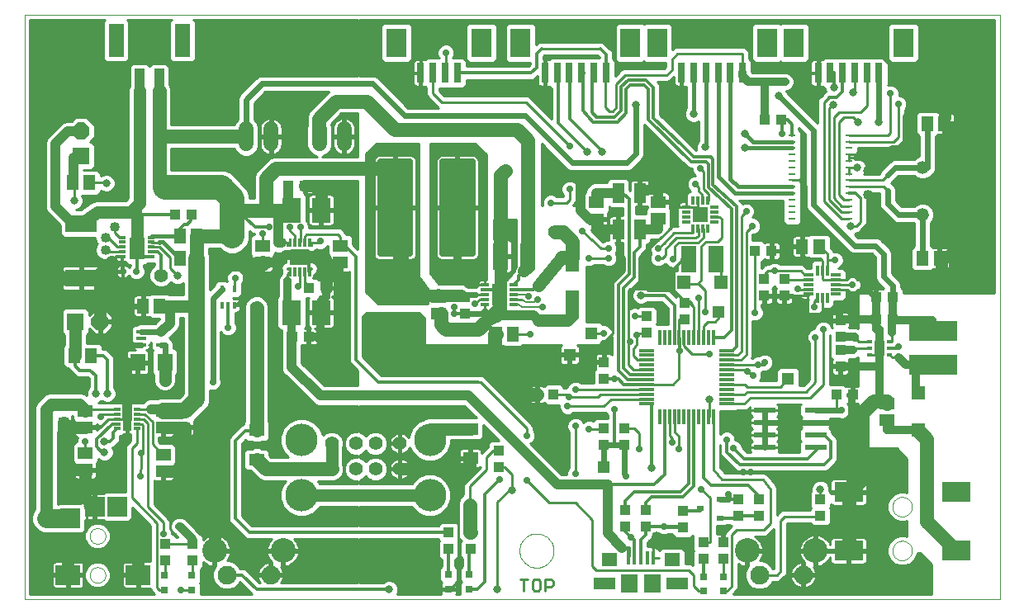
<source format=gtl>
G75*
G70*
%OFA0B0*%
%FSLAX24Y24*%
%IPPOS*%
%LPD*%
%AMOC8*
5,1,8,0,0,1.08239X$1,22.5*
%
%ADD10C,0.0000*%
%ADD11C,0.0100*%
%ADD12R,0.0157X0.0276*%
%ADD13R,0.0512X0.0591*%
%ADD14R,0.0630X0.0709*%
%ADD15R,0.0280X0.0120*%
%ADD16R,0.0590X0.0910*%
%ADD17C,0.0007*%
%ADD18C,0.0012*%
%ADD19C,0.0057*%
%ADD20C,0.0357*%
%ADD21C,0.0760*%
%ADD22C,0.1000*%
%ADD23R,0.0768X0.0984*%
%ADD24R,0.0591X0.0512*%
%ADD25R,0.0433X0.0394*%
%ADD26R,0.1260X0.0709*%
%ADD27C,0.0551*%
%ADD28OC8,0.0700*%
%ADD29R,0.0700X0.0700*%
%ADD30R,0.0320X0.0120*%
%ADD31R,0.0610X0.0910*%
%ADD32C,0.0185*%
%ADD33R,0.0630X0.1063*%
%ADD34R,0.0551X0.1181*%
%ADD35R,0.0394X0.0433*%
%ADD36C,0.1306*%
%ADD37C,0.0554*%
%ADD38R,0.0630X0.0472*%
%ADD39R,0.0315X0.0315*%
%ADD40R,0.0394X0.1811*%
%ADD41R,0.0630X0.1339*%
%ADD42R,0.0240X0.0140*%
%ADD43R,0.0390X0.0630*%
%ADD44R,0.1929X0.0827*%
%ADD45R,0.0551X0.0551*%
%ADD46R,0.0260X0.0120*%
%ADD47R,0.0330X0.0940*%
%ADD48R,0.0787X0.0787*%
%ADD49R,0.0984X0.0787*%
%ADD50R,0.1181X0.0787*%
%ADD51R,0.0630X0.0118*%
%ADD52R,0.0118X0.0630*%
%ADD53R,0.0315X0.0098*%
%ADD54C,0.0276*%
%ADD55R,0.0709X0.0748*%
%ADD56R,0.0906X0.0512*%
%ADD57R,0.0157X0.0531*%
%ADD58R,0.0630X0.0551*%
%ADD59C,0.0520*%
%ADD60R,0.0472X0.0787*%
%ADD61R,0.0315X0.0787*%
%ADD62R,0.0827X0.1181*%
%ADD63C,0.0600*%
%ADD64R,0.0276X0.0236*%
%ADD65R,0.0400X0.0140*%
%ADD66R,0.0870X0.0240*%
%ADD67R,0.0440X0.0120*%
%ADD68R,0.0120X0.0440*%
%ADD69R,0.0120X0.0320*%
%ADD70R,0.0610X0.0610*%
%ADD71R,0.0512X0.0512*%
%ADD72C,0.0240*%
%ADD73C,0.0500*%
%ADD74C,0.0500*%
%ADD75C,0.0320*%
%ADD76C,0.0320*%
%ADD77C,0.0120*%
%ADD78C,0.0277*%
%ADD79C,0.0560*%
%ADD80C,0.0317*%
%ADD81C,0.0400*%
%ADD82C,0.0400*%
%ADD83C,0.0160*%
%ADD84R,0.2540X0.2540*%
%ADD85C,0.0560*%
%ADD86C,0.1000*%
%ADD87C,0.0660*%
%ADD88C,0.0079*%
%ADD89C,0.0760*%
D10*
X000189Y003356D02*
X000189Y026978D01*
X039559Y026978D01*
X039559Y003356D01*
X000189Y003356D01*
X002827Y004341D02*
X002829Y004376D01*
X002835Y004411D01*
X002845Y004445D01*
X002858Y004478D01*
X002875Y004509D01*
X002896Y004537D01*
X002919Y004564D01*
X002946Y004587D01*
X002974Y004608D01*
X003005Y004625D01*
X003038Y004638D01*
X003072Y004648D01*
X003107Y004654D01*
X003142Y004656D01*
X003177Y004654D01*
X003212Y004648D01*
X003246Y004638D01*
X003279Y004625D01*
X003310Y004608D01*
X003338Y004587D01*
X003365Y004564D01*
X003388Y004537D01*
X003409Y004509D01*
X003426Y004478D01*
X003439Y004445D01*
X003449Y004411D01*
X003455Y004376D01*
X003457Y004341D01*
X003455Y004306D01*
X003449Y004271D01*
X003439Y004237D01*
X003426Y004204D01*
X003409Y004173D01*
X003388Y004145D01*
X003365Y004118D01*
X003338Y004095D01*
X003310Y004074D01*
X003279Y004057D01*
X003246Y004044D01*
X003212Y004034D01*
X003177Y004028D01*
X003142Y004026D01*
X003107Y004028D01*
X003072Y004034D01*
X003038Y004044D01*
X003005Y004057D01*
X002974Y004074D01*
X002946Y004095D01*
X002919Y004118D01*
X002896Y004145D01*
X002875Y004173D01*
X002858Y004204D01*
X002845Y004237D01*
X002835Y004271D01*
X002829Y004306D01*
X002827Y004341D01*
X002827Y005915D02*
X002829Y005950D01*
X002835Y005985D01*
X002845Y006019D01*
X002858Y006052D01*
X002875Y006083D01*
X002896Y006111D01*
X002919Y006138D01*
X002946Y006161D01*
X002974Y006182D01*
X003005Y006199D01*
X003038Y006212D01*
X003072Y006222D01*
X003107Y006228D01*
X003142Y006230D01*
X003177Y006228D01*
X003212Y006222D01*
X003246Y006212D01*
X003279Y006199D01*
X003310Y006182D01*
X003338Y006161D01*
X003365Y006138D01*
X003388Y006111D01*
X003409Y006083D01*
X003426Y006052D01*
X003439Y006019D01*
X003449Y005985D01*
X003455Y005950D01*
X003457Y005915D01*
X003455Y005880D01*
X003449Y005845D01*
X003439Y005811D01*
X003426Y005778D01*
X003409Y005747D01*
X003388Y005719D01*
X003365Y005692D01*
X003338Y005669D01*
X003310Y005648D01*
X003279Y005631D01*
X003246Y005618D01*
X003212Y005608D01*
X003177Y005602D01*
X003142Y005600D01*
X003107Y005602D01*
X003072Y005608D01*
X003038Y005618D01*
X003005Y005631D01*
X002974Y005648D01*
X002946Y005669D01*
X002919Y005692D01*
X002896Y005719D01*
X002875Y005747D01*
X002858Y005778D01*
X002845Y005811D01*
X002835Y005845D01*
X002829Y005880D01*
X002827Y005915D01*
X020170Y005325D02*
X020172Y005377D01*
X020178Y005429D01*
X020188Y005480D01*
X020201Y005530D01*
X020219Y005580D01*
X020240Y005627D01*
X020264Y005673D01*
X020293Y005717D01*
X020324Y005759D01*
X020358Y005798D01*
X020395Y005835D01*
X020435Y005868D01*
X020478Y005899D01*
X020522Y005926D01*
X020568Y005950D01*
X020617Y005970D01*
X020666Y005986D01*
X020717Y005999D01*
X020768Y006008D01*
X020820Y006013D01*
X020872Y006014D01*
X020924Y006011D01*
X020976Y006004D01*
X021027Y005993D01*
X021077Y005979D01*
X021126Y005960D01*
X021173Y005938D01*
X021218Y005913D01*
X021262Y005884D01*
X021303Y005852D01*
X021342Y005817D01*
X021377Y005779D01*
X021410Y005738D01*
X021440Y005696D01*
X021466Y005651D01*
X021489Y005604D01*
X021508Y005555D01*
X021524Y005505D01*
X021536Y005455D01*
X021544Y005403D01*
X021548Y005351D01*
X021548Y005299D01*
X021544Y005247D01*
X021536Y005195D01*
X021524Y005145D01*
X021508Y005095D01*
X021489Y005046D01*
X021466Y004999D01*
X021440Y004954D01*
X021410Y004912D01*
X021377Y004871D01*
X021342Y004833D01*
X021303Y004798D01*
X021262Y004766D01*
X021218Y004737D01*
X021173Y004712D01*
X021126Y004690D01*
X021077Y004671D01*
X021027Y004657D01*
X020976Y004646D01*
X020924Y004639D01*
X020872Y004636D01*
X020820Y004637D01*
X020768Y004642D01*
X020717Y004651D01*
X020666Y004664D01*
X020617Y004680D01*
X020568Y004700D01*
X020522Y004724D01*
X020478Y004751D01*
X020435Y004782D01*
X020395Y004815D01*
X020358Y004852D01*
X020324Y004891D01*
X020293Y004933D01*
X020264Y004977D01*
X020240Y005023D01*
X020219Y005070D01*
X020201Y005120D01*
X020188Y005170D01*
X020178Y005221D01*
X020172Y005273D01*
X020170Y005325D01*
X035228Y005325D02*
X035230Y005364D01*
X035236Y005403D01*
X035246Y005441D01*
X035259Y005478D01*
X035276Y005513D01*
X035296Y005547D01*
X035320Y005578D01*
X035347Y005607D01*
X035376Y005633D01*
X035408Y005656D01*
X035442Y005676D01*
X035478Y005692D01*
X035515Y005704D01*
X035554Y005713D01*
X035593Y005718D01*
X035632Y005719D01*
X035671Y005716D01*
X035710Y005709D01*
X035747Y005698D01*
X035784Y005684D01*
X035819Y005666D01*
X035852Y005645D01*
X035883Y005620D01*
X035911Y005593D01*
X035936Y005563D01*
X035958Y005530D01*
X035977Y005496D01*
X035992Y005460D01*
X036004Y005422D01*
X036012Y005384D01*
X036016Y005345D01*
X036016Y005305D01*
X036012Y005266D01*
X036004Y005228D01*
X035992Y005190D01*
X035977Y005154D01*
X035958Y005120D01*
X035936Y005087D01*
X035911Y005057D01*
X035883Y005030D01*
X035852Y005005D01*
X035819Y004984D01*
X035784Y004966D01*
X035747Y004952D01*
X035710Y004941D01*
X035671Y004934D01*
X035632Y004931D01*
X035593Y004932D01*
X035554Y004937D01*
X035515Y004946D01*
X035478Y004958D01*
X035442Y004974D01*
X035408Y004994D01*
X035376Y005017D01*
X035347Y005043D01*
X035320Y005072D01*
X035296Y005103D01*
X035276Y005137D01*
X035259Y005172D01*
X035246Y005209D01*
X035236Y005247D01*
X035230Y005286D01*
X035228Y005325D01*
X035228Y007096D02*
X035230Y007135D01*
X035236Y007174D01*
X035246Y007212D01*
X035259Y007249D01*
X035276Y007284D01*
X035296Y007318D01*
X035320Y007349D01*
X035347Y007378D01*
X035376Y007404D01*
X035408Y007427D01*
X035442Y007447D01*
X035478Y007463D01*
X035515Y007475D01*
X035554Y007484D01*
X035593Y007489D01*
X035632Y007490D01*
X035671Y007487D01*
X035710Y007480D01*
X035747Y007469D01*
X035784Y007455D01*
X035819Y007437D01*
X035852Y007416D01*
X035883Y007391D01*
X035911Y007364D01*
X035936Y007334D01*
X035958Y007301D01*
X035977Y007267D01*
X035992Y007231D01*
X036004Y007193D01*
X036012Y007155D01*
X036016Y007116D01*
X036016Y007076D01*
X036012Y007037D01*
X036004Y006999D01*
X035992Y006961D01*
X035977Y006925D01*
X035958Y006891D01*
X035936Y006858D01*
X035911Y006828D01*
X035883Y006801D01*
X035852Y006776D01*
X035819Y006755D01*
X035784Y006737D01*
X035747Y006723D01*
X035710Y006712D01*
X035671Y006705D01*
X035632Y006702D01*
X035593Y006703D01*
X035554Y006708D01*
X035515Y006717D01*
X035478Y006729D01*
X035442Y006745D01*
X035408Y006765D01*
X035376Y006788D01*
X035347Y006814D01*
X035320Y006843D01*
X035296Y006874D01*
X035276Y006908D01*
X035259Y006943D01*
X035246Y006980D01*
X035236Y007018D01*
X035230Y007057D01*
X035228Y007096D01*
D11*
X035019Y007099D02*
X032733Y007099D01*
X032742Y007108D02*
X032742Y007209D01*
X032747Y007201D01*
X032774Y007173D01*
X032809Y007154D01*
X032847Y007143D01*
X033407Y007143D01*
X033407Y007637D01*
X032742Y007637D01*
X032742Y007676D01*
X032684Y007734D01*
X032684Y007878D01*
X032628Y008014D01*
X032524Y008117D01*
X032389Y008174D01*
X032242Y008174D01*
X032107Y008117D01*
X032003Y008014D01*
X031947Y007878D01*
X031947Y007734D01*
X031889Y007676D01*
X031889Y007108D01*
X031940Y007057D01*
X031889Y007006D01*
X031889Y006963D01*
X030807Y006963D01*
X030711Y006923D01*
X030638Y006850D01*
X030567Y006779D01*
X030567Y007798D01*
X030572Y007835D01*
X030567Y007849D01*
X030567Y007864D01*
X030553Y007898D01*
X030543Y007934D01*
X030534Y007946D01*
X030528Y007960D01*
X030502Y007986D01*
X031991Y007986D01*
X031951Y007887D02*
X030558Y007887D01*
X030567Y007789D02*
X031947Y007789D01*
X031904Y007690D02*
X030567Y007690D01*
X030567Y007592D02*
X031889Y007592D01*
X031889Y007493D02*
X030567Y007493D01*
X030567Y007395D02*
X031889Y007395D01*
X031889Y007296D02*
X030567Y007296D01*
X030567Y007198D02*
X031889Y007198D01*
X031897Y007099D02*
X030567Y007099D01*
X030567Y007001D02*
X031889Y007001D01*
X032315Y006722D02*
X032315Y006703D01*
X030859Y006703D01*
X030701Y006545D01*
X030701Y004482D01*
X030559Y004341D01*
X029855Y004341D01*
X030386Y004601D02*
X030355Y004675D01*
X030189Y004841D01*
X029972Y004931D01*
X029879Y004931D01*
X029904Y004963D01*
X029947Y005037D01*
X029979Y005115D01*
X030001Y005198D01*
X030012Y005275D01*
X029413Y005275D01*
X029413Y005375D01*
X030012Y005375D01*
X030001Y005452D01*
X029979Y005534D01*
X029947Y005613D01*
X029904Y005687D01*
X029852Y005754D01*
X029792Y005815D01*
X029724Y005866D01*
X029681Y005892D01*
X030075Y005892D01*
X030171Y005931D01*
X030441Y006201D01*
X030441Y004601D01*
X030386Y004601D01*
X030371Y004637D02*
X030441Y004637D01*
X030441Y004735D02*
X030294Y004735D01*
X030196Y004834D02*
X030441Y004834D01*
X030441Y004932D02*
X029881Y004932D01*
X029943Y005031D02*
X030441Y005031D01*
X030441Y005129D02*
X029983Y005129D01*
X030005Y005228D02*
X030441Y005228D01*
X030441Y005326D02*
X029413Y005326D01*
X029413Y005275D02*
X029413Y004733D01*
X029355Y004675D01*
X029265Y004458D01*
X029265Y004223D01*
X029355Y004006D01*
X029521Y003840D01*
X029737Y003751D01*
X029972Y003751D01*
X030189Y003840D01*
X030355Y004006D01*
X030386Y004081D01*
X030611Y004081D01*
X030707Y004120D01*
X030848Y004262D01*
X030922Y004335D01*
X030961Y004431D01*
X030961Y006438D01*
X030966Y006443D01*
X031889Y006443D01*
X031889Y006439D01*
X032012Y006316D01*
X032619Y006316D01*
X032742Y006439D01*
X032742Y007006D01*
X032691Y007057D01*
X032742Y007108D01*
X032742Y007198D02*
X032750Y007198D01*
X032742Y007001D02*
X035019Y007001D01*
X035019Y006976D02*
X035111Y006754D01*
X035280Y006585D01*
X035502Y006493D01*
X035743Y006493D01*
X035819Y006525D01*
X035819Y005897D01*
X035743Y005928D01*
X035502Y005928D01*
X035280Y005837D01*
X035111Y005667D01*
X035019Y005445D01*
X035019Y005205D01*
X035111Y004983D01*
X035280Y004813D01*
X035502Y004721D01*
X035743Y004721D01*
X035964Y004813D01*
X036134Y004983D01*
X036226Y005205D01*
X036226Y005246D01*
X036325Y005246D01*
X036804Y004767D01*
X036804Y003566D01*
X028794Y003566D01*
X028880Y003652D01*
X028953Y003725D01*
X028993Y003821D01*
X028993Y004789D01*
X029001Y004783D01*
X029074Y004741D01*
X029153Y004708D01*
X029236Y004686D01*
X029313Y004676D01*
X029313Y005275D01*
X029413Y005275D01*
X029413Y005228D02*
X029313Y005228D01*
X029313Y005129D02*
X029413Y005129D01*
X029413Y005031D02*
X029313Y005031D01*
X029313Y004932D02*
X029413Y004932D01*
X029413Y004834D02*
X029313Y004834D01*
X029313Y004735D02*
X029413Y004735D01*
X029339Y004637D02*
X028993Y004637D01*
X028993Y004735D02*
X029087Y004735D01*
X028993Y004538D02*
X029298Y004538D01*
X029265Y004440D02*
X028993Y004440D01*
X028993Y004341D02*
X029265Y004341D01*
X029265Y004243D02*
X028993Y004243D01*
X028993Y004144D02*
X029297Y004144D01*
X029338Y004046D02*
X028993Y004046D01*
X028993Y003947D02*
X029414Y003947D01*
X029512Y003849D02*
X028993Y003849D01*
X028964Y003750D02*
X036804Y003750D01*
X036804Y003652D02*
X028880Y003652D01*
X028733Y003872D02*
X028551Y003691D01*
X028418Y003691D01*
X028733Y003872D02*
X028733Y005957D01*
X028927Y006152D01*
X030024Y006152D01*
X030307Y006435D01*
X030307Y007813D01*
X030000Y008199D01*
X028348Y008199D01*
X027996Y008590D01*
X027996Y010718D01*
X027827Y010718D02*
X027827Y011427D01*
X028266Y010981D02*
X028930Y010981D01*
X028939Y010990D01*
X029296Y010990D01*
X029392Y011030D01*
X029465Y011103D01*
X029480Y011118D01*
X029480Y011006D01*
X030055Y011006D01*
X030055Y010986D01*
X030075Y010986D01*
X030075Y011006D01*
X030650Y011006D01*
X030650Y011136D01*
X030640Y011174D01*
X030620Y011208D01*
X030592Y011236D01*
X030575Y011246D01*
X031523Y011246D01*
X031480Y011203D01*
X031480Y010789D01*
X031567Y010702D01*
X031550Y010674D01*
X031540Y010636D01*
X031540Y010506D01*
X032115Y010506D01*
X032115Y010486D01*
X031540Y010486D01*
X031540Y010356D01*
X031550Y010318D01*
X031567Y010290D01*
X031480Y010203D01*
X031480Y009789D01*
X031523Y009746D01*
X031480Y009703D01*
X031480Y009296D01*
X030627Y009296D01*
X030640Y009318D01*
X030650Y009356D01*
X030650Y009486D01*
X030075Y009486D01*
X030075Y009506D01*
X030650Y009506D01*
X030650Y009636D01*
X030640Y009674D01*
X030620Y009708D01*
X030592Y009736D01*
X030575Y009746D01*
X030592Y009756D01*
X030620Y009784D01*
X030640Y009818D01*
X030650Y009856D01*
X030650Y009986D01*
X030075Y009986D01*
X030075Y010006D01*
X030650Y010006D01*
X030650Y010136D01*
X030640Y010174D01*
X030620Y010208D01*
X030592Y010236D01*
X030575Y010246D01*
X030592Y010256D01*
X030620Y010284D01*
X030640Y010318D01*
X030650Y010356D01*
X030650Y010486D01*
X030075Y010486D01*
X030075Y010506D01*
X030650Y010506D01*
X030650Y010636D01*
X030640Y010674D01*
X030620Y010708D01*
X030592Y010736D01*
X030575Y010746D01*
X030592Y010756D01*
X030620Y010784D01*
X030640Y010818D01*
X030650Y010856D01*
X030650Y010986D01*
X030075Y010986D01*
X030075Y010506D01*
X030055Y010506D01*
X030055Y010766D01*
X030055Y010986D01*
X029480Y010986D01*
X029480Y010856D01*
X029490Y010818D01*
X029510Y010784D01*
X029538Y010756D01*
X029555Y010746D01*
X029538Y010736D01*
X029510Y010708D01*
X029490Y010674D01*
X029480Y010636D01*
X029480Y010506D01*
X030055Y010506D01*
X030055Y010486D01*
X030075Y010486D01*
X030075Y010006D01*
X030055Y010006D01*
X030055Y010266D01*
X030055Y010486D01*
X029480Y010486D01*
X029480Y010356D01*
X029490Y010318D01*
X029510Y010284D01*
X029538Y010256D01*
X029555Y010246D01*
X029538Y010236D01*
X029510Y010208D01*
X029490Y010174D01*
X029480Y010136D01*
X029480Y010006D01*
X030055Y010006D01*
X030055Y009986D01*
X030075Y009986D01*
X030075Y009506D01*
X030055Y009506D01*
X030055Y009766D01*
X030055Y009986D01*
X029480Y009986D01*
X029480Y009856D01*
X029490Y009818D01*
X029510Y009784D01*
X029538Y009756D01*
X029555Y009746D01*
X029538Y009736D01*
X029510Y009708D01*
X029490Y009674D01*
X029480Y009636D01*
X029480Y009506D01*
X030055Y009506D01*
X030055Y009486D01*
X029480Y009486D01*
X029480Y009356D01*
X029490Y009318D01*
X029503Y009296D01*
X029356Y009296D01*
X029160Y009492D01*
X029160Y009528D01*
X029107Y009656D01*
X029009Y009754D01*
X028885Y009806D01*
X028885Y009882D01*
X028831Y010011D01*
X028733Y010109D01*
X028605Y010162D01*
X028466Y010162D01*
X028338Y010109D01*
X028256Y010027D01*
X028256Y010307D01*
X028266Y010317D01*
X028266Y010981D01*
X028266Y010941D02*
X029480Y010941D01*
X029480Y011039D02*
X029402Y011039D01*
X029484Y010842D02*
X028266Y010842D01*
X028266Y010744D02*
X029551Y010744D01*
X029482Y010645D02*
X028266Y010645D01*
X028266Y010547D02*
X029480Y010547D01*
X029480Y010448D02*
X028266Y010448D01*
X028266Y010350D02*
X029482Y010350D01*
X029546Y010251D02*
X028256Y010251D01*
X028256Y010153D02*
X028445Y010153D01*
X028627Y010153D02*
X029484Y010153D01*
X029480Y010054D02*
X028788Y010054D01*
X028854Y009956D02*
X029480Y009956D01*
X029480Y009857D02*
X028885Y009857D01*
X028998Y009759D02*
X029535Y009759D01*
X029486Y009660D02*
X029103Y009660D01*
X029146Y009562D02*
X029480Y009562D01*
X029480Y009463D02*
X029189Y009463D01*
X029287Y009365D02*
X029480Y009365D01*
X030055Y009562D02*
X030075Y009562D01*
X030075Y009660D02*
X030055Y009660D01*
X030055Y009759D02*
X030075Y009759D01*
X030075Y009857D02*
X030055Y009857D01*
X030055Y009956D02*
X030075Y009956D01*
X030075Y010054D02*
X030055Y010054D01*
X030055Y010153D02*
X030075Y010153D01*
X030075Y010251D02*
X030055Y010251D01*
X030055Y010350D02*
X030075Y010350D01*
X030075Y010448D02*
X030055Y010448D01*
X030055Y010547D02*
X030075Y010547D01*
X030075Y010645D02*
X030055Y010645D01*
X030055Y010744D02*
X030075Y010744D01*
X030075Y010842D02*
X030055Y010842D01*
X030055Y010941D02*
X030075Y010941D01*
X030579Y010744D02*
X031525Y010744D01*
X031542Y010645D02*
X030647Y010645D01*
X030650Y010547D02*
X031540Y010547D01*
X031540Y010448D02*
X030650Y010448D01*
X030648Y010350D02*
X031542Y010350D01*
X031528Y010251D02*
X030584Y010251D01*
X030645Y010153D02*
X031480Y010153D01*
X031480Y010054D02*
X030650Y010054D01*
X030650Y009956D02*
X031480Y009956D01*
X031480Y009857D02*
X030650Y009857D01*
X030595Y009759D02*
X031510Y009759D01*
X031480Y009660D02*
X030643Y009660D01*
X030650Y009562D02*
X031480Y009562D01*
X031480Y009463D02*
X030650Y009463D01*
X030650Y009365D02*
X031480Y009365D01*
X032518Y008519D02*
X032617Y008560D01*
X032693Y008636D01*
X032977Y008920D01*
X033018Y009020D01*
X033018Y009776D01*
X032977Y009876D01*
X032901Y009952D01*
X032770Y010083D01*
X032770Y010203D01*
X032683Y010290D01*
X032700Y010318D01*
X032710Y010356D01*
X032710Y010486D01*
X032135Y010486D01*
X032135Y010506D01*
X032710Y010506D01*
X032710Y010636D01*
X032702Y010664D01*
X033067Y010664D01*
X033112Y010645D01*
X033251Y010645D01*
X033379Y010698D01*
X033477Y010797D01*
X033530Y010925D01*
X033530Y011063D01*
X033477Y011192D01*
X033389Y011279D01*
X033398Y011277D01*
X033586Y011277D01*
X033586Y011576D01*
X033391Y011576D01*
X033391Y011672D01*
X033586Y011672D01*
X033586Y011576D01*
X033683Y011576D01*
X033683Y011277D01*
X033851Y011277D01*
X033851Y009459D01*
X035395Y009459D01*
X035819Y009035D01*
X035819Y007668D01*
X035743Y007700D01*
X035502Y007700D01*
X035280Y007608D01*
X035111Y007438D01*
X035019Y007217D01*
X035019Y006976D01*
X035049Y006902D02*
X032742Y006902D01*
X032742Y006804D02*
X035090Y006804D01*
X035160Y006705D02*
X032742Y006705D01*
X032742Y006607D02*
X035258Y006607D01*
X035465Y006508D02*
X032742Y006508D01*
X032713Y006410D02*
X035819Y006410D01*
X035819Y006508D02*
X035780Y006508D01*
X035819Y006311D02*
X030961Y006311D01*
X030961Y006213D02*
X035819Y006213D01*
X035819Y006114D02*
X030961Y006114D01*
X030961Y006016D02*
X035819Y006016D01*
X035819Y005917D02*
X035770Y005917D01*
X035475Y005917D02*
X032387Y005917D01*
X032407Y005909D02*
X032328Y005942D01*
X032246Y005964D01*
X032169Y005974D01*
X032169Y005375D01*
X032717Y005375D01*
X033407Y005375D01*
X033407Y005868D01*
X032847Y005868D01*
X032809Y005858D01*
X032774Y005839D01*
X032747Y005811D01*
X032727Y005776D01*
X032717Y005738D01*
X032717Y005580D01*
X032703Y005613D01*
X032660Y005687D01*
X032608Y005754D01*
X032548Y005815D01*
X032480Y005866D01*
X032407Y005909D01*
X032542Y005819D02*
X032755Y005819D01*
X032717Y005720D02*
X032634Y005720D01*
X032698Y005622D02*
X032717Y005622D01*
X032717Y005375D02*
X032717Y005375D01*
X032717Y005275D02*
X033407Y005275D01*
X033407Y005375D01*
X033507Y005375D01*
X033507Y005868D01*
X034067Y005868D01*
X034106Y005858D01*
X034140Y005839D01*
X034168Y005811D01*
X034187Y005776D01*
X034198Y005738D01*
X034198Y005375D01*
X033507Y005375D01*
X033507Y005275D01*
X034198Y005275D01*
X034198Y004911D01*
X034187Y004873D01*
X034168Y004839D01*
X034140Y004811D01*
X034106Y004791D01*
X034067Y004781D01*
X033507Y004781D01*
X033507Y005275D01*
X033407Y005275D01*
X033407Y004781D01*
X032847Y004781D01*
X032809Y004791D01*
X032774Y004811D01*
X032747Y004839D01*
X032727Y004873D01*
X032717Y004911D01*
X032717Y005070D01*
X032703Y005037D01*
X032660Y004963D01*
X032608Y004895D01*
X032548Y004835D01*
X032480Y004783D01*
X032407Y004741D01*
X032328Y004708D01*
X032246Y004686D01*
X032169Y004676D01*
X032169Y005275D01*
X032169Y005375D01*
X032069Y005375D01*
X032069Y005974D01*
X031991Y005964D01*
X031909Y005942D01*
X031830Y005909D01*
X031757Y005866D01*
X031689Y005815D01*
X031629Y005754D01*
X031577Y005687D01*
X031534Y005613D01*
X031502Y005534D01*
X031480Y005452D01*
X031469Y005375D01*
X032068Y005375D01*
X032068Y005275D01*
X031469Y005275D01*
X031480Y005198D01*
X031502Y005115D01*
X031534Y005037D01*
X031577Y004963D01*
X031629Y004895D01*
X031675Y004849D01*
X031675Y004389D01*
X032155Y004389D01*
X032143Y004465D01*
X032118Y004544D01*
X032080Y004618D01*
X032035Y004680D01*
X032069Y004676D01*
X032069Y005275D01*
X032169Y005275D01*
X032717Y005275D01*
X032717Y005275D01*
X032699Y005031D02*
X032717Y005031D01*
X032717Y004932D02*
X032637Y004932D01*
X032546Y004834D02*
X032752Y004834D01*
X032394Y004735D02*
X035468Y004735D01*
X035260Y004834D02*
X034162Y004834D01*
X034198Y004932D02*
X035161Y004932D01*
X035091Y005031D02*
X034198Y005031D01*
X034198Y005129D02*
X035050Y005129D01*
X035019Y005228D02*
X034198Y005228D01*
X034198Y005425D02*
X035019Y005425D01*
X035019Y005326D02*
X033507Y005326D01*
X033507Y005228D02*
X033407Y005228D01*
X033407Y005326D02*
X032169Y005326D01*
X032169Y005228D02*
X032069Y005228D01*
X032068Y005326D02*
X030961Y005326D01*
X030961Y005228D02*
X031476Y005228D01*
X031498Y005129D02*
X030961Y005129D01*
X030961Y005031D02*
X031538Y005031D01*
X031600Y004932D02*
X030961Y004932D01*
X030961Y004834D02*
X031429Y004834D01*
X031423Y004832D02*
X031349Y004794D01*
X031281Y004745D01*
X031222Y004686D01*
X031173Y004618D01*
X031135Y004544D01*
X031109Y004465D01*
X031097Y004389D01*
X031578Y004389D01*
X031578Y004869D01*
X031502Y004857D01*
X031423Y004832D01*
X031578Y004834D02*
X031675Y004834D01*
X031675Y004735D02*
X031578Y004735D01*
X031578Y004637D02*
X031675Y004637D01*
X031675Y004538D02*
X031578Y004538D01*
X031578Y004440D02*
X031675Y004440D01*
X031675Y004389D02*
X031578Y004389D01*
X031578Y004292D01*
X031675Y004292D01*
X031675Y004389D01*
X031675Y004341D02*
X036804Y004341D01*
X036804Y004243D02*
X032148Y004243D01*
X032143Y004216D02*
X032155Y004292D01*
X031675Y004292D01*
X031675Y003812D01*
X031750Y003824D01*
X031830Y003849D01*
X031904Y003887D01*
X031972Y003936D01*
X032031Y003995D01*
X032080Y004063D01*
X032118Y004137D01*
X032143Y004216D01*
X032120Y004144D02*
X036804Y004144D01*
X036804Y004046D02*
X032067Y004046D01*
X031983Y003947D02*
X036804Y003947D01*
X036804Y003849D02*
X031828Y003849D01*
X031675Y003849D02*
X031578Y003849D01*
X031578Y003812D02*
X031578Y004292D01*
X031097Y004292D01*
X031109Y004216D01*
X031135Y004137D01*
X031173Y004063D01*
X031222Y003995D01*
X031281Y003936D01*
X031349Y003887D01*
X031423Y003849D01*
X031502Y003824D01*
X031578Y003812D01*
X031578Y003947D02*
X031675Y003947D01*
X031675Y004046D02*
X031578Y004046D01*
X031578Y004144D02*
X031675Y004144D01*
X031675Y004243D02*
X031578Y004243D01*
X031578Y004341D02*
X030924Y004341D01*
X030961Y004440D02*
X031105Y004440D01*
X031133Y004538D02*
X030961Y004538D01*
X030961Y004637D02*
X031187Y004637D01*
X031272Y004735D02*
X030961Y004735D01*
X030829Y004243D02*
X031105Y004243D01*
X031133Y004144D02*
X030731Y004144D01*
X030371Y004046D02*
X031185Y004046D01*
X031270Y003947D02*
X030296Y003947D01*
X030197Y003849D02*
X031425Y003849D01*
X032147Y004440D02*
X036804Y004440D01*
X036804Y004538D02*
X032119Y004538D01*
X032066Y004637D02*
X036804Y004637D01*
X036804Y004735D02*
X035777Y004735D01*
X035985Y004834D02*
X036737Y004834D01*
X036638Y004932D02*
X036084Y004932D01*
X036154Y005031D02*
X036540Y005031D01*
X036441Y005129D02*
X036195Y005129D01*
X036226Y005228D02*
X036343Y005228D01*
X035263Y005819D02*
X034159Y005819D01*
X034198Y005720D02*
X035164Y005720D01*
X035092Y005622D02*
X034198Y005622D01*
X034198Y005523D02*
X035051Y005523D01*
X033507Y005523D02*
X033407Y005523D01*
X033407Y005425D02*
X033507Y005425D01*
X033507Y005622D02*
X033407Y005622D01*
X033407Y005720D02*
X033507Y005720D01*
X033507Y005819D02*
X033407Y005819D01*
X033407Y005129D02*
X033507Y005129D01*
X033507Y005031D02*
X033407Y005031D01*
X033407Y004932D02*
X033507Y004932D01*
X033507Y004834D02*
X033407Y004834D01*
X032169Y004834D02*
X032069Y004834D01*
X032069Y004932D02*
X032169Y004932D01*
X032169Y005031D02*
X032069Y005031D01*
X032069Y005129D02*
X032169Y005129D01*
X032169Y005425D02*
X032069Y005425D01*
X032069Y005523D02*
X032169Y005523D01*
X032169Y005622D02*
X032069Y005622D01*
X032069Y005720D02*
X032169Y005720D01*
X032169Y005819D02*
X032069Y005819D01*
X032069Y005917D02*
X032169Y005917D01*
X031850Y005917D02*
X030961Y005917D01*
X030961Y005819D02*
X031695Y005819D01*
X031603Y005720D02*
X030961Y005720D01*
X030961Y005622D02*
X031539Y005622D01*
X031499Y005523D02*
X030961Y005523D01*
X030961Y005425D02*
X031476Y005425D01*
X032069Y004735D02*
X032169Y004735D01*
X030441Y005425D02*
X030005Y005425D01*
X029982Y005523D02*
X030441Y005523D01*
X030441Y005622D02*
X029942Y005622D01*
X029878Y005720D02*
X030441Y005720D01*
X030441Y005819D02*
X029787Y005819D01*
X030137Y005917D02*
X030441Y005917D01*
X030441Y006016D02*
X030256Y006016D01*
X030354Y006114D02*
X030441Y006114D01*
X030961Y006410D02*
X031918Y006410D01*
X030691Y006902D02*
X030567Y006902D01*
X030567Y006804D02*
X030592Y006804D01*
X030502Y007986D02*
X030226Y008332D01*
X030220Y008346D01*
X030194Y008372D01*
X030171Y008401D01*
X030158Y008409D01*
X030147Y008419D01*
X030113Y008433D01*
X030081Y008451D01*
X030066Y008453D01*
X030052Y008459D01*
X030015Y008459D01*
X029978Y008463D01*
X029963Y008459D01*
X028464Y008459D01*
X028256Y008689D01*
X028256Y009599D01*
X028266Y009590D01*
X028266Y009261D01*
X028307Y009162D01*
X028383Y009086D01*
X028908Y008560D01*
X029007Y008519D01*
X032518Y008519D01*
X032634Y008577D02*
X035819Y008577D01*
X035819Y008675D02*
X032732Y008675D01*
X032831Y008774D02*
X035819Y008774D01*
X035819Y008872D02*
X032929Y008872D01*
X032998Y008971D02*
X035819Y008971D01*
X035785Y009069D02*
X033018Y009069D01*
X033018Y009168D02*
X035686Y009168D01*
X035588Y009266D02*
X033018Y009266D01*
X033018Y009365D02*
X035489Y009365D01*
X035819Y008478D02*
X028446Y008478D01*
X028358Y008577D02*
X028892Y008577D01*
X028793Y008675D02*
X028269Y008675D01*
X028256Y008774D02*
X028695Y008774D01*
X028596Y008872D02*
X028256Y008872D01*
X028256Y008971D02*
X028498Y008971D01*
X028399Y009069D02*
X028256Y009069D01*
X028256Y009168D02*
X028304Y009168D01*
X028266Y009266D02*
X028256Y009266D01*
X028256Y009365D02*
X028266Y009365D01*
X028256Y009463D02*
X028266Y009463D01*
X028256Y009562D02*
X028266Y009562D01*
X028256Y010054D02*
X028284Y010054D01*
X027827Y010718D02*
X027800Y010718D01*
X028528Y011250D02*
X029244Y011250D01*
X029500Y011506D01*
X031898Y011506D01*
X032433Y012041D01*
X032433Y014262D01*
X032108Y014388D02*
X029583Y014388D01*
X029583Y014290D02*
X032035Y014290D01*
X032049Y014296D02*
X031921Y014242D01*
X031823Y014144D01*
X031770Y014016D01*
X031770Y013877D01*
X031823Y013749D01*
X031859Y013714D01*
X031859Y012237D01*
X031624Y012002D01*
X031482Y012002D01*
X031482Y012597D01*
X031359Y012720D01*
X030673Y012720D01*
X030550Y012597D01*
X030550Y012199D01*
X029878Y012199D01*
X029894Y012214D01*
X029947Y012342D01*
X029947Y012481D01*
X029929Y012522D01*
X029993Y012549D01*
X030019Y012574D01*
X030125Y012574D01*
X030127Y012575D01*
X030140Y012575D01*
X030268Y012628D01*
X030366Y012726D01*
X030419Y012854D01*
X030419Y012992D01*
X030366Y013120D01*
X030268Y013218D01*
X030140Y013271D01*
X030002Y013271D01*
X029874Y013218D01*
X029849Y013193D01*
X029726Y013193D01*
X029598Y013140D01*
X029562Y013104D01*
X029552Y013104D01*
X029583Y013179D01*
X029583Y014593D01*
X029608Y014582D01*
X029747Y014582D01*
X029875Y014635D01*
X029973Y014734D01*
X030026Y014862D01*
X030026Y015000D01*
X029973Y015129D01*
X029938Y015164D01*
X029938Y015254D01*
X030003Y015254D01*
X030003Y015572D01*
X030100Y015572D01*
X030100Y015668D01*
X030398Y015668D01*
X030398Y015856D01*
X030388Y015894D01*
X030380Y015908D01*
X030455Y015983D01*
X030530Y015908D01*
X030522Y015894D01*
X030512Y015856D01*
X030512Y015668D01*
X030810Y015668D01*
X030810Y015572D01*
X030512Y015572D01*
X030512Y015384D01*
X030522Y015346D01*
X030542Y015311D01*
X030570Y015283D01*
X030604Y015264D01*
X030642Y015254D01*
X030810Y015254D01*
X030810Y015572D01*
X030907Y015572D01*
X030907Y015668D01*
X031163Y015668D01*
X031212Y015620D01*
X031340Y015567D01*
X031479Y015567D01*
X031483Y015568D01*
X031484Y015565D01*
X031504Y015531D01*
X031532Y015503D01*
X031566Y015483D01*
X031604Y015473D01*
X031825Y015473D01*
X031819Y015460D01*
X031819Y015400D01*
X031783Y015365D01*
X031730Y015237D01*
X031730Y015098D01*
X031783Y014970D01*
X031882Y014872D01*
X032010Y014819D01*
X032149Y014819D01*
X032277Y014872D01*
X032375Y014970D01*
X032428Y015098D01*
X032428Y015112D01*
X032447Y015093D01*
X032741Y015093D01*
X032864Y015216D01*
X032864Y015413D01*
X033251Y015413D01*
X033374Y015536D01*
X033374Y015813D01*
X033381Y015813D01*
X033417Y015777D01*
X033545Y015724D01*
X033684Y015724D01*
X033812Y015777D01*
X033910Y015875D01*
X033963Y016003D01*
X033963Y016142D01*
X033910Y016270D01*
X033812Y016368D01*
X033684Y016422D01*
X033545Y016422D01*
X033417Y016368D01*
X033381Y016333D01*
X033374Y016333D01*
X033374Y016610D01*
X033251Y016733D01*
X033034Y016733D01*
X033103Y016761D01*
X033202Y016860D01*
X033255Y016988D01*
X033255Y017126D01*
X033202Y017255D01*
X033103Y017353D01*
X032975Y017406D01*
X032848Y017406D01*
X032848Y017410D01*
X032829Y017444D01*
X032815Y017480D01*
X032805Y017489D01*
X032799Y017501D01*
X032769Y017526D01*
X032741Y017553D01*
X032729Y017558D01*
X032722Y017564D01*
X032722Y017991D01*
X032599Y018114D01*
X031913Y018114D01*
X031853Y018054D01*
X031637Y018054D01*
X031637Y017658D01*
X031537Y017658D01*
X031537Y017558D01*
X031637Y017558D01*
X031637Y017163D01*
X031853Y017163D01*
X031913Y017103D01*
X032331Y017103D01*
X032331Y017053D01*
X032047Y017053D01*
X031924Y016930D01*
X031924Y016733D01*
X031783Y016733D01*
X031745Y016771D01*
X031672Y016844D01*
X031576Y016884D01*
X030698Y016884D01*
X030663Y016920D01*
X030534Y016973D01*
X030396Y016973D01*
X030267Y016920D01*
X030232Y016884D01*
X030192Y016884D01*
X030145Y016885D01*
X030141Y016884D01*
X030137Y016884D01*
X030093Y016866D01*
X030048Y016849D01*
X030045Y016846D01*
X030041Y016844D01*
X030008Y016811D01*
X029938Y016745D01*
X029938Y017005D01*
X029961Y017005D01*
X030055Y017098D01*
X030058Y017095D01*
X030092Y017075D01*
X030130Y017065D01*
X030298Y017065D01*
X030298Y017383D01*
X030395Y017383D01*
X030395Y017480D01*
X030298Y017480D01*
X030298Y017798D01*
X030130Y017798D01*
X030092Y017787D01*
X030058Y017768D01*
X030055Y017764D01*
X029961Y017858D01*
X029583Y017858D01*
X029583Y018086D01*
X029629Y018086D01*
X029757Y018139D01*
X029855Y018237D01*
X029908Y018366D01*
X029908Y018504D01*
X029855Y018633D01*
X029757Y018731D01*
X029629Y018784D01*
X029575Y018784D01*
X029619Y018828D01*
X029672Y018956D01*
X029672Y019095D01*
X029619Y019223D01*
X029521Y019321D01*
X029393Y019374D01*
X029254Y019374D01*
X029173Y019341D01*
X029158Y019375D01*
X029154Y019380D01*
X029152Y019385D01*
X029116Y019417D01*
X029082Y019451D01*
X029077Y019454D01*
X029053Y019475D01*
X030814Y019475D01*
X030814Y018589D01*
X030937Y018466D01*
X031426Y018466D01*
X031549Y018589D01*
X031549Y020161D01*
X031489Y020221D01*
X031489Y020285D01*
X031311Y020285D01*
X031489Y020285D01*
X031489Y020351D01*
X031546Y020409D01*
X031546Y020667D01*
X031549Y020669D01*
X031549Y022241D01*
X031451Y022339D01*
X031451Y022415D01*
X031710Y022157D01*
X031710Y019240D01*
X031760Y019118D01*
X031853Y019026D01*
X033511Y017368D01*
X033632Y017318D01*
X034401Y017318D01*
X034544Y017175D01*
X034544Y016322D01*
X034595Y016201D01*
X034687Y016108D01*
X034876Y015919D01*
X034851Y015894D01*
X034838Y015902D01*
X034800Y015912D01*
X034612Y015912D01*
X034612Y015718D01*
X034515Y015718D01*
X034515Y015912D01*
X034327Y015912D01*
X034289Y015902D01*
X034255Y015882D01*
X034227Y015854D01*
X034207Y015820D01*
X034197Y015782D01*
X034197Y015718D01*
X033851Y015718D01*
X033851Y014289D01*
X033775Y014321D01*
X033467Y014321D01*
X033460Y014328D01*
X033463Y014331D01*
X033483Y014365D01*
X033493Y014403D01*
X033493Y014572D01*
X033175Y014572D01*
X033175Y014668D01*
X033493Y014668D01*
X033493Y014837D01*
X033483Y014875D01*
X033463Y014909D01*
X033435Y014937D01*
X033401Y014957D01*
X033363Y014967D01*
X033175Y014967D01*
X033175Y014668D01*
X033078Y014668D01*
X033078Y014572D01*
X032760Y014572D01*
X032760Y014403D01*
X032770Y014365D01*
X032790Y014331D01*
X032793Y014328D01*
X032782Y014317D01*
X032782Y014331D01*
X032729Y014459D01*
X032631Y014557D01*
X032503Y014611D01*
X032364Y014611D01*
X032236Y014557D01*
X032138Y014459D01*
X032085Y014331D01*
X032085Y014296D01*
X032049Y014296D01*
X031870Y014191D02*
X029583Y014191D01*
X029583Y014093D02*
X031801Y014093D01*
X031770Y013994D02*
X029583Y013994D01*
X029583Y013896D02*
X031770Y013896D01*
X031803Y013797D02*
X029583Y013797D01*
X029583Y013699D02*
X031859Y013699D01*
X031859Y013600D02*
X029583Y013600D01*
X029583Y013502D02*
X031859Y013502D01*
X031859Y013403D02*
X029583Y013403D01*
X029583Y013305D02*
X031859Y013305D01*
X031859Y013206D02*
X030280Y013206D01*
X030371Y013108D02*
X031859Y013108D01*
X031859Y013009D02*
X030412Y013009D01*
X030419Y012911D02*
X031859Y012911D01*
X031859Y012812D02*
X030402Y012812D01*
X030354Y012714D02*
X030667Y012714D01*
X030569Y012615D02*
X030237Y012615D01*
X029932Y012517D02*
X030550Y012517D01*
X030550Y012418D02*
X029947Y012418D01*
X029937Y012320D02*
X030550Y012320D01*
X030550Y012221D02*
X029897Y012221D01*
X029382Y011939D02*
X030701Y011939D01*
X031016Y012254D01*
X031482Y012221D02*
X031843Y012221D01*
X031859Y012320D02*
X031482Y012320D01*
X031482Y012418D02*
X031859Y012418D01*
X031859Y012517D02*
X031482Y012517D01*
X031464Y012615D02*
X031859Y012615D01*
X031859Y012714D02*
X031365Y012714D01*
X032119Y012129D02*
X031731Y011742D01*
X029363Y011742D01*
X029244Y011624D01*
X028528Y011624D01*
X028528Y011644D01*
X028528Y012037D02*
X029284Y012037D01*
X029382Y011939D01*
X029363Y012569D02*
X029323Y012628D01*
X028528Y012628D01*
X028528Y012825D02*
X029197Y012825D01*
X029244Y012844D01*
X029796Y012844D01*
X029566Y013108D02*
X029554Y013108D01*
X029583Y013206D02*
X029863Y013206D01*
X029323Y013231D02*
X029114Y013022D01*
X028528Y013022D01*
X028528Y013218D02*
X028973Y013218D01*
X029126Y013372D01*
X029126Y018829D01*
X029323Y019026D01*
X029672Y019018D02*
X030814Y019018D01*
X030814Y019116D02*
X029663Y019116D01*
X029622Y019215D02*
X030814Y019215D01*
X030814Y019313D02*
X029529Y019313D01*
X029122Y019412D02*
X030814Y019412D01*
X030814Y018919D02*
X029657Y018919D01*
X029612Y018821D02*
X030814Y018821D01*
X030814Y018722D02*
X029765Y018722D01*
X029859Y018624D02*
X030814Y018624D01*
X030877Y018525D02*
X029900Y018525D01*
X029908Y018427D02*
X032452Y018427D01*
X032550Y018328D02*
X029893Y018328D01*
X029847Y018230D02*
X032649Y018230D01*
X032650Y018199D02*
X032650Y018179D01*
X034244Y016585D01*
X034544Y016555D02*
X033374Y016555D01*
X033374Y016457D02*
X034544Y016457D01*
X034544Y016358D02*
X033822Y016358D01*
X033811Y016273D02*
X034244Y016273D01*
X034244Y016270D01*
X033955Y016161D02*
X034634Y016161D01*
X034570Y016260D02*
X033915Y016260D01*
X033811Y016273D02*
X033696Y016388D01*
X033496Y016388D01*
X033378Y016270D01*
X032944Y016273D01*
X032434Y016273D01*
X032394Y016312D01*
X032394Y016623D01*
X032394Y017048D01*
X032306Y017136D01*
X031745Y017136D01*
X031587Y017333D01*
X031587Y017608D01*
X031537Y017639D02*
X030694Y017639D01*
X030694Y017667D02*
X030683Y017706D01*
X030664Y017740D01*
X030636Y017768D01*
X030602Y017787D01*
X030563Y017798D01*
X030395Y017798D01*
X030395Y017480D01*
X030694Y017480D01*
X030694Y017667D01*
X030665Y017737D02*
X031181Y017737D01*
X031181Y017658D02*
X031537Y017658D01*
X031537Y018054D01*
X031311Y018054D01*
X031273Y018043D01*
X031239Y018024D01*
X031211Y017996D01*
X031191Y017961D01*
X031181Y017923D01*
X031181Y017658D01*
X031181Y017558D02*
X031181Y017293D01*
X031191Y017255D01*
X031211Y017221D01*
X031239Y017193D01*
X031273Y017173D01*
X031311Y017163D01*
X031537Y017163D01*
X031537Y017558D01*
X031181Y017558D01*
X031181Y017540D02*
X030694Y017540D01*
X030694Y017383D02*
X030395Y017383D01*
X030395Y017065D01*
X030563Y017065D01*
X030602Y017075D01*
X030636Y017095D01*
X030664Y017122D01*
X030683Y017157D01*
X030694Y017195D01*
X030694Y017383D01*
X030694Y017343D02*
X031181Y017343D01*
X031181Y017442D02*
X030395Y017442D01*
X030347Y017431D02*
X030347Y017950D01*
X030596Y018199D01*
X032650Y018199D01*
X032650Y018179D02*
X031725Y019104D01*
X031725Y020073D01*
X031513Y020285D01*
X031181Y020285D01*
X031311Y020285D02*
X031311Y020285D01*
X031489Y020298D02*
X031710Y020298D01*
X031710Y020200D02*
X031510Y020200D01*
X031549Y020101D02*
X031710Y020101D01*
X031710Y020003D02*
X031549Y020003D01*
X031549Y019904D02*
X031710Y019904D01*
X031710Y019806D02*
X031549Y019806D01*
X031549Y019707D02*
X031710Y019707D01*
X031710Y019609D02*
X031549Y019609D01*
X031549Y019510D02*
X031710Y019510D01*
X031710Y019412D02*
X031549Y019412D01*
X031549Y019313D02*
X031710Y019313D01*
X031720Y019215D02*
X031549Y019215D01*
X031549Y019116D02*
X031762Y019116D01*
X031853Y019026D02*
X031853Y019026D01*
X031861Y019018D02*
X031549Y019018D01*
X031549Y018919D02*
X031959Y018919D01*
X032058Y018821D02*
X031549Y018821D01*
X031549Y018722D02*
X032156Y018722D01*
X032255Y018624D02*
X031549Y018624D01*
X031485Y018525D02*
X032353Y018525D01*
X033175Y018725D02*
X032473Y019427D01*
X032473Y023435D01*
X032670Y023632D01*
X032431Y023761D02*
X032326Y023655D01*
X032252Y023582D01*
X032213Y023487D01*
X032213Y022587D01*
X030973Y023827D01*
X030946Y023892D01*
X030972Y023892D01*
X031108Y023948D01*
X031212Y024052D01*
X031268Y024188D01*
X031268Y024335D01*
X031212Y024471D01*
X031108Y024575D01*
X030972Y024632D01*
X029573Y024632D01*
X032198Y024632D01*
X032198Y024645D02*
X032198Y024587D01*
X032256Y024587D01*
X032256Y024072D01*
X032404Y024072D01*
X032412Y024075D01*
X032474Y024012D01*
X032497Y024012D01*
X032497Y023952D01*
X032532Y023867D01*
X032517Y023861D01*
X032441Y023785D01*
X032431Y023761D01*
X032416Y023746D02*
X031054Y023746D01*
X030966Y023844D02*
X032500Y023844D01*
X032500Y023943D02*
X031095Y023943D01*
X031201Y024041D02*
X032446Y024041D01*
X032256Y024140D02*
X032198Y024140D01*
X032198Y024072D02*
X032198Y024587D01*
X031919Y024587D01*
X031919Y024203D01*
X031930Y024165D01*
X031949Y024130D01*
X031977Y024102D01*
X032011Y024083D01*
X032050Y024072D01*
X032198Y024072D01*
X032198Y024238D02*
X032256Y024238D01*
X032256Y024337D02*
X032198Y024337D01*
X032198Y024435D02*
X032256Y024435D01*
X032256Y024534D02*
X032198Y024534D01*
X032227Y024616D02*
X032237Y024616D01*
X032237Y025056D01*
X032466Y025285D01*
X034757Y025285D01*
X035702Y024341D01*
X037591Y024341D01*
X037591Y025010D01*
X037591Y024341D02*
X037709Y024341D01*
X036295Y025169D02*
X036172Y025046D01*
X035171Y025046D01*
X035048Y025169D01*
X035048Y026524D01*
X035171Y026647D01*
X036172Y026647D01*
X036295Y026524D01*
X036295Y025169D01*
X036295Y025223D02*
X039349Y025223D01*
X039349Y025125D02*
X036251Y025125D01*
X036295Y025322D02*
X039349Y025322D01*
X039349Y025420D02*
X036295Y025420D01*
X036295Y025519D02*
X039349Y025519D01*
X039349Y025617D02*
X036295Y025617D01*
X036295Y025716D02*
X039349Y025716D01*
X039349Y025814D02*
X036295Y025814D01*
X036295Y025913D02*
X039349Y025913D01*
X039349Y026011D02*
X036295Y026011D01*
X036295Y026110D02*
X039349Y026110D01*
X039349Y026208D02*
X036295Y026208D01*
X036295Y026307D02*
X039349Y026307D01*
X039349Y026405D02*
X036295Y026405D01*
X036295Y026504D02*
X039349Y026504D01*
X039349Y026602D02*
X036217Y026602D01*
X035127Y026602D02*
X031788Y026602D01*
X031743Y026647D02*
X030742Y026647D01*
X030701Y026606D01*
X030660Y026647D01*
X029659Y026647D01*
X029536Y026524D01*
X029536Y025169D01*
X029659Y025046D01*
X030660Y025046D01*
X030701Y025087D01*
X030742Y025046D01*
X031743Y025046D01*
X031866Y025169D01*
X031866Y026524D01*
X031743Y026647D01*
X031866Y026504D02*
X035048Y026504D01*
X035048Y026405D02*
X031866Y026405D01*
X031866Y026307D02*
X035048Y026307D01*
X035048Y026208D02*
X031866Y026208D01*
X031866Y026110D02*
X035048Y026110D01*
X035048Y026011D02*
X031866Y026011D01*
X031866Y025913D02*
X035048Y025913D01*
X035048Y025814D02*
X031866Y025814D01*
X031866Y025716D02*
X035048Y025716D01*
X035048Y025617D02*
X031866Y025617D01*
X031866Y025519D02*
X035048Y025519D01*
X035048Y025420D02*
X031866Y025420D01*
X031866Y025322D02*
X035048Y025322D01*
X035048Y025223D02*
X031866Y025223D01*
X031822Y025125D02*
X031972Y025125D01*
X031977Y025130D02*
X031949Y025102D01*
X031930Y025068D01*
X031919Y025030D01*
X031919Y024645D01*
X032198Y024645D01*
X032198Y025160D01*
X032050Y025160D01*
X032011Y025150D01*
X031977Y025130D01*
X031919Y025026D02*
X029543Y025026D01*
X029543Y025097D02*
X029543Y024696D01*
X029546Y024690D01*
X029546Y024660D01*
X029573Y024632D01*
X029543Y024731D02*
X031919Y024731D01*
X031919Y024829D02*
X029543Y024829D01*
X029543Y024928D02*
X031919Y024928D01*
X032198Y024928D02*
X032256Y024928D01*
X032256Y025026D02*
X032198Y025026D01*
X032198Y025125D02*
X032256Y025125D01*
X032256Y025160D02*
X032256Y024645D01*
X032198Y024645D01*
X032198Y024731D02*
X032256Y024731D01*
X032256Y024829D02*
X032198Y024829D01*
X032256Y025160D02*
X032404Y025160D01*
X032412Y025158D01*
X032474Y025220D01*
X032963Y025220D01*
X032965Y025218D01*
X032967Y025220D01*
X033455Y025220D01*
X033457Y025218D01*
X033459Y025220D01*
X033948Y025220D01*
X033949Y025218D01*
X033951Y025220D01*
X034440Y025220D01*
X034441Y025218D01*
X034443Y025220D01*
X034932Y025220D01*
X035055Y025097D01*
X035055Y024135D01*
X035041Y024122D01*
X035081Y024138D01*
X035219Y024138D01*
X035348Y024085D01*
X035446Y023987D01*
X035499Y023859D01*
X035499Y023720D01*
X035493Y023705D01*
X035534Y023705D01*
X035663Y023652D01*
X035761Y023554D01*
X035814Y023426D01*
X035814Y023287D01*
X035761Y023159D01*
X035725Y023123D01*
X035725Y021971D01*
X035685Y021876D01*
X035612Y021803D01*
X035434Y021625D01*
X035339Y021585D01*
X033849Y021585D01*
X033849Y021449D01*
X033789Y021389D01*
X033789Y021325D01*
X033481Y021325D01*
X033481Y021325D01*
X033481Y021264D01*
X033481Y021065D01*
X033481Y021325D01*
X033481Y021065D01*
X033481Y021065D01*
X033481Y021086D02*
X033481Y021086D01*
X033481Y021185D02*
X033481Y021185D01*
X033481Y021191D02*
X033481Y021325D01*
X033481Y021325D01*
X033789Y021325D01*
X033789Y021256D01*
X033778Y021218D01*
X033765Y021195D01*
X033778Y021172D01*
X033780Y021166D01*
X033885Y021166D01*
X034020Y021110D01*
X034124Y021006D01*
X034180Y020871D01*
X034180Y020724D01*
X034124Y020589D01*
X034081Y020545D01*
X034702Y020545D01*
X034702Y020548D01*
X034752Y020669D01*
X035157Y021074D01*
X035278Y021124D01*
X036115Y021124D01*
X036183Y021193D01*
X036320Y021250D01*
X036320Y022071D01*
X035725Y022071D01*
X035725Y021973D02*
X036320Y021973D01*
X036307Y022071D02*
X036320Y022071D01*
X036307Y022071D02*
X036184Y022194D01*
X036184Y022959D01*
X036307Y023082D01*
X036993Y023082D01*
X037053Y023022D01*
X037269Y023022D01*
X037269Y022627D01*
X037369Y022627D01*
X037369Y023022D01*
X037595Y023022D01*
X037633Y023012D01*
X037667Y022992D01*
X037695Y022964D01*
X037715Y022930D01*
X037725Y022892D01*
X037725Y022627D01*
X037369Y022627D01*
X037369Y022527D01*
X037369Y022131D01*
X037595Y022131D01*
X037633Y022142D01*
X037667Y022161D01*
X037695Y022189D01*
X037715Y022224D01*
X037725Y022262D01*
X037725Y022527D01*
X037369Y022527D01*
X037269Y022527D01*
X037269Y022131D01*
X037053Y022131D01*
X036993Y022071D01*
X036980Y022071D01*
X039349Y022071D01*
X039349Y021973D02*
X036980Y021973D01*
X036980Y022071D02*
X036980Y020729D01*
X036930Y020608D01*
X036837Y020515D01*
X036832Y020513D01*
X036715Y020396D01*
X036543Y020324D01*
X036356Y020324D01*
X036183Y020396D01*
X036115Y020464D01*
X035481Y020464D01*
X035219Y020202D01*
X035163Y020179D01*
X035219Y020156D01*
X035312Y020063D01*
X035362Y019942D01*
X035362Y019477D01*
X035615Y019224D01*
X036115Y019224D01*
X036183Y019293D01*
X036356Y019364D01*
X036543Y019364D01*
X036715Y019293D01*
X036848Y019161D01*
X036919Y018988D01*
X036919Y018801D01*
X036848Y018628D01*
X036779Y018560D01*
X036779Y017633D01*
X036796Y017633D01*
X036856Y017573D01*
X037072Y017573D01*
X037072Y017178D01*
X037172Y017178D01*
X037172Y017573D01*
X037398Y017573D01*
X037436Y017563D01*
X037470Y017543D01*
X037498Y017515D01*
X037518Y017481D01*
X037528Y017443D01*
X037528Y017178D01*
X037172Y017178D01*
X037172Y017078D01*
X037172Y016683D01*
X037398Y016683D01*
X037436Y016693D01*
X037470Y016713D01*
X037498Y016741D01*
X037518Y016775D01*
X037528Y016813D01*
X037528Y017078D01*
X037172Y017078D01*
X037072Y017078D01*
X037072Y016683D01*
X036856Y016683D01*
X036796Y016623D01*
X036110Y016623D01*
X035987Y016746D01*
X035987Y017510D01*
X036110Y017633D01*
X036119Y017633D01*
X036119Y018560D01*
X036115Y018564D01*
X035412Y018564D01*
X035291Y018615D01*
X035198Y018708D01*
X035198Y018708D01*
X034845Y019061D01*
X034845Y019061D01*
X034752Y019154D01*
X034702Y019275D01*
X034702Y019769D01*
X034117Y019767D01*
X034158Y019726D01*
X034200Y019626D01*
X034200Y019519D01*
X034190Y019495D01*
X034190Y018550D01*
X034150Y018455D01*
X033983Y018288D01*
X033910Y018215D01*
X033814Y018175D01*
X033797Y018175D01*
X033745Y018123D01*
X033705Y018106D01*
X033834Y017978D01*
X034604Y017978D01*
X034725Y017927D01*
X034818Y017835D01*
X034818Y017835D01*
X035061Y017591D01*
X035061Y017591D01*
X035154Y017498D01*
X035204Y017377D01*
X035204Y016524D01*
X035508Y016220D01*
X035559Y016099D01*
X035559Y015949D01*
X035659Y015849D01*
X035659Y015718D01*
X039349Y015718D01*
X039349Y026768D01*
X013693Y026768D01*
X013693Y024513D01*
X014310Y024513D01*
X014431Y024463D01*
X014524Y024370D01*
X015680Y023214D01*
X016896Y023214D01*
X016895Y023215D01*
X016528Y023581D01*
X016455Y023654D01*
X016416Y023750D01*
X016416Y024028D01*
X016369Y024075D01*
X016361Y024072D01*
X016212Y024072D01*
X016212Y024587D01*
X016155Y024587D01*
X016155Y024072D01*
X016006Y024072D01*
X015968Y024083D01*
X015934Y024102D01*
X015906Y024130D01*
X015886Y024165D01*
X015876Y024203D01*
X015876Y024587D01*
X016155Y024587D01*
X016155Y024645D01*
X016155Y025160D01*
X016006Y025160D01*
X015968Y025150D01*
X015934Y025130D01*
X015906Y025102D01*
X015886Y025068D01*
X015876Y025030D01*
X015876Y024645D01*
X016155Y024645D01*
X016212Y024645D01*
X016212Y025160D01*
X016361Y025160D01*
X016369Y025158D01*
X016431Y025220D01*
X016920Y025220D01*
X016922Y025218D01*
X016923Y025220D01*
X016927Y025220D01*
X016902Y025245D01*
X016849Y025374D01*
X016849Y025512D01*
X016902Y025640D01*
X017000Y025739D01*
X017128Y025792D01*
X017267Y025792D01*
X017395Y025739D01*
X017493Y025640D01*
X017546Y025512D01*
X017546Y025374D01*
X017493Y025245D01*
X017467Y025220D01*
X017904Y025220D01*
X018027Y025097D01*
X018027Y024886D01*
X020524Y024886D01*
X020589Y024951D01*
X020589Y025046D01*
X019719Y025046D01*
X019596Y025169D01*
X019596Y026524D01*
X019719Y026647D01*
X020719Y026647D01*
X020842Y026524D01*
X020842Y025769D01*
X020903Y025829D01*
X021002Y025870D01*
X021109Y025870D01*
X021133Y025860D01*
X023351Y025860D01*
X023375Y025870D01*
X023483Y025870D01*
X023582Y025829D01*
X023817Y025594D01*
X023893Y025519D01*
X023934Y025419D01*
X023934Y025194D01*
X024031Y025097D01*
X024031Y024487D01*
X024202Y024678D01*
X024205Y024685D01*
X024237Y024716D01*
X024267Y024749D01*
X024273Y024753D01*
X024278Y024758D01*
X024320Y024775D01*
X024360Y024794D01*
X024367Y024795D01*
X024374Y024797D01*
X024419Y024797D01*
X024463Y024800D01*
X024470Y024797D01*
X026008Y024797D01*
X026071Y024850D01*
X026071Y025046D01*
X025230Y025046D01*
X025189Y025087D01*
X025148Y025046D01*
X024148Y025046D01*
X024025Y025169D01*
X024025Y026524D01*
X024148Y026647D01*
X025148Y026647D01*
X025189Y026606D01*
X025230Y026647D01*
X026231Y026647D01*
X026354Y026524D01*
X026354Y025571D01*
X026407Y025624D01*
X026502Y025664D01*
X029217Y025664D01*
X029313Y025624D01*
X029386Y025551D01*
X029426Y025455D01*
X029426Y025214D01*
X029543Y025097D01*
X029515Y025125D02*
X029581Y025125D01*
X029536Y025223D02*
X029426Y025223D01*
X029426Y025322D02*
X029536Y025322D01*
X029536Y025420D02*
X029426Y025420D01*
X029399Y025519D02*
X029536Y025519D01*
X029536Y025617D02*
X029320Y025617D01*
X029536Y025716D02*
X026354Y025716D01*
X026354Y025814D02*
X029536Y025814D01*
X029536Y025913D02*
X026354Y025913D01*
X026354Y026011D02*
X029536Y026011D01*
X029536Y026110D02*
X026354Y026110D01*
X026354Y026208D02*
X029536Y026208D01*
X029536Y026307D02*
X026354Y026307D01*
X026354Y026405D02*
X029536Y026405D01*
X029536Y026504D02*
X026354Y026504D01*
X026276Y026602D02*
X029615Y026602D01*
X029166Y025404D02*
X029166Y024616D01*
X029176Y024616D01*
X029166Y025404D02*
X026554Y025404D01*
X026331Y025181D01*
X026331Y024728D01*
X026102Y024537D01*
X024426Y024537D01*
X024087Y024159D01*
X024087Y023223D01*
X023945Y023081D01*
X023796Y023081D01*
X023654Y023223D01*
X023654Y024616D01*
X023664Y024616D01*
X024031Y024632D02*
X024162Y024632D01*
X024073Y024534D02*
X024031Y024534D01*
X024031Y024731D02*
X024250Y024731D01*
X024031Y024829D02*
X026046Y024829D01*
X026071Y024928D02*
X024031Y024928D01*
X024031Y025026D02*
X026071Y025026D01*
X026686Y024587D02*
X026744Y024587D01*
X026744Y024072D01*
X026892Y024072D01*
X026900Y024075D01*
X026917Y024058D01*
X026917Y023206D01*
X026884Y023172D01*
X026827Y023036D01*
X026827Y022889D01*
X026884Y022753D01*
X026988Y022649D01*
X027124Y022593D01*
X027271Y022593D01*
X027407Y022649D01*
X027409Y022651D01*
X027409Y021887D01*
X027356Y021834D01*
X027300Y021698D01*
X027300Y021550D01*
X027320Y021500D01*
X027309Y021500D01*
X026952Y021857D01*
X026951Y021860D01*
X026914Y021895D01*
X026878Y021932D01*
X026875Y021933D01*
X025853Y022920D01*
X025853Y024093D01*
X025812Y024192D01*
X025726Y024277D01*
X026089Y024277D01*
X026129Y024274D01*
X026141Y024277D01*
X026153Y024277D01*
X026190Y024293D01*
X026228Y024304D01*
X026237Y024312D01*
X026249Y024317D01*
X026277Y024345D01*
X026407Y024453D01*
X026407Y024203D01*
X026418Y024165D01*
X026437Y024130D01*
X026465Y024102D01*
X026500Y024083D01*
X026538Y024072D01*
X026686Y024072D01*
X026686Y024587D01*
X026715Y024616D02*
X026725Y024616D01*
X026725Y022333D01*
X026630Y022170D02*
X027409Y022170D01*
X027409Y022268D02*
X026528Y022268D01*
X026426Y022367D02*
X027409Y022367D01*
X027409Y022465D02*
X026324Y022465D01*
X026222Y022564D02*
X027409Y022564D01*
X026974Y022662D02*
X026120Y022662D01*
X026018Y022761D02*
X026880Y022761D01*
X026840Y022859D02*
X025916Y022859D01*
X025853Y022958D02*
X026827Y022958D01*
X026836Y023056D02*
X025853Y023056D01*
X025853Y023155D02*
X026876Y023155D01*
X026917Y023253D02*
X025853Y023253D01*
X025853Y023352D02*
X026917Y023352D01*
X026917Y023450D02*
X025853Y023450D01*
X025853Y023549D02*
X026917Y023549D01*
X026917Y023647D02*
X025853Y023647D01*
X025853Y023746D02*
X026917Y023746D01*
X026917Y023844D02*
X025853Y023844D01*
X025853Y023943D02*
X026917Y023943D01*
X026917Y024041D02*
X025853Y024041D01*
X025834Y024140D02*
X026432Y024140D01*
X026407Y024238D02*
X025765Y024238D01*
X026269Y024337D02*
X026407Y024337D01*
X026407Y024435D02*
X026386Y024435D01*
X026686Y024435D02*
X026744Y024435D01*
X026744Y024337D02*
X026686Y024337D01*
X026686Y024238D02*
X026744Y024238D01*
X026744Y024140D02*
X026686Y024140D01*
X026686Y024534D02*
X026744Y024534D01*
X026400Y025617D02*
X026354Y025617D01*
X024025Y025617D02*
X023794Y025617D01*
X023892Y025519D02*
X024025Y025519D01*
X024025Y025420D02*
X023933Y025420D01*
X023934Y025322D02*
X024025Y025322D01*
X024025Y025223D02*
X023934Y025223D01*
X024003Y025125D02*
X024069Y025125D01*
X023394Y025220D02*
X022927Y025220D01*
X022926Y025218D01*
X022924Y025220D01*
X022435Y025220D01*
X022433Y025218D01*
X022432Y025220D01*
X021943Y025220D01*
X021941Y025218D01*
X021940Y025220D01*
X021451Y025220D01*
X021389Y025158D01*
X021380Y025160D01*
X021232Y025160D01*
X021232Y024645D01*
X021174Y024645D01*
X021174Y025160D01*
X021129Y025160D01*
X021129Y025292D01*
X021177Y025340D01*
X023307Y025340D01*
X023394Y025254D01*
X023394Y025220D01*
X023394Y025223D02*
X021129Y025223D01*
X021159Y025322D02*
X023326Y025322D01*
X023429Y025600D02*
X021056Y025600D01*
X020888Y025814D02*
X020842Y025814D01*
X020842Y025913D02*
X024025Y025913D01*
X024025Y026011D02*
X020842Y026011D01*
X020842Y026110D02*
X024025Y026110D01*
X024025Y026208D02*
X020842Y026208D01*
X020842Y026307D02*
X024025Y026307D01*
X024025Y026405D02*
X020842Y026405D01*
X020842Y026504D02*
X024025Y026504D01*
X024103Y026602D02*
X020764Y026602D01*
X019674Y026602D02*
X019189Y026602D01*
X019144Y026647D02*
X018144Y026647D01*
X018021Y026524D01*
X018021Y025169D01*
X018144Y025046D01*
X019144Y025046D01*
X019267Y025169D01*
X019267Y026524D01*
X019144Y026647D01*
X019267Y026504D02*
X019596Y026504D01*
X019596Y026405D02*
X019267Y026405D01*
X019267Y026307D02*
X019596Y026307D01*
X019596Y026208D02*
X019267Y026208D01*
X019267Y026110D02*
X019596Y026110D01*
X019596Y026011D02*
X019267Y026011D01*
X019267Y025913D02*
X019596Y025913D01*
X019596Y025814D02*
X019267Y025814D01*
X019267Y025716D02*
X019596Y025716D01*
X019596Y025617D02*
X019267Y025617D01*
X019267Y025519D02*
X019596Y025519D01*
X019596Y025420D02*
X019267Y025420D01*
X019267Y025322D02*
X019596Y025322D01*
X019596Y025223D02*
X019267Y025223D01*
X019223Y025125D02*
X019640Y025125D01*
X020566Y024928D02*
X018027Y024928D01*
X018027Y025026D02*
X020589Y025026D01*
X021174Y025026D02*
X021232Y025026D01*
X021232Y024928D02*
X021174Y024928D01*
X021174Y024829D02*
X021232Y024829D01*
X021232Y024731D02*
X021174Y024731D01*
X021203Y024616D02*
X021213Y024616D01*
X021232Y024587D02*
X021232Y024072D01*
X021380Y024072D01*
X021389Y024075D01*
X021451Y024012D01*
X021455Y024012D01*
X021455Y022773D01*
X020646Y023582D01*
X020573Y023655D01*
X020477Y023695D01*
X017150Y023695D01*
X016936Y023909D01*
X016936Y024012D01*
X017412Y024012D01*
X017414Y024014D01*
X017415Y024012D01*
X017904Y024012D01*
X018027Y024135D01*
X018027Y024346D01*
X020690Y024346D01*
X020789Y024387D01*
X020896Y024494D01*
X020896Y024203D01*
X020906Y024165D01*
X020926Y024130D01*
X020954Y024102D01*
X020988Y024083D01*
X021026Y024072D01*
X021174Y024072D01*
X021174Y024587D01*
X021232Y024587D01*
X021232Y024534D02*
X021174Y024534D01*
X021174Y024435D02*
X021232Y024435D01*
X021232Y024337D02*
X021174Y024337D01*
X021174Y024238D02*
X021232Y024238D01*
X021232Y024140D02*
X021174Y024140D01*
X020920Y024140D02*
X018027Y024140D01*
X018027Y024238D02*
X020896Y024238D01*
X020896Y024337D02*
X018027Y024337D01*
X017933Y024041D02*
X021422Y024041D01*
X021455Y023943D02*
X016936Y023943D01*
X017000Y023844D02*
X021455Y023844D01*
X021455Y023746D02*
X017099Y023746D01*
X017042Y023435D02*
X016676Y023801D01*
X016676Y024616D01*
X016212Y024534D02*
X016155Y024534D01*
X016155Y024632D02*
X013693Y024632D01*
X013654Y024632D02*
X006029Y024632D01*
X006029Y024534D02*
X013654Y024534D01*
X013654Y024513D02*
X009718Y024513D01*
X009597Y024463D01*
X008951Y023817D01*
X008858Y023725D01*
X008808Y023603D01*
X008808Y022748D01*
X008706Y022646D01*
X008665Y022547D01*
X006112Y022547D01*
X006112Y023981D01*
X006038Y024161D01*
X006029Y024170D01*
X006029Y024876D01*
X005906Y024999D01*
X005339Y024999D01*
X005229Y024889D01*
X005119Y024999D01*
X004551Y024999D01*
X004428Y024876D01*
X004428Y024104D01*
X004375Y023975D01*
X004375Y019550D01*
X004287Y019462D01*
X003181Y019462D01*
X003130Y019471D01*
X003091Y019462D01*
X003051Y019462D01*
X003002Y019442D01*
X002952Y019431D01*
X002919Y019407D01*
X002882Y019392D01*
X002845Y019355D01*
X002475Y019094D01*
X002283Y019094D01*
X002407Y019145D01*
X002511Y019249D01*
X002567Y019385D01*
X002567Y019532D01*
X002511Y019668D01*
X002501Y019678D01*
X003150Y019678D01*
X003273Y019801D01*
X003273Y019867D01*
X003287Y019854D01*
X003423Y019797D01*
X003570Y019797D01*
X003706Y019854D01*
X003810Y019958D01*
X003866Y020094D01*
X003866Y020241D01*
X003810Y020377D01*
X003706Y020481D01*
X003570Y020537D01*
X003423Y020537D01*
X003287Y020481D01*
X003273Y020467D01*
X003273Y020565D01*
X003150Y020688D01*
X002568Y020688D01*
X002568Y020698D01*
X002910Y020698D01*
X003033Y020821D01*
X003033Y021695D01*
X002910Y021818D01*
X002825Y021818D01*
X003033Y022026D01*
X003033Y022490D01*
X002705Y022818D01*
X002241Y022818D01*
X002091Y022668D01*
X001869Y022668D01*
X001719Y022605D01*
X001217Y022104D01*
X001102Y021989D01*
X001039Y021838D01*
X001039Y019136D01*
X001102Y018985D01*
X001633Y018454D01*
X001633Y018088D01*
X001756Y017965D01*
X003047Y017965D01*
X003047Y017897D01*
X003110Y017746D01*
X003133Y017722D01*
X003110Y017699D01*
X003047Y017548D01*
X003047Y017385D01*
X003110Y017234D01*
X003225Y017119D01*
X003376Y017057D01*
X003539Y017057D01*
X003689Y017119D01*
X003695Y017125D01*
X003837Y017125D01*
X003837Y017115D01*
X003847Y017077D01*
X003867Y017043D01*
X003895Y017015D01*
X003929Y016995D01*
X003967Y016985D01*
X004127Y016985D01*
X004250Y016985D01*
X004355Y016880D01*
X004467Y016880D01*
X004467Y016848D01*
X004466Y016842D01*
X004422Y016797D01*
X004406Y016759D01*
X004389Y016784D01*
X004349Y016824D01*
X004302Y016855D01*
X004250Y016877D01*
X004194Y016888D01*
X004185Y016888D01*
X004185Y016619D01*
X004147Y016619D01*
X004147Y016581D01*
X004185Y016581D01*
X004185Y016313D01*
X004194Y016313D01*
X004250Y016324D01*
X004302Y016345D01*
X004349Y016377D01*
X004389Y016417D01*
X004406Y016442D01*
X004422Y016403D01*
X004520Y016306D01*
X004648Y016253D01*
X004786Y016253D01*
X004914Y016306D01*
X005012Y016403D01*
X005065Y016531D01*
X005065Y016670D01*
X005012Y016797D01*
X005007Y016802D01*
X005007Y016825D01*
X005010Y016867D01*
X005007Y016879D01*
X005007Y016880D01*
X005119Y016880D01*
X005164Y016925D01*
X005431Y016925D01*
X005431Y016857D01*
X005426Y016855D01*
X005290Y016718D01*
X005216Y016539D01*
X005216Y016346D01*
X005290Y016168D01*
X005426Y016031D01*
X005605Y015957D01*
X005798Y015957D01*
X005976Y016031D01*
X006110Y016165D01*
X006161Y016113D01*
X006297Y016057D01*
X006444Y016057D01*
X006580Y016113D01*
X006598Y016132D01*
X006598Y015667D01*
X006030Y015667D01*
X005985Y015712D01*
X005299Y015712D01*
X005239Y015652D01*
X005023Y015652D01*
X005023Y015257D01*
X004923Y015257D01*
X004923Y015652D01*
X004697Y015652D01*
X004659Y015642D01*
X004625Y015622D01*
X004597Y015594D01*
X004577Y015560D01*
X004567Y015522D01*
X004567Y015257D01*
X004923Y015257D01*
X004923Y015157D01*
X004567Y015157D01*
X004567Y014892D01*
X004577Y014853D01*
X004597Y014819D01*
X004625Y014791D01*
X004659Y014772D01*
X004697Y014761D01*
X004923Y014761D01*
X004923Y015157D01*
X005023Y015157D01*
X005023Y014761D01*
X005239Y014761D01*
X005299Y014701D01*
X005646Y014701D01*
X005646Y014685D01*
X005458Y014497D01*
X004842Y014497D01*
X004721Y014447D01*
X004620Y014447D01*
X004497Y014324D01*
X004497Y013750D01*
X004557Y013690D01*
X004557Y013647D01*
X004557Y013558D01*
X004568Y013520D01*
X004587Y013485D01*
X004615Y013457D01*
X004650Y013438D01*
X004687Y013428D01*
X004422Y013428D01*
X004383Y013417D01*
X004349Y013398D01*
X004321Y013370D01*
X004302Y013335D01*
X004291Y013297D01*
X004291Y012973D01*
X004706Y012973D01*
X004706Y012873D01*
X004291Y012873D01*
X004291Y012549D01*
X004302Y012511D01*
X004321Y012477D01*
X004349Y012449D01*
X004383Y012429D01*
X004422Y012419D01*
X004706Y012419D01*
X004706Y012873D01*
X004806Y012873D01*
X004806Y012419D01*
X005091Y012419D01*
X005129Y012429D01*
X005163Y012449D01*
X005191Y012477D01*
X005211Y012511D01*
X005221Y012549D01*
X005221Y012873D01*
X004806Y012873D01*
X004806Y012973D01*
X005221Y012973D01*
X005221Y013297D01*
X005211Y013335D01*
X005191Y013370D01*
X005163Y013398D01*
X005129Y013417D01*
X005091Y013427D01*
X005127Y013427D01*
X005165Y013438D01*
X005200Y013457D01*
X005228Y013485D01*
X005247Y013520D01*
X005257Y013558D01*
X005257Y013647D01*
X005214Y013647D01*
X005214Y013647D01*
X005257Y013647D01*
X005257Y013690D01*
X005297Y013730D01*
X005297Y013490D01*
X005379Y013409D01*
X005334Y013365D01*
X005334Y012482D01*
X005399Y012417D01*
X005399Y012123D01*
X003806Y012123D01*
X003806Y012221D02*
X005399Y012221D01*
X005399Y012123D02*
X005469Y011954D01*
X005598Y011825D01*
X005767Y011755D01*
X005950Y011755D01*
X006119Y011825D01*
X006249Y011954D01*
X006319Y012123D01*
X006319Y012417D01*
X006384Y012482D01*
X006384Y013365D01*
X006261Y013488D01*
X006189Y013488D01*
X006189Y013713D01*
X006138Y013834D01*
X006046Y013926D01*
X006288Y014168D01*
X006403Y014283D01*
X006466Y014434D01*
X006466Y014747D01*
X006598Y014747D01*
X006598Y011659D01*
X006454Y011514D01*
X005692Y011514D01*
X005540Y011451D01*
X005210Y011451D01*
X005059Y011389D01*
X004960Y011290D01*
X004950Y011290D01*
X004940Y011300D01*
X004506Y011300D01*
X004466Y011260D01*
X004356Y011260D01*
X004356Y010672D01*
X004291Y010672D01*
X004291Y011260D01*
X004180Y011260D01*
X004140Y011300D01*
X003706Y011300D01*
X003696Y011290D01*
X003155Y011290D01*
X003155Y011301D01*
X003273Y011350D01*
X003300Y011376D01*
X003326Y011350D01*
X003462Y011293D01*
X003609Y011293D01*
X003745Y011350D01*
X003849Y011454D01*
X003906Y011590D01*
X003906Y011737D01*
X003849Y011873D01*
X003806Y011917D01*
X003806Y013085D01*
X003765Y013185D01*
X003689Y013261D01*
X003522Y013428D01*
X003423Y013469D01*
X003352Y013469D01*
X003352Y013581D01*
X003229Y013704D01*
X002708Y013704D01*
X002708Y014040D01*
X002808Y014140D01*
X002808Y014310D01*
X003041Y014077D01*
X003198Y014077D01*
X003198Y014527D01*
X003298Y014527D01*
X003298Y014077D01*
X003456Y014077D01*
X003748Y014370D01*
X003748Y014527D01*
X003298Y014527D01*
X003298Y014627D01*
X003198Y014627D01*
X003198Y015077D01*
X003041Y015077D01*
X002808Y014844D01*
X002808Y015014D01*
X002685Y015137D01*
X001811Y015137D01*
X001688Y015014D01*
X001688Y014140D01*
X001788Y014040D01*
X001788Y013618D01*
X001751Y013581D01*
X001751Y012817D01*
X001874Y012694D01*
X001982Y012694D01*
X002008Y012631D01*
X002184Y012455D01*
X002260Y012379D01*
X002359Y012338D01*
X002740Y012338D01*
X002793Y012284D01*
X002793Y011917D01*
X002750Y011873D01*
X002693Y011737D01*
X002693Y011606D01*
X002680Y011620D01*
X002510Y011690D01*
X001179Y011690D01*
X001010Y011620D01*
X000811Y011421D01*
X000681Y011292D01*
X000611Y011123D01*
X000611Y006998D01*
X000571Y006958D01*
X000481Y006741D01*
X000481Y006507D01*
X000571Y006290D01*
X000737Y006124D01*
X000954Y006034D01*
X001545Y006034D01*
X001559Y006020D01*
X002520Y006020D01*
X002643Y006143D01*
X002643Y006553D01*
X002974Y006553D01*
X002974Y007046D01*
X003074Y007046D01*
X003074Y006553D01*
X003389Y006553D01*
X003449Y006493D01*
X004410Y006493D01*
X004533Y006616D01*
X004533Y007075D01*
X004539Y007070D01*
X004572Y007035D01*
X004575Y007034D01*
X005284Y006325D01*
X005284Y004884D01*
X004826Y004884D01*
X004826Y004391D01*
X004726Y004391D01*
X004726Y004884D01*
X004264Y004884D01*
X004226Y004874D01*
X004192Y004854D01*
X004164Y004826D01*
X004144Y004792D01*
X004134Y004754D01*
X004134Y004391D01*
X004726Y004391D01*
X004726Y004291D01*
X004134Y004291D01*
X004134Y003927D01*
X004144Y003889D01*
X004164Y003855D01*
X004192Y003827D01*
X004226Y003807D01*
X004264Y003797D01*
X004726Y003797D01*
X004726Y004291D01*
X004826Y004291D01*
X004826Y003797D01*
X005284Y003797D01*
X005284Y003770D01*
X005323Y003675D01*
X005396Y003602D01*
X005432Y003566D01*
X000399Y003566D01*
X000399Y026768D01*
X003446Y026768D01*
X003365Y026687D01*
X003365Y025175D01*
X003488Y025052D01*
X004292Y025052D01*
X004415Y025175D01*
X004415Y026687D01*
X004334Y026768D01*
X006123Y026768D01*
X006042Y026687D01*
X006042Y025175D01*
X006165Y025052D01*
X006969Y025052D01*
X007092Y025175D01*
X007092Y026687D01*
X007011Y026768D01*
X013654Y026768D01*
X013654Y024513D01*
X013693Y024534D02*
X015876Y024534D01*
X015876Y024435D02*
X014459Y024435D01*
X014557Y024337D02*
X015876Y024337D01*
X015876Y024238D02*
X014656Y024238D01*
X014754Y024140D02*
X015900Y024140D01*
X016155Y024140D02*
X016212Y024140D01*
X016212Y024238D02*
X016155Y024238D01*
X016155Y024337D02*
X016212Y024337D01*
X016212Y024435D02*
X016155Y024435D01*
X016155Y024731D02*
X016212Y024731D01*
X016212Y024829D02*
X016155Y024829D01*
X016155Y024928D02*
X016212Y024928D01*
X016212Y025026D02*
X016155Y025026D01*
X016155Y025125D02*
X016212Y025125D01*
X015929Y025125D02*
X015779Y025125D01*
X015823Y025169D02*
X015700Y025046D01*
X014699Y025046D01*
X014576Y025169D01*
X014576Y026524D01*
X014699Y026647D01*
X015700Y026647D01*
X015823Y026524D01*
X015823Y025169D01*
X015823Y025223D02*
X016924Y025223D01*
X016870Y025322D02*
X015823Y025322D01*
X015823Y025420D02*
X016849Y025420D01*
X016851Y025519D02*
X015823Y025519D01*
X015823Y025617D02*
X016892Y025617D01*
X016977Y025716D02*
X015823Y025716D01*
X015823Y025814D02*
X018021Y025814D01*
X018021Y025716D02*
X017417Y025716D01*
X017502Y025617D02*
X018021Y025617D01*
X018021Y025519D02*
X017543Y025519D01*
X017546Y025420D02*
X018021Y025420D01*
X018021Y025322D02*
X017525Y025322D01*
X017471Y025223D02*
X018021Y025223D01*
X017999Y025125D02*
X018065Y025125D01*
X017197Y025443D02*
X017197Y024616D01*
X017168Y024616D01*
X016402Y024041D02*
X014853Y024041D01*
X014951Y023943D02*
X016416Y023943D01*
X016416Y023844D02*
X015050Y023844D01*
X015148Y023746D02*
X016417Y023746D01*
X016462Y023647D02*
X015247Y023647D01*
X015345Y023549D02*
X016560Y023549D01*
X016659Y023450D02*
X015444Y023450D01*
X015542Y023352D02*
X016757Y023352D01*
X016856Y023253D02*
X015641Y023253D01*
X017042Y023435D02*
X020426Y023435D01*
X022197Y021663D01*
X021642Y021185D02*
X021056Y021185D01*
X021056Y021283D02*
X021543Y021283D01*
X021445Y021382D02*
X021056Y021382D01*
X021056Y021480D02*
X021346Y021480D01*
X021248Y021579D02*
X021056Y021579D01*
X021056Y021677D02*
X021149Y021677D01*
X021056Y021771D02*
X022112Y020714D01*
X022233Y020664D01*
X024577Y020664D01*
X024698Y020714D01*
X024791Y020807D01*
X025154Y021170D01*
X025204Y021291D01*
X025204Y022526D01*
X025233Y022497D01*
X025235Y022497D01*
X026929Y020841D01*
X026966Y020805D01*
X026967Y020804D01*
X026968Y020803D01*
X027017Y020783D01*
X027065Y020763D01*
X027066Y020763D01*
X027068Y020763D01*
X027120Y020763D01*
X027124Y020763D01*
X027124Y020688D01*
X027177Y020560D01*
X027261Y020477D01*
X027207Y020477D01*
X027078Y020424D01*
X026980Y020325D01*
X026927Y020197D01*
X026927Y020059D01*
X026980Y019930D01*
X027063Y019847D01*
X027026Y019847D01*
X026903Y019724D01*
X026903Y019277D01*
X026903Y019277D01*
X026903Y019417D01*
X026723Y019417D01*
X026685Y019407D01*
X026651Y019387D01*
X026623Y019360D01*
X026603Y019325D01*
X026593Y019287D01*
X026593Y019214D01*
X026533Y019154D01*
X026533Y018460D01*
X026574Y018419D01*
X026361Y018419D01*
X026265Y018380D01*
X026190Y018305D01*
X026190Y018308D01*
X026285Y018403D01*
X026285Y019089D01*
X026225Y019149D01*
X026225Y019365D01*
X025830Y019365D01*
X025830Y019465D01*
X026225Y019465D01*
X026225Y019691D01*
X026215Y019729D01*
X026195Y019763D01*
X026167Y019791D01*
X026133Y019811D01*
X026095Y019821D01*
X025830Y019821D01*
X025830Y019465D01*
X025730Y019465D01*
X025730Y019821D01*
X025465Y019821D01*
X025427Y019811D01*
X025393Y019791D01*
X025365Y019763D01*
X025345Y019729D01*
X025342Y019720D01*
X025082Y019720D01*
X025082Y019820D01*
X024982Y019820D01*
X024982Y020313D01*
X024776Y020313D01*
X024738Y020303D01*
X024704Y020283D01*
X024676Y020255D01*
X024656Y020221D01*
X024646Y020183D01*
X024646Y019857D01*
X024616Y019887D01*
X024612Y019891D01*
X024612Y020250D01*
X024489Y020373D01*
X023843Y020373D01*
X023720Y020250D01*
X023720Y020184D01*
X023179Y020184D01*
X023028Y020121D01*
X022913Y020006D01*
X022850Y019855D01*
X022850Y019798D01*
X022779Y019727D01*
X022779Y019262D01*
X022329Y019262D01*
X022418Y019351D01*
X022457Y019446D01*
X022457Y019698D01*
X022493Y019734D01*
X022546Y019862D01*
X022546Y020000D01*
X022493Y020129D01*
X022395Y020227D01*
X022267Y020280D01*
X022128Y020280D01*
X022000Y020227D01*
X021902Y020129D01*
X021849Y020000D01*
X021849Y019862D01*
X021902Y019734D01*
X021937Y019698D01*
X021937Y019640D01*
X021682Y019640D01*
X021647Y019676D01*
X021519Y019729D01*
X021380Y019729D01*
X021252Y019676D01*
X021154Y019577D01*
X021100Y019449D01*
X021100Y019311D01*
X021121Y019262D01*
X021056Y019262D01*
X021056Y021771D01*
X021056Y021086D02*
X021740Y021086D01*
X021839Y020988D02*
X021056Y020988D01*
X021056Y020889D02*
X021937Y020889D01*
X022036Y020791D02*
X021056Y020791D01*
X021056Y020692D02*
X022165Y020692D01*
X021973Y020200D02*
X021056Y020200D01*
X021056Y020298D02*
X023767Y020298D01*
X023720Y020200D02*
X022422Y020200D01*
X022504Y020101D02*
X023008Y020101D01*
X022911Y020003D02*
X022545Y020003D01*
X022546Y019904D02*
X022871Y019904D01*
X022850Y019806D02*
X022523Y019806D01*
X022467Y019707D02*
X022779Y019707D01*
X022779Y019609D02*
X022457Y019609D01*
X022457Y019510D02*
X022779Y019510D01*
X022779Y019412D02*
X022443Y019412D01*
X022380Y019313D02*
X022779Y019313D01*
X022197Y019498D02*
X022079Y019380D01*
X021449Y019380D01*
X021126Y019510D02*
X021056Y019510D01*
X021056Y019412D02*
X021100Y019412D01*
X021100Y019313D02*
X021056Y019313D01*
X021056Y019609D02*
X021185Y019609D01*
X021056Y019707D02*
X021328Y019707D01*
X021570Y019707D02*
X021928Y019707D01*
X021872Y019806D02*
X021056Y019806D01*
X021056Y019904D02*
X021849Y019904D01*
X021849Y020003D02*
X021056Y020003D01*
X021056Y020101D02*
X021890Y020101D01*
X022197Y019931D02*
X022197Y019498D01*
X022867Y018765D02*
X023234Y018765D01*
X023234Y018665D01*
X022867Y018665D01*
X022867Y018765D01*
X022867Y018722D02*
X023234Y018722D01*
X023234Y018665D02*
X023334Y018665D01*
X023334Y018765D01*
X023729Y018765D01*
X023729Y018981D01*
X023789Y019041D01*
X023789Y019219D01*
X023843Y019166D01*
X024329Y019166D01*
X024329Y018857D01*
X024216Y018857D01*
X024216Y018363D01*
X024116Y018363D01*
X024116Y018857D01*
X023910Y018857D01*
X023872Y018846D01*
X023837Y018827D01*
X023809Y018799D01*
X023790Y018765D01*
X023780Y018726D01*
X023780Y018363D01*
X024116Y018363D01*
X024116Y018263D01*
X024216Y018263D01*
X024216Y017769D01*
X024329Y017769D01*
X024329Y016618D01*
X023937Y016226D01*
X023896Y016127D01*
X023896Y014242D01*
X023871Y014302D01*
X023773Y014400D01*
X023645Y014453D01*
X023523Y014453D01*
X023406Y014570D01*
X022867Y014570D01*
X022867Y016807D01*
X022915Y016787D01*
X023054Y016787D01*
X023182Y016840D01*
X023218Y016876D01*
X023539Y016876D01*
X023575Y016840D01*
X023703Y016787D01*
X023841Y016787D01*
X023970Y016840D01*
X024068Y016938D01*
X024121Y017066D01*
X024121Y017205D01*
X024068Y017333D01*
X024121Y017460D01*
X024121Y017599D01*
X024068Y017727D01*
X024025Y017769D01*
X024116Y017769D01*
X024116Y018263D01*
X023780Y018263D01*
X023780Y017900D01*
X023785Y017878D01*
X023703Y017878D01*
X023575Y017825D01*
X023549Y017800D01*
X023058Y018266D01*
X023058Y018308D01*
X023057Y018309D01*
X023234Y018309D01*
X023234Y018665D01*
X023234Y018624D02*
X023334Y018624D01*
X023334Y018665D02*
X023334Y018309D01*
X023599Y018309D01*
X023637Y018319D01*
X023671Y018339D01*
X023699Y018367D01*
X023719Y018401D01*
X023729Y018439D01*
X023729Y018665D01*
X023334Y018665D01*
X023334Y018722D02*
X023780Y018722D01*
X023780Y018624D02*
X023729Y018624D01*
X023729Y018525D02*
X023780Y018525D01*
X023780Y018427D02*
X023726Y018427D01*
X023653Y018328D02*
X024116Y018328D01*
X024166Y018313D02*
X024205Y018313D01*
X024205Y017372D01*
X024402Y017175D01*
X024402Y016624D01*
X023930Y016152D01*
X023930Y014104D01*
X023575Y013750D01*
X023575Y013671D01*
X023523Y013756D02*
X023645Y013756D01*
X023773Y013809D01*
X023871Y013907D01*
X023896Y013967D01*
X023896Y013245D01*
X023892Y013252D01*
X023864Y013279D01*
X023830Y013299D01*
X023792Y013309D01*
X023624Y013309D01*
X023624Y012991D01*
X023527Y012991D01*
X023527Y012894D01*
X023228Y012894D01*
X023228Y012707D01*
X023239Y012668D01*
X023246Y012655D01*
X023168Y012577D01*
X023168Y012101D01*
X022647Y012101D01*
X022631Y012116D01*
X022503Y012170D01*
X022364Y012170D01*
X022236Y012116D01*
X022138Y012018D01*
X022086Y011893D01*
X022064Y011884D01*
X021954Y011884D01*
X021954Y011928D01*
X021831Y012051D01*
X021264Y012051D01*
X021171Y011957D01*
X021167Y011961D01*
X021133Y011980D01*
X021095Y011991D01*
X020927Y011991D01*
X020927Y011672D01*
X020830Y011672D01*
X020830Y011576D01*
X020531Y011576D01*
X020531Y011388D01*
X020542Y011350D01*
X020561Y011315D01*
X020589Y011287D01*
X020624Y011268D01*
X020662Y011257D01*
X020830Y011257D01*
X020830Y011576D01*
X020927Y011576D01*
X020927Y011257D01*
X021095Y011257D01*
X021133Y011268D01*
X021167Y011287D01*
X021171Y011291D01*
X021264Y011197D01*
X021770Y011197D01*
X021770Y011082D01*
X021823Y010954D01*
X021921Y010856D01*
X022049Y010803D01*
X022188Y010803D01*
X022316Y010856D01*
X022352Y010892D01*
X023627Y010892D01*
X023680Y010914D01*
X023713Y010836D01*
X023738Y010810D01*
X023738Y010673D01*
X023272Y010673D01*
X023153Y010554D01*
X023054Y010595D01*
X022915Y010595D01*
X022787Y010542D01*
X022752Y010507D01*
X022729Y010562D01*
X022631Y010660D01*
X022503Y010713D01*
X022364Y010713D01*
X022236Y010660D01*
X022138Y010562D01*
X022085Y010434D01*
X022085Y010295D01*
X022138Y010167D01*
X022173Y010131D01*
X022173Y008668D01*
X022138Y008633D01*
X022085Y008504D01*
X022085Y008412D01*
X021862Y008412D01*
X020618Y009656D01*
X020663Y009675D01*
X020761Y009773D01*
X020814Y009901D01*
X020814Y010040D01*
X020761Y010168D01*
X020725Y010204D01*
X020725Y010317D01*
X020685Y010413D01*
X020612Y010486D01*
X018742Y012356D01*
X018646Y012396D01*
X018574Y012396D01*
X018550Y012406D01*
X014596Y012406D01*
X013845Y013157D01*
X013845Y014783D01*
X013993Y014931D01*
X016119Y014931D01*
X016331Y014719D01*
X016331Y013632D01*
X018894Y013632D01*
X018911Y013622D01*
X018949Y013612D01*
X019175Y013612D01*
X019175Y013632D01*
X019275Y013632D01*
X019275Y013612D01*
X019491Y013612D01*
X019551Y013552D01*
X020237Y013552D01*
X020317Y013632D01*
X021880Y013632D01*
X021849Y013614D01*
X021821Y013586D01*
X021802Y013552D01*
X021791Y013514D01*
X021791Y013288D01*
X022147Y013288D01*
X022147Y013188D01*
X021791Y013188D01*
X021791Y012963D01*
X021802Y012924D01*
X021821Y012890D01*
X021849Y012862D01*
X021883Y012842D01*
X021922Y012832D01*
X022147Y012832D01*
X022147Y013188D01*
X022247Y013188D01*
X022247Y012832D01*
X022473Y012832D01*
X022511Y012842D01*
X022545Y012862D01*
X022573Y012890D01*
X022593Y012924D01*
X022603Y012963D01*
X022603Y013188D01*
X022247Y013188D01*
X022247Y013288D01*
X022603Y013288D01*
X022603Y013514D01*
X022593Y013552D01*
X022573Y013586D01*
X022545Y013614D01*
X022514Y013632D01*
X022867Y013632D01*
X022867Y013638D01*
X023406Y013638D01*
X023523Y013756D01*
X023467Y013699D02*
X023896Y013699D01*
X023896Y013797D02*
X023745Y013797D01*
X023860Y013896D02*
X023896Y013896D01*
X023896Y013600D02*
X022559Y013600D01*
X022603Y013502D02*
X023896Y013502D01*
X023896Y013403D02*
X022603Y013403D01*
X022603Y013305D02*
X023341Y013305D01*
X023359Y013309D02*
X023320Y013299D01*
X023286Y013279D01*
X023258Y013252D01*
X023239Y013217D01*
X023228Y013179D01*
X023228Y012991D01*
X023527Y012991D01*
X023527Y013309D01*
X023359Y013309D01*
X023236Y013206D02*
X022247Y013206D01*
X022247Y013108D02*
X022147Y013108D01*
X022147Y013206D02*
X013845Y013206D01*
X013845Y013305D02*
X021791Y013305D01*
X021791Y013403D02*
X013845Y013403D01*
X013845Y013502D02*
X021791Y013502D01*
X021835Y013600D02*
X020285Y013600D01*
X020591Y014033D02*
X020591Y014057D01*
X019894Y014057D01*
X019503Y013600D02*
X013845Y013600D01*
X013845Y013699D02*
X016331Y013699D01*
X016331Y013797D02*
X013845Y013797D01*
X013845Y013896D02*
X016331Y013896D01*
X016331Y013994D02*
X013845Y013994D01*
X013845Y014093D02*
X016331Y014093D01*
X016331Y014191D02*
X013845Y014191D01*
X013845Y014290D02*
X016331Y014290D01*
X016331Y014388D02*
X013845Y014388D01*
X013845Y014487D02*
X016331Y014487D01*
X016331Y014585D02*
X013845Y014585D01*
X013845Y014684D02*
X016331Y014684D01*
X016268Y014782D02*
X013845Y014782D01*
X013943Y014881D02*
X016169Y014881D01*
X016458Y015293D02*
X014457Y015293D01*
X013977Y015773D01*
X013977Y021359D01*
X014399Y021781D01*
X016119Y021781D01*
X016119Y016390D01*
X016482Y015913D01*
X016467Y015887D01*
X016457Y015848D01*
X016457Y015623D01*
X016852Y015623D01*
X016852Y015860D01*
X016937Y015860D01*
X016937Y015623D01*
X016852Y015623D01*
X016852Y015523D01*
X016457Y015523D01*
X016457Y015297D01*
X016458Y015293D01*
X016457Y015373D02*
X014376Y015373D01*
X014278Y015472D02*
X016457Y015472D01*
X016457Y015669D02*
X014081Y015669D01*
X013982Y015767D02*
X016457Y015767D01*
X016461Y015866D02*
X013977Y015866D01*
X013977Y015964D02*
X016443Y015964D01*
X016367Y016063D02*
X013977Y016063D01*
X013977Y016161D02*
X016292Y016161D01*
X016217Y016260D02*
X013977Y016260D01*
X013977Y016358D02*
X016142Y016358D01*
X016119Y016457D02*
X013977Y016457D01*
X013977Y016555D02*
X016119Y016555D01*
X016119Y016654D02*
X013977Y016654D01*
X013977Y016752D02*
X016119Y016752D01*
X016119Y016851D02*
X013977Y016851D01*
X013977Y016949D02*
X016119Y016949D01*
X016119Y017048D02*
X013977Y017048D01*
X013977Y017146D02*
X014342Y017146D01*
X014344Y017143D02*
X014378Y017109D01*
X014417Y017083D01*
X014461Y017064D01*
X014508Y017055D01*
X015100Y017055D01*
X015100Y019125D01*
X015200Y019125D01*
X015200Y019225D01*
X016010Y019225D01*
X016010Y021077D01*
X016001Y021124D01*
X015982Y021168D01*
X015956Y021207D01*
X015922Y021241D01*
X015882Y021268D01*
X015838Y021286D01*
X015791Y021295D01*
X015200Y021295D01*
X015200Y019225D01*
X015100Y019225D01*
X015100Y019125D01*
X014290Y019125D01*
X014290Y017274D01*
X014299Y017227D01*
X014317Y017183D01*
X014344Y017143D01*
X014296Y017245D02*
X013977Y017245D01*
X013977Y017343D02*
X014290Y017343D01*
X014290Y017442D02*
X013977Y017442D01*
X013977Y017540D02*
X014290Y017540D01*
X014290Y017639D02*
X013977Y017639D01*
X013977Y017737D02*
X014290Y017737D01*
X014290Y017836D02*
X013977Y017836D01*
X013977Y017934D02*
X014290Y017934D01*
X014290Y018033D02*
X013977Y018033D01*
X013977Y018131D02*
X014290Y018131D01*
X014290Y018230D02*
X013977Y018230D01*
X013977Y018328D02*
X014290Y018328D01*
X014290Y018427D02*
X013977Y018427D01*
X013977Y018525D02*
X014290Y018525D01*
X014290Y018624D02*
X013977Y018624D01*
X013977Y018722D02*
X014290Y018722D01*
X014290Y018821D02*
X013977Y018821D01*
X013977Y018919D02*
X014290Y018919D01*
X014290Y019018D02*
X013977Y019018D01*
X013977Y019116D02*
X014290Y019116D01*
X014290Y019225D02*
X014290Y021077D01*
X014299Y021124D01*
X014317Y021168D01*
X014344Y021207D01*
X014378Y021241D01*
X014417Y021268D01*
X014461Y021286D01*
X014508Y021295D01*
X015100Y021295D01*
X015100Y019225D01*
X014290Y019225D01*
X014290Y019313D02*
X013977Y019313D01*
X013977Y019215D02*
X015100Y019215D01*
X015100Y019313D02*
X015200Y019313D01*
X015200Y019215D02*
X016119Y019215D01*
X016119Y019313D02*
X016010Y019313D01*
X016010Y019412D02*
X016119Y019412D01*
X016119Y019510D02*
X016010Y019510D01*
X016010Y019609D02*
X016119Y019609D01*
X016119Y019707D02*
X016010Y019707D01*
X016010Y019806D02*
X016119Y019806D01*
X016119Y019904D02*
X016010Y019904D01*
X016010Y020003D02*
X016119Y020003D01*
X016119Y020101D02*
X016010Y020101D01*
X016010Y020200D02*
X016119Y020200D01*
X016119Y020298D02*
X016010Y020298D01*
X016010Y020397D02*
X016119Y020397D01*
X016119Y020495D02*
X016010Y020495D01*
X016010Y020594D02*
X016119Y020594D01*
X016119Y020692D02*
X016010Y020692D01*
X016010Y020791D02*
X016119Y020791D01*
X016119Y020889D02*
X016010Y020889D01*
X016010Y020988D02*
X016119Y020988D01*
X016119Y021086D02*
X016008Y021086D01*
X015971Y021185D02*
X016119Y021185D01*
X016119Y021283D02*
X015844Y021283D01*
X016119Y021382D02*
X014000Y021382D01*
X013977Y021283D02*
X014455Y021283D01*
X014329Y021185D02*
X013977Y021185D01*
X013977Y021086D02*
X014292Y021086D01*
X014290Y020988D02*
X013977Y020988D01*
X013977Y020889D02*
X014290Y020889D01*
X014290Y020791D02*
X013977Y020791D01*
X013977Y020692D02*
X014290Y020692D01*
X014290Y020594D02*
X013977Y020594D01*
X013977Y020495D02*
X014290Y020495D01*
X014290Y020397D02*
X013977Y020397D01*
X013977Y020298D02*
X014290Y020298D01*
X014290Y020200D02*
X013977Y020200D01*
X013977Y020101D02*
X014290Y020101D01*
X014290Y020003D02*
X013977Y020003D01*
X013977Y019904D02*
X014290Y019904D01*
X014290Y019806D02*
X013977Y019806D01*
X013977Y019707D02*
X014290Y019707D01*
X014290Y019609D02*
X013977Y019609D01*
X013977Y019510D02*
X014290Y019510D01*
X014290Y019412D02*
X013977Y019412D01*
X013654Y019412D02*
X012702Y019412D01*
X012702Y019510D02*
X013654Y019510D01*
X013654Y019609D02*
X012697Y019609D01*
X012702Y019593D02*
X012691Y019631D01*
X012672Y019665D01*
X012644Y019693D01*
X012609Y019713D01*
X012571Y019723D01*
X012218Y019723D01*
X012218Y019131D01*
X012118Y019131D01*
X012118Y019723D01*
X011764Y019723D01*
X011726Y019713D01*
X011692Y019693D01*
X011664Y019665D01*
X011644Y019631D01*
X011634Y019593D01*
X011634Y019131D01*
X012118Y019131D01*
X012118Y019031D01*
X011634Y019031D01*
X011634Y018569D01*
X011642Y018540D01*
X011623Y018585D01*
X011561Y018647D01*
X011561Y019660D01*
X011460Y019761D01*
X011460Y020017D01*
X011557Y020017D01*
X011557Y020113D01*
X011875Y020113D01*
X011875Y020268D01*
X013654Y020268D01*
X013654Y017510D01*
X013451Y017714D01*
X013451Y017987D01*
X013328Y018110D01*
X013178Y018110D01*
X013166Y018139D01*
X013093Y018212D01*
X012988Y018317D01*
X012892Y018356D01*
X011676Y018356D01*
X011676Y018457D01*
X011649Y018522D01*
X011664Y018496D01*
X011692Y018469D01*
X011726Y018449D01*
X011764Y018439D01*
X012118Y018439D01*
X012118Y019031D01*
X012218Y019031D01*
X012218Y019131D01*
X012702Y019131D01*
X012702Y019593D01*
X012619Y019707D02*
X013654Y019707D01*
X013654Y019806D02*
X011862Y019806D01*
X011865Y019810D02*
X011875Y019848D01*
X011875Y020017D01*
X011557Y020017D01*
X011557Y019718D01*
X011745Y019718D01*
X011783Y019728D01*
X011817Y019748D01*
X011845Y019776D01*
X011865Y019810D01*
X011875Y019904D02*
X013654Y019904D01*
X013654Y020003D02*
X011875Y020003D01*
X011875Y020200D02*
X013654Y020200D01*
X013654Y020101D02*
X011557Y020101D01*
X011557Y020003D02*
X011460Y020003D01*
X011460Y019904D02*
X011557Y019904D01*
X011557Y019806D02*
X011460Y019806D01*
X011513Y019707D02*
X011717Y019707D01*
X011638Y019609D02*
X011561Y019609D01*
X011561Y019510D02*
X011634Y019510D01*
X011634Y019412D02*
X011561Y019412D01*
X011561Y019313D02*
X011634Y019313D01*
X011634Y019215D02*
X011561Y019215D01*
X011561Y019116D02*
X012118Y019116D01*
X012118Y019018D02*
X012218Y019018D01*
X012218Y019031D02*
X012218Y018439D01*
X012571Y018439D01*
X012609Y018449D01*
X012644Y018469D01*
X012672Y018496D01*
X012691Y018531D01*
X012702Y018569D01*
X012702Y019031D01*
X012218Y019031D01*
X012218Y019116D02*
X013654Y019116D01*
X013654Y019018D02*
X012702Y019018D01*
X012702Y018919D02*
X013654Y018919D01*
X013654Y018821D02*
X012702Y018821D01*
X012702Y018722D02*
X013654Y018722D01*
X013654Y018624D02*
X012702Y018624D01*
X012688Y018525D02*
X013654Y018525D01*
X013654Y018427D02*
X011676Y018427D01*
X011634Y018624D02*
X011584Y018624D01*
X011561Y018722D02*
X011634Y018722D01*
X011634Y018821D02*
X011561Y018821D01*
X011561Y018919D02*
X011634Y018919D01*
X011634Y019018D02*
X011561Y019018D01*
X012118Y018919D02*
X012218Y018919D01*
X012218Y018821D02*
X012118Y018821D01*
X012118Y018722D02*
X012218Y018722D01*
X012218Y018624D02*
X012118Y018624D01*
X012118Y018525D02*
X012218Y018525D01*
X012218Y019215D02*
X012118Y019215D01*
X012118Y019313D02*
X012218Y019313D01*
X012218Y019412D02*
X012118Y019412D01*
X012118Y019510D02*
X012218Y019510D01*
X012218Y019609D02*
X012118Y019609D01*
X012118Y019707D02*
X012218Y019707D01*
X012702Y019313D02*
X013654Y019313D01*
X013654Y019215D02*
X012702Y019215D01*
X012960Y018328D02*
X013654Y018328D01*
X013654Y018230D02*
X013075Y018230D01*
X013169Y018131D02*
X013654Y018131D01*
X013654Y018033D02*
X013404Y018033D01*
X013451Y017934D02*
X013654Y017934D01*
X013654Y017836D02*
X013451Y017836D01*
X013451Y017737D02*
X013654Y017737D01*
X013654Y017639D02*
X013525Y017639D01*
X013624Y017540D02*
X013654Y017540D01*
X012945Y017644D02*
X012945Y017991D01*
X012840Y018096D01*
X011586Y018096D01*
X011489Y017999D01*
X011489Y017781D01*
X011327Y017817D02*
X011327Y018388D01*
X011095Y018057D02*
X010906Y018246D01*
X010906Y018407D01*
X011095Y018057D02*
X011095Y017781D01*
X011292Y017781D02*
X011327Y017817D01*
X011685Y017781D02*
X012111Y017781D01*
X012150Y017821D01*
X011987Y017511D02*
X012081Y017472D01*
X012219Y017472D01*
X012348Y017525D01*
X012440Y017618D01*
X012440Y017301D01*
X012500Y017241D01*
X012500Y017024D01*
X012895Y017024D01*
X012895Y016924D01*
X012995Y016924D01*
X012995Y016568D01*
X013260Y016568D01*
X013298Y016579D01*
X013305Y016583D01*
X013305Y012991D01*
X013346Y012892D01*
X013654Y012584D01*
X013654Y011995D01*
X012294Y011995D01*
X011377Y012912D01*
X011377Y013633D01*
X011378Y013634D01*
X011391Y013626D01*
X011429Y013616D01*
X011617Y013616D01*
X011617Y013914D01*
X011714Y013914D01*
X011714Y013616D01*
X011902Y013616D01*
X011940Y013626D01*
X011974Y013646D01*
X012002Y013674D01*
X012022Y013708D01*
X012032Y013746D01*
X012032Y013914D01*
X011714Y013914D01*
X011714Y014011D01*
X011617Y014011D01*
X011617Y014309D01*
X011502Y014309D01*
X011561Y014368D01*
X011561Y015524D01*
X011660Y015524D01*
X011644Y015497D01*
X011634Y015459D01*
X011634Y014997D01*
X012118Y014997D01*
X012118Y015584D01*
X012218Y015584D01*
X012218Y014997D01*
X012702Y014997D01*
X012702Y015459D01*
X012691Y015497D01*
X012672Y015531D01*
X012644Y015559D01*
X012609Y015579D01*
X012589Y015584D01*
X012591Y015584D01*
X012629Y015594D01*
X012663Y015614D01*
X012691Y015642D01*
X012711Y015676D01*
X012721Y015714D01*
X012721Y015883D01*
X012403Y015883D01*
X012403Y015980D01*
X012306Y015980D01*
X012306Y016278D01*
X012118Y016278D01*
X012080Y016268D01*
X012067Y016260D01*
X011989Y016338D01*
X011836Y016338D01*
X011850Y016352D01*
X011870Y016387D01*
X011881Y016426D01*
X011881Y016469D01*
X011881Y016469D01*
X011892Y016479D01*
X011906Y016481D01*
X011923Y016504D01*
X011950Y016513D01*
X011957Y016526D01*
X011970Y016533D01*
X011979Y016560D01*
X012001Y016576D01*
X012004Y016591D01*
X012014Y016601D01*
X012014Y016612D01*
X012019Y016618D01*
X012019Y016649D01*
X012035Y016680D01*
X012025Y016713D01*
X012024Y016717D01*
X012024Y016719D01*
X012035Y016754D01*
X012019Y016785D01*
X012019Y016817D01*
X012015Y016822D01*
X012015Y016831D01*
X012004Y016842D01*
X012002Y016857D01*
X011980Y016873D01*
X011971Y016899D01*
X011958Y016906D01*
X011951Y016920D01*
X011925Y016928D01*
X011909Y016950D01*
X011894Y016952D01*
X011883Y016963D01*
X011874Y016963D01*
X011869Y016968D01*
X011836Y016968D01*
X011835Y016968D01*
X011835Y017141D01*
X011800Y017141D01*
X011780Y017189D01*
X011779Y017191D01*
X011780Y017193D01*
X011800Y017241D01*
X011835Y017241D01*
X011835Y017408D01*
X011865Y017408D01*
X011870Y017413D01*
X011881Y017413D01*
X011892Y017424D01*
X011906Y017426D01*
X011923Y017449D01*
X011950Y017458D01*
X011957Y017471D01*
X011970Y017478D01*
X011979Y017504D01*
X011987Y017511D01*
X011918Y017442D02*
X012440Y017442D01*
X012440Y017540D02*
X012363Y017540D01*
X012440Y017343D02*
X011835Y017343D01*
X011835Y017245D02*
X012496Y017245D01*
X012500Y017146D02*
X011798Y017146D01*
X011835Y017048D02*
X012500Y017048D01*
X012500Y016924D02*
X012500Y016699D01*
X012510Y016661D01*
X012530Y016626D01*
X012558Y016598D01*
X012592Y016579D01*
X012630Y016568D01*
X012895Y016568D01*
X012895Y016924D01*
X012500Y016924D01*
X012500Y016851D02*
X012003Y016851D01*
X012035Y016752D02*
X012500Y016752D01*
X012514Y016654D02*
X012022Y016654D01*
X011977Y016555D02*
X013305Y016555D01*
X013305Y016457D02*
X011881Y016457D01*
X011854Y016358D02*
X013305Y016358D01*
X013305Y016260D02*
X012643Y016260D01*
X012629Y016268D02*
X012591Y016278D01*
X012403Y016278D01*
X012403Y015980D01*
X012721Y015980D01*
X012721Y016148D01*
X012711Y016186D01*
X012691Y016220D01*
X012663Y016248D01*
X012629Y016268D01*
X012718Y016161D02*
X013305Y016161D01*
X013305Y016063D02*
X012721Y016063D01*
X012721Y015866D02*
X013305Y015866D01*
X013305Y015964D02*
X012403Y015964D01*
X012403Y016063D02*
X012306Y016063D01*
X012306Y016161D02*
X012403Y016161D01*
X012403Y016260D02*
X012306Y016260D01*
X012895Y016654D02*
X012995Y016654D01*
X012995Y016752D02*
X012895Y016752D01*
X012895Y016851D02*
X012995Y016851D01*
X012895Y016949D02*
X011910Y016949D01*
X011489Y017141D02*
X011489Y017141D01*
X011489Y017241D01*
X011489Y017241D01*
X011489Y017141D01*
X011489Y017146D02*
X011489Y017146D01*
X011342Y017033D02*
X011342Y017033D01*
X011242Y017033D01*
X011242Y017033D01*
X011342Y017033D01*
X011095Y017141D02*
X011095Y017141D01*
X011095Y017241D01*
X011095Y017241D01*
X011095Y017141D01*
X011095Y017146D02*
X011095Y017146D01*
X011242Y017348D02*
X011242Y017348D01*
X011342Y017348D01*
X011342Y017348D01*
X011242Y017348D01*
X010805Y017191D02*
X010804Y017189D01*
X010784Y017141D01*
X010748Y017141D01*
X010748Y016968D01*
X010747Y016968D01*
X010715Y016968D01*
X010710Y016963D01*
X010700Y016963D01*
X010690Y016952D01*
X010674Y016950D01*
X010658Y016928D01*
X010633Y016920D01*
X010626Y016906D01*
X010612Y016899D01*
X010604Y016873D01*
X010582Y016857D01*
X010579Y016842D01*
X010569Y016831D01*
X010569Y016822D01*
X010564Y016817D01*
X010564Y016785D01*
X010548Y016754D01*
X010551Y016745D01*
X010551Y016744D01*
X010558Y016707D01*
X010553Y016673D01*
X010557Y016668D01*
X010552Y016646D01*
X010564Y016628D01*
X010564Y016609D01*
X010577Y016596D01*
X010572Y016574D01*
X010561Y016550D01*
X010560Y016524D01*
X010554Y016498D01*
X010555Y016493D01*
X010498Y016436D01*
X010441Y016300D01*
X010441Y015594D01*
X010373Y015526D01*
X010373Y014368D01*
X010496Y014245D01*
X010570Y014245D01*
X010570Y014203D01*
X010557Y014172D01*
X010557Y012661D01*
X010619Y012510D01*
X010735Y012395D01*
X011892Y011237D01*
X012043Y011175D01*
X013654Y011175D01*
X013654Y010143D01*
X013478Y010143D01*
X013299Y010068D01*
X013162Y009931D01*
X013088Y009752D01*
X013088Y009559D01*
X013162Y009380D01*
X013299Y009242D01*
X013478Y009168D01*
X013654Y009168D01*
X013051Y009168D01*
X013051Y009266D02*
X013275Y009266D01*
X013177Y009365D02*
X013051Y009365D01*
X013051Y009463D02*
X013128Y009463D01*
X013051Y009493D02*
X013078Y009559D01*
X013078Y009752D01*
X013004Y009931D01*
X012867Y010068D01*
X012688Y010143D01*
X012494Y010143D01*
X012315Y010068D01*
X012235Y009989D01*
X012114Y010282D01*
X011871Y010525D01*
X011554Y010656D01*
X011211Y010656D01*
X010894Y010525D01*
X010651Y010282D01*
X010520Y009965D01*
X010520Y009622D01*
X010651Y009305D01*
X010841Y009114D01*
X010140Y009114D01*
X010084Y009170D01*
X010084Y009325D01*
X009961Y009448D01*
X009763Y009448D01*
X009657Y009492D01*
X009462Y009492D01*
X009356Y009448D01*
X009158Y009448D01*
X009034Y009325D01*
X009034Y008679D01*
X009158Y008556D01*
X009313Y008556D01*
X009660Y008209D01*
X009840Y008134D01*
X010739Y008134D01*
X010651Y008046D01*
X010520Y007729D01*
X010520Y007385D01*
X010651Y007068D01*
X010894Y006826D01*
X011211Y006694D01*
X011554Y006694D01*
X011871Y006826D01*
X012114Y007068D01*
X012126Y007097D01*
X013654Y007097D01*
X013654Y006323D01*
X009377Y006323D01*
X008963Y006737D01*
X008963Y009637D01*
X009110Y009784D01*
X009158Y009737D01*
X009356Y009737D01*
X009462Y009693D01*
X009657Y009693D01*
X009763Y009737D01*
X009961Y009737D01*
X010084Y009860D01*
X010084Y010506D01*
X010049Y010541D01*
X010049Y015225D01*
X009975Y015405D01*
X009837Y015543D01*
X009657Y015618D01*
X009462Y015618D01*
X009282Y015543D01*
X009144Y015405D01*
X009069Y015225D01*
X009069Y010541D01*
X009034Y010506D01*
X009034Y010428D01*
X008959Y010396D01*
X008883Y010320D01*
X008464Y009902D01*
X008423Y009802D01*
X008423Y006572D01*
X008464Y006472D01*
X008540Y006396D01*
X009113Y005824D01*
X009212Y005783D01*
X010162Y005783D01*
X010133Y005754D01*
X010081Y005687D01*
X010038Y005613D01*
X010006Y005534D01*
X009984Y005452D01*
X009973Y005375D01*
X010572Y005375D01*
X010572Y005275D01*
X009973Y005275D01*
X009984Y005198D01*
X010006Y005115D01*
X010038Y005037D01*
X010081Y004963D01*
X010133Y004895D01*
X010179Y004849D01*
X010179Y004389D01*
X010659Y004389D01*
X010647Y004465D01*
X010621Y004544D01*
X010584Y004618D01*
X010539Y004680D01*
X010572Y004676D01*
X010572Y005275D01*
X010672Y005275D01*
X010672Y004676D01*
X010750Y004686D01*
X010832Y004708D01*
X010911Y004741D01*
X010984Y004783D01*
X011052Y004835D01*
X011112Y004895D01*
X011164Y004963D01*
X011207Y005037D01*
X011239Y005115D01*
X011261Y005198D01*
X011271Y005275D01*
X010672Y005275D01*
X010672Y005375D01*
X011271Y005375D01*
X011261Y005452D01*
X011239Y005534D01*
X011207Y005613D01*
X011164Y005687D01*
X011112Y005754D01*
X011083Y005783D01*
X013654Y005783D01*
X013654Y004020D01*
X010553Y004020D01*
X010584Y004063D01*
X010621Y004137D01*
X010647Y004216D01*
X010659Y004292D01*
X010179Y004292D01*
X010179Y004389D01*
X010082Y004389D01*
X010082Y004869D01*
X010006Y004857D01*
X009927Y004832D01*
X009853Y004794D01*
X009785Y004745D01*
X009726Y004686D01*
X009677Y004618D01*
X009639Y004544D01*
X009613Y004465D01*
X009601Y004389D01*
X010082Y004389D01*
X010082Y004292D01*
X009601Y004292D01*
X009613Y004216D01*
X009639Y004137D01*
X009677Y004063D01*
X009708Y004020D01*
X009671Y004020D01*
X009122Y004569D01*
X009023Y004611D01*
X008885Y004611D01*
X008859Y004675D01*
X008693Y004841D01*
X008476Y004931D01*
X008383Y004931D01*
X008408Y004963D01*
X008451Y005037D01*
X008483Y005115D01*
X008505Y005198D01*
X008516Y005275D01*
X007917Y005275D01*
X007917Y005375D01*
X008516Y005375D01*
X008505Y005452D01*
X008483Y005534D01*
X008451Y005613D01*
X008408Y005687D01*
X008356Y005754D01*
X008296Y005815D01*
X008228Y005866D01*
X008155Y005909D01*
X008076Y005942D01*
X007994Y005964D01*
X007917Y005974D01*
X007917Y005375D01*
X007817Y005375D01*
X007817Y005974D01*
X007739Y005964D01*
X007657Y005942D01*
X007578Y005909D01*
X007505Y005866D01*
X007437Y005815D01*
X007395Y005773D01*
X007395Y005888D01*
X007289Y005995D01*
X007283Y006009D01*
X007178Y006114D01*
X008823Y006114D01*
X008921Y006016D02*
X007276Y006016D01*
X007366Y005917D02*
X007598Y005917D01*
X007443Y005819D02*
X007395Y005819D01*
X007178Y006114D02*
X006669Y006623D01*
X006533Y006679D01*
X006376Y006679D01*
X006240Y006623D01*
X006136Y006519D01*
X006079Y006383D01*
X006079Y006235D01*
X006136Y006099D01*
X006240Y005995D01*
X006258Y005988D01*
X006381Y005864D01*
X006301Y005864D01*
X006301Y005888D01*
X006178Y006011D01*
X006144Y006011D01*
X006144Y006071D01*
X006091Y006199D01*
X006056Y006235D01*
X006056Y006516D01*
X006016Y006612D01*
X005660Y006968D01*
X005426Y007202D01*
X005426Y008150D01*
X005446Y008138D01*
X005485Y008128D01*
X005750Y008128D01*
X005750Y008483D01*
X005850Y008483D01*
X005850Y008583D01*
X006245Y008583D01*
X006245Y008800D01*
X006305Y008860D01*
X006305Y009546D01*
X006182Y009669D01*
X005684Y009669D01*
X005615Y009738D01*
X005615Y009899D01*
X005750Y009899D01*
X005750Y010255D01*
X005850Y010255D01*
X005850Y010355D01*
X006245Y010355D01*
X006245Y010434D01*
X006339Y010434D01*
X006339Y010361D01*
X006637Y010361D01*
X006637Y010265D01*
X006339Y010265D01*
X006339Y010077D01*
X006349Y010039D01*
X006369Y010004D01*
X006396Y009976D01*
X006431Y009957D01*
X006469Y009946D01*
X006637Y009946D01*
X006637Y010265D01*
X006734Y010265D01*
X006734Y010361D01*
X007032Y010361D01*
X007032Y010549D01*
X007029Y010562D01*
X007444Y010977D01*
X007596Y011129D01*
X007678Y011328D01*
X007678Y011804D01*
X007718Y011787D01*
X007857Y011787D01*
X007985Y011840D01*
X008083Y011938D01*
X008137Y012066D01*
X008137Y012205D01*
X008118Y012250D01*
X008118Y014153D01*
X008122Y014143D01*
X008220Y014045D01*
X008348Y013992D01*
X008487Y013992D01*
X008615Y014045D01*
X008713Y014143D01*
X008766Y014271D01*
X008766Y014410D01*
X008713Y014538D01*
X008688Y014564D01*
X008688Y014939D01*
X008772Y014939D01*
X008810Y014949D01*
X008844Y014969D01*
X008872Y014996D01*
X008892Y015031D01*
X008902Y015069D01*
X008902Y015226D01*
X008706Y015226D01*
X008706Y015226D01*
X008902Y015226D01*
X008902Y015384D01*
X008892Y015422D01*
X008872Y015456D01*
X008844Y015484D01*
X008810Y015504D01*
X008772Y015514D01*
X008674Y015514D01*
X008674Y015484D01*
X008674Y015484D01*
X008674Y015514D01*
X008643Y015514D01*
X008610Y015548D01*
X008839Y015548D01*
X008962Y015671D01*
X008962Y016120D01*
X008960Y016122D01*
X008989Y016151D01*
X009042Y016279D01*
X009042Y016418D01*
X008989Y016546D01*
X008891Y016644D01*
X008763Y016697D01*
X008624Y016697D01*
X008496Y016644D01*
X008398Y016546D01*
X008345Y016418D01*
X008345Y016279D01*
X008382Y016189D01*
X008328Y016243D01*
X007996Y016243D01*
X007873Y016120D01*
X007873Y016065D01*
X007871Y016063D01*
X007678Y015870D01*
X007678Y017239D01*
X007628Y017360D01*
X007628Y017528D01*
X008061Y017528D01*
X008173Y017416D01*
X008434Y017308D01*
X008716Y017308D01*
X008977Y017416D01*
X009177Y017616D01*
X009285Y017876D01*
X009285Y018225D01*
X009344Y018167D01*
X009443Y018126D01*
X009471Y018126D01*
X009471Y018110D01*
X009413Y018110D01*
X009290Y017987D01*
X009290Y017301D01*
X009350Y017241D01*
X009350Y017024D01*
X009746Y017024D01*
X009746Y016924D01*
X009846Y016924D01*
X009846Y017024D01*
X010241Y017024D01*
X010241Y017241D01*
X010301Y017301D01*
X010301Y017375D01*
X010368Y017348D01*
X010657Y017348D01*
X010748Y017386D01*
X010748Y017241D01*
X010784Y017241D01*
X010804Y017193D01*
X010805Y017191D01*
X010786Y017146D02*
X010241Y017146D01*
X010241Y017048D02*
X010748Y017048D01*
X010674Y016949D02*
X009846Y016949D01*
X009846Y016924D02*
X010241Y016924D01*
X010241Y016699D01*
X010231Y016661D01*
X010211Y016626D01*
X010183Y016598D01*
X010149Y016579D01*
X010111Y016568D01*
X009846Y016568D01*
X009846Y016924D01*
X009796Y016974D02*
X009796Y016329D01*
X008693Y015226D01*
X008674Y015226D01*
X008902Y015275D02*
X009090Y015275D01*
X009069Y015176D02*
X008902Y015176D01*
X008902Y015078D02*
X009069Y015078D01*
X009069Y014979D02*
X008855Y014979D01*
X008688Y014881D02*
X009069Y014881D01*
X009069Y014782D02*
X008688Y014782D01*
X008688Y014684D02*
X009069Y014684D01*
X009069Y014585D02*
X008688Y014585D01*
X008735Y014487D02*
X009069Y014487D01*
X009069Y014388D02*
X008766Y014388D01*
X008766Y014290D02*
X009069Y014290D01*
X009069Y014191D02*
X008733Y014191D01*
X008663Y014093D02*
X009069Y014093D01*
X009069Y013994D02*
X008493Y013994D01*
X008342Y013994D02*
X008118Y013994D01*
X008118Y013896D02*
X009069Y013896D01*
X009069Y013797D02*
X008118Y013797D01*
X008118Y013699D02*
X009069Y013699D01*
X009069Y013600D02*
X008118Y013600D01*
X008118Y013502D02*
X009069Y013502D01*
X009069Y013403D02*
X008118Y013403D01*
X008118Y013305D02*
X009069Y013305D01*
X009069Y013206D02*
X008118Y013206D01*
X008118Y013108D02*
X009069Y013108D01*
X009069Y013009D02*
X008118Y013009D01*
X008118Y012911D02*
X009069Y012911D01*
X009069Y012812D02*
X008118Y012812D01*
X008118Y012714D02*
X009069Y012714D01*
X009069Y012615D02*
X008118Y012615D01*
X008118Y012517D02*
X009069Y012517D01*
X009069Y012418D02*
X008118Y012418D01*
X008118Y012320D02*
X009069Y012320D01*
X009069Y012221D02*
X008130Y012221D01*
X008137Y012123D02*
X009069Y012123D01*
X009069Y012024D02*
X008119Y012024D01*
X008071Y011926D02*
X009069Y011926D01*
X009069Y011827D02*
X007954Y011827D01*
X007678Y011729D02*
X009069Y011729D01*
X009069Y011630D02*
X007678Y011630D01*
X007678Y011532D02*
X009069Y011532D01*
X009069Y011433D02*
X007678Y011433D01*
X007678Y011335D02*
X009069Y011335D01*
X009069Y011236D02*
X007640Y011236D01*
X007600Y011138D02*
X009069Y011138D01*
X009069Y011039D02*
X007506Y011039D01*
X007408Y010941D02*
X009069Y010941D01*
X009069Y010842D02*
X007309Y010842D01*
X007211Y010744D02*
X009069Y010744D01*
X009069Y010645D02*
X007112Y010645D01*
X007032Y010547D02*
X009069Y010547D01*
X009034Y010448D02*
X007032Y010448D01*
X007032Y010265D02*
X006734Y010265D01*
X006734Y009946D01*
X006902Y009946D01*
X006940Y009957D01*
X006974Y009976D01*
X007002Y010004D01*
X007022Y010039D01*
X007032Y010077D01*
X007032Y010265D01*
X007032Y010251D02*
X008814Y010251D01*
X008715Y010153D02*
X007032Y010153D01*
X007026Y010054D02*
X008617Y010054D01*
X008518Y009956D02*
X006937Y009956D01*
X006734Y009956D02*
X006637Y009956D01*
X006637Y010054D02*
X006734Y010054D01*
X006734Y010153D02*
X006637Y010153D01*
X006637Y010251D02*
X006734Y010251D01*
X006734Y010350D02*
X008912Y010350D01*
X009085Y009759D02*
X009136Y009759D01*
X008987Y009660D02*
X010520Y009660D01*
X010520Y009759D02*
X009983Y009759D01*
X010082Y009857D02*
X010520Y009857D01*
X010520Y009956D02*
X010084Y009956D01*
X010084Y010054D02*
X010557Y010054D01*
X010597Y010153D02*
X010084Y010153D01*
X010084Y010251D02*
X010638Y010251D01*
X010719Y010350D02*
X010084Y010350D01*
X010084Y010448D02*
X010817Y010448D01*
X010947Y010547D02*
X010049Y010547D01*
X010049Y010645D02*
X011185Y010645D01*
X011580Y010645D02*
X013654Y010645D01*
X013693Y010645D02*
X016317Y010645D01*
X016295Y010636D02*
X016266Y010607D01*
X016067Y010525D01*
X015824Y010282D01*
X015693Y009965D01*
X015693Y009906D01*
X015673Y009934D01*
X015625Y009981D01*
X015571Y010021D01*
X015511Y010051D01*
X015447Y010072D01*
X015385Y010082D01*
X015385Y009694D01*
X015308Y009694D01*
X015308Y009617D01*
X014920Y009617D01*
X014930Y009555D01*
X014951Y009492D01*
X014982Y009432D01*
X015021Y009377D01*
X015069Y009330D01*
X015123Y009290D01*
X015183Y009260D01*
X015247Y009239D01*
X015308Y009229D01*
X015308Y009617D01*
X015385Y009617D01*
X015385Y009229D01*
X015447Y009239D01*
X015511Y009260D01*
X015571Y009290D01*
X015625Y009330D01*
X015673Y009377D01*
X015712Y009432D01*
X015743Y009492D01*
X015744Y009497D01*
X015824Y009305D01*
X016067Y009062D01*
X016384Y008931D01*
X016727Y008931D01*
X017044Y009062D01*
X017287Y009305D01*
X017418Y009622D01*
X017418Y009786D01*
X018281Y009786D01*
X018314Y009800D01*
X018591Y009800D01*
X018714Y009923D01*
X018714Y010400D01*
X019347Y009767D01*
X019020Y009767D01*
X018897Y009644D01*
X018897Y009509D01*
X018704Y009316D01*
X018654Y009267D01*
X018654Y009321D01*
X018644Y009359D01*
X018624Y009393D01*
X018596Y009421D01*
X018562Y009441D01*
X018524Y009451D01*
X018239Y009451D01*
X018239Y009115D01*
X018139Y009115D01*
X018139Y009015D01*
X017724Y009015D01*
X017724Y008809D01*
X017735Y008771D01*
X017754Y008737D01*
X017782Y008709D01*
X017817Y008689D01*
X017855Y008679D01*
X018139Y008679D01*
X018139Y009015D01*
X018239Y009015D01*
X018239Y008679D01*
X018524Y008679D01*
X018562Y008689D01*
X018591Y008705D01*
X018591Y008703D01*
X018034Y008147D01*
X017961Y008074D01*
X017921Y007978D01*
X017921Y007598D01*
X017904Y007591D01*
X017766Y007453D01*
X017691Y007273D01*
X017691Y006387D01*
X017619Y006460D01*
X017012Y006460D01*
X016889Y006337D01*
X016889Y006323D01*
X013693Y006323D01*
X013693Y007097D01*
X015812Y007097D01*
X015824Y007068D01*
X016067Y006826D01*
X016384Y006694D01*
X016727Y006694D01*
X017044Y006826D01*
X017287Y007068D01*
X017418Y007385D01*
X017418Y007729D01*
X017287Y008046D01*
X017044Y008288D01*
X016727Y008420D01*
X016384Y008420D01*
X016067Y008288D01*
X015824Y008046D01*
X015812Y008017D01*
X013693Y008017D01*
X013693Y008146D01*
X013851Y008211D01*
X013969Y008329D01*
X014087Y008211D01*
X014266Y008137D01*
X014460Y008137D01*
X014639Y008211D01*
X014776Y008348D01*
X014850Y008527D01*
X014850Y008721D01*
X014776Y008900D01*
X014639Y009037D01*
X014460Y009111D01*
X014266Y009111D01*
X014087Y009037D01*
X013969Y008919D01*
X013851Y009037D01*
X013693Y009102D01*
X013693Y009177D01*
X013851Y009242D01*
X013969Y009360D01*
X014087Y009242D01*
X014266Y009168D01*
X014460Y009168D01*
X014639Y009242D01*
X014776Y009380D01*
X014850Y009559D01*
X014850Y009752D01*
X014776Y009931D01*
X014639Y010068D01*
X014460Y010143D01*
X014266Y010143D01*
X014087Y010068D01*
X013969Y009951D01*
X013851Y010068D01*
X013693Y010134D01*
X013693Y011175D01*
X017940Y011175D01*
X018422Y010692D01*
X018314Y010692D01*
X018281Y010706D01*
X016464Y010706D01*
X016295Y010636D01*
X016120Y010547D02*
X013693Y010547D01*
X013654Y010547D02*
X011818Y010547D01*
X011947Y010448D02*
X013654Y010448D01*
X013693Y010448D02*
X015990Y010448D01*
X015892Y010350D02*
X013693Y010350D01*
X013654Y010350D02*
X012046Y010350D01*
X012126Y010251D02*
X013654Y010251D01*
X013693Y010251D02*
X015811Y010251D01*
X015771Y010153D02*
X013693Y010153D01*
X013654Y010153D02*
X012167Y010153D01*
X012208Y010054D02*
X012301Y010054D01*
X012881Y010054D02*
X013285Y010054D01*
X013187Y009956D02*
X012980Y009956D01*
X013035Y009857D02*
X013131Y009857D01*
X013091Y009759D02*
X013075Y009759D01*
X013078Y009660D02*
X013088Y009660D01*
X013078Y009562D02*
X013088Y009562D01*
X013051Y009493D02*
X013051Y008794D01*
X013081Y008721D01*
X013081Y008527D01*
X013006Y008346D01*
X012869Y008209D01*
X012688Y008134D01*
X012025Y008134D01*
X012114Y008046D01*
X012126Y008017D01*
X013654Y008017D01*
X013654Y008137D01*
X013478Y008137D01*
X013299Y008211D01*
X013162Y008348D01*
X013088Y008527D01*
X013088Y008721D01*
X013162Y008900D01*
X013299Y009037D01*
X013478Y009111D01*
X013654Y009111D01*
X013654Y009168D01*
X013693Y009168D02*
X015961Y009168D01*
X015862Y009266D02*
X015524Y009266D01*
X015385Y009266D02*
X015308Y009266D01*
X015308Y009365D02*
X015385Y009365D01*
X015385Y009463D02*
X015308Y009463D01*
X015308Y009562D02*
X015385Y009562D01*
X015308Y009660D02*
X014850Y009660D01*
X014920Y009694D02*
X015308Y009694D01*
X015308Y010082D01*
X015247Y010072D01*
X015183Y010051D01*
X015123Y010021D01*
X015069Y009981D01*
X015021Y009934D01*
X014982Y009879D01*
X014951Y009819D01*
X014930Y009756D01*
X014920Y009694D01*
X014931Y009759D02*
X014847Y009759D01*
X014806Y009857D02*
X014970Y009857D01*
X015043Y009956D02*
X014751Y009956D01*
X014653Y010054D02*
X015192Y010054D01*
X015308Y010054D02*
X015385Y010054D01*
X015385Y009956D02*
X015308Y009956D01*
X015308Y009857D02*
X015385Y009857D01*
X015385Y009759D02*
X015308Y009759D01*
X015502Y010054D02*
X015730Y010054D01*
X015693Y009956D02*
X015651Y009956D01*
X015728Y009463D02*
X015758Y009463D01*
X015799Y009365D02*
X015660Y009365D01*
X015511Y009020D02*
X015447Y009041D01*
X015385Y009050D01*
X015385Y008663D01*
X015308Y008663D01*
X015308Y009050D01*
X015247Y009041D01*
X015183Y009020D01*
X015123Y008989D01*
X015069Y008950D01*
X015021Y008902D01*
X014982Y008848D01*
X014951Y008788D01*
X014930Y008724D01*
X014920Y008663D01*
X015308Y008663D01*
X015308Y008585D01*
X015385Y008585D01*
X015385Y008198D01*
X015447Y008207D01*
X015511Y008228D01*
X015571Y008259D01*
X015625Y008298D01*
X015673Y008346D01*
X015712Y008400D01*
X015743Y008460D01*
X015763Y008524D01*
X015773Y008585D01*
X015385Y008585D01*
X015385Y008663D01*
X015773Y008663D01*
X015763Y008724D01*
X015743Y008788D01*
X015712Y008848D01*
X015673Y008902D01*
X015625Y008950D01*
X015571Y008989D01*
X015511Y009020D01*
X015596Y008971D02*
X016287Y008971D01*
X016059Y009069D02*
X014561Y009069D01*
X014705Y008971D02*
X015097Y008971D01*
X014999Y008872D02*
X014787Y008872D01*
X014828Y008774D02*
X014946Y008774D01*
X014922Y008675D02*
X014850Y008675D01*
X014850Y008577D02*
X014922Y008577D01*
X014920Y008585D02*
X014930Y008524D01*
X014951Y008460D01*
X014982Y008400D01*
X015021Y008346D01*
X015069Y008298D01*
X015123Y008259D01*
X015183Y008228D01*
X015247Y008207D01*
X015308Y008198D01*
X015308Y008585D01*
X014920Y008585D01*
X014945Y008478D02*
X014830Y008478D01*
X014789Y008380D02*
X014996Y008380D01*
X015092Y008281D02*
X014709Y008281D01*
X014570Y008183D02*
X015961Y008183D01*
X016060Y008281D02*
X015602Y008281D01*
X015697Y008380D02*
X016287Y008380D01*
X015863Y008084D02*
X013693Y008084D01*
X013654Y008084D02*
X012075Y008084D01*
X012806Y008183D02*
X013367Y008183D01*
X013229Y008281D02*
X012941Y008281D01*
X013020Y008380D02*
X013149Y008380D01*
X013108Y008478D02*
X013061Y008478D01*
X013081Y008577D02*
X013088Y008577D01*
X013081Y008675D02*
X013088Y008675D01*
X013110Y008774D02*
X013059Y008774D01*
X013051Y008872D02*
X013151Y008872D01*
X013233Y008971D02*
X013051Y008971D01*
X013051Y009069D02*
X013377Y009069D01*
X013773Y009069D02*
X014165Y009069D01*
X014020Y008971D02*
X013917Y008971D01*
X013875Y009266D02*
X014063Y009266D01*
X014662Y009266D02*
X015170Y009266D01*
X015033Y009365D02*
X014761Y009365D01*
X014810Y009463D02*
X014965Y009463D01*
X014929Y009562D02*
X014850Y009562D01*
X015308Y008971D02*
X015385Y008971D01*
X015385Y008872D02*
X015308Y008872D01*
X015308Y008774D02*
X015385Y008774D01*
X015385Y008675D02*
X015308Y008675D01*
X015308Y008577D02*
X015385Y008577D01*
X015385Y008478D02*
X015308Y008478D01*
X015308Y008380D02*
X015385Y008380D01*
X015385Y008281D02*
X015308Y008281D01*
X015749Y008478D02*
X018366Y008478D01*
X018464Y008577D02*
X015772Y008577D01*
X015771Y008675D02*
X018563Y008675D01*
X018851Y008596D02*
X018181Y007926D01*
X018181Y007175D01*
X017691Y007198D02*
X017341Y007198D01*
X017381Y007296D02*
X017701Y007296D01*
X017742Y007395D02*
X017418Y007395D01*
X017418Y007493D02*
X017807Y007493D01*
X017907Y007592D02*
X017418Y007592D01*
X017418Y007690D02*
X017921Y007690D01*
X017921Y007789D02*
X017393Y007789D01*
X017353Y007887D02*
X017921Y007887D01*
X017925Y007986D02*
X017312Y007986D01*
X017248Y008084D02*
X017972Y008084D01*
X018070Y008183D02*
X017150Y008183D01*
X017051Y008281D02*
X018169Y008281D01*
X018267Y008380D02*
X016824Y008380D01*
X016824Y008971D02*
X017724Y008971D01*
X017724Y008872D02*
X015694Y008872D01*
X015747Y008774D02*
X017734Y008774D01*
X017709Y008632D02*
X017709Y004104D01*
X017374Y003770D01*
X017315Y003770D01*
X017287Y003750D02*
X015282Y003750D01*
X015282Y003823D02*
X015226Y003959D01*
X015122Y004062D01*
X014987Y004118D01*
X014840Y004118D01*
X014705Y004062D01*
X014663Y004020D01*
X013693Y004020D01*
X013693Y005783D01*
X016889Y005783D01*
X016889Y005769D01*
X016940Y005718D01*
X016889Y005668D01*
X016889Y005100D01*
X017012Y004977D01*
X017045Y004977D01*
X017045Y004702D01*
X016948Y004605D01*
X016948Y004116D01*
X017041Y004023D01*
X017038Y004019D01*
X017018Y003985D01*
X017008Y003947D01*
X017008Y003798D01*
X017287Y003798D01*
X017287Y003741D01*
X017008Y003741D01*
X017008Y003592D01*
X017015Y003566D01*
X015236Y003566D01*
X015282Y003677D01*
X015282Y003823D01*
X015272Y003849D02*
X017008Y003849D01*
X017008Y003947D02*
X015231Y003947D01*
X015139Y004046D02*
X017018Y004046D01*
X016948Y004144D02*
X013693Y004144D01*
X013654Y004144D02*
X010624Y004144D01*
X010651Y004243D02*
X013654Y004243D01*
X013693Y004243D02*
X016948Y004243D01*
X016948Y004341D02*
X013693Y004341D01*
X013654Y004341D02*
X010179Y004341D01*
X010082Y004341D02*
X009350Y004341D01*
X009448Y004243D02*
X009609Y004243D01*
X009637Y004144D02*
X009547Y004144D01*
X009645Y004046D02*
X009689Y004046D01*
X009276Y003652D02*
X007313Y003652D01*
X007313Y003566D02*
X009361Y003566D01*
X009331Y003597D01*
X008877Y004050D01*
X008859Y004006D01*
X008693Y003840D01*
X008476Y003751D01*
X008241Y003751D01*
X008024Y003840D01*
X007858Y004006D01*
X007769Y004223D01*
X007769Y004458D01*
X007858Y004675D01*
X007917Y004733D01*
X007917Y005275D01*
X007817Y005275D01*
X007817Y004676D01*
X007739Y004686D01*
X007657Y004708D01*
X007578Y004741D01*
X007505Y004783D01*
X007437Y004835D01*
X007395Y004877D01*
X007395Y004651D01*
X007311Y004567D01*
X007313Y004565D01*
X007313Y004076D01*
X007262Y004026D01*
X007313Y003975D01*
X007313Y003566D01*
X007313Y003750D02*
X009177Y003750D01*
X009079Y003849D02*
X008701Y003849D01*
X008800Y003947D02*
X008980Y003947D01*
X008882Y004046D02*
X008875Y004046D01*
X009251Y004440D02*
X009609Y004440D01*
X009637Y004538D02*
X009153Y004538D01*
X008875Y004637D02*
X009690Y004637D01*
X009776Y004735D02*
X008798Y004735D01*
X008700Y004834D02*
X009933Y004834D01*
X010082Y004834D02*
X010179Y004834D01*
X010179Y004735D02*
X010082Y004735D01*
X010082Y004637D02*
X010179Y004637D01*
X010179Y004538D02*
X010082Y004538D01*
X010082Y004440D02*
X010179Y004440D01*
X010570Y004637D02*
X013654Y004637D01*
X013693Y004637D02*
X016980Y004637D01*
X016948Y004538D02*
X013693Y004538D01*
X013654Y004538D02*
X010623Y004538D01*
X010651Y004440D02*
X013654Y004440D01*
X013693Y004440D02*
X016948Y004440D01*
X017045Y004735D02*
X013693Y004735D01*
X013654Y004735D02*
X010898Y004735D01*
X011050Y004834D02*
X013654Y004834D01*
X013693Y004834D02*
X017045Y004834D01*
X017045Y004932D02*
X013693Y004932D01*
X013654Y004932D02*
X011141Y004932D01*
X011203Y005031D02*
X013654Y005031D01*
X013693Y005031D02*
X016958Y005031D01*
X016889Y005129D02*
X013693Y005129D01*
X013654Y005129D02*
X011243Y005129D01*
X011265Y005228D02*
X013654Y005228D01*
X013693Y005228D02*
X016889Y005228D01*
X016889Y005326D02*
X013693Y005326D01*
X013654Y005326D02*
X010672Y005326D01*
X010672Y005228D02*
X010572Y005228D01*
X010572Y005326D02*
X007917Y005326D01*
X007917Y005228D02*
X007817Y005228D01*
X007817Y005129D02*
X007917Y005129D01*
X007917Y005031D02*
X007817Y005031D01*
X007817Y004932D02*
X007917Y004932D01*
X007917Y004834D02*
X007817Y004834D01*
X007817Y004735D02*
X007917Y004735D01*
X007843Y004637D02*
X007381Y004637D01*
X007395Y004735D02*
X007591Y004735D01*
X007439Y004834D02*
X007395Y004834D01*
X007313Y004538D02*
X007802Y004538D01*
X007769Y004440D02*
X007313Y004440D01*
X007313Y004341D02*
X007769Y004341D01*
X007769Y004243D02*
X007313Y004243D01*
X007313Y004144D02*
X007801Y004144D01*
X007842Y004046D02*
X007282Y004046D01*
X007313Y003947D02*
X007918Y003947D01*
X008016Y003849D02*
X007313Y003849D01*
X006945Y003730D02*
X006489Y003730D01*
X006489Y003734D01*
X005851Y003730D02*
X005636Y003730D01*
X005544Y003822D01*
X005544Y006433D01*
X004725Y007252D01*
X004528Y007459D01*
X004536Y007459D01*
X004536Y009467D01*
X004725Y009655D01*
X004725Y010250D01*
X004723Y010250D01*
X004723Y010440D02*
X004948Y010440D01*
X004977Y010411D01*
X004977Y009341D01*
X004969Y009341D01*
X004890Y009262D01*
X004890Y008852D01*
X004882Y008341D01*
X005426Y008084D02*
X008423Y008084D01*
X008423Y007986D02*
X005426Y007986D01*
X005426Y007887D02*
X008423Y007887D01*
X008423Y007789D02*
X005426Y007789D01*
X005426Y007690D02*
X008423Y007690D01*
X008423Y007592D02*
X005426Y007592D01*
X005426Y007493D02*
X008423Y007493D01*
X008423Y007395D02*
X005426Y007395D01*
X005426Y007296D02*
X008423Y007296D01*
X008423Y007198D02*
X005430Y007198D01*
X005529Y007099D02*
X008423Y007099D01*
X008423Y007001D02*
X005627Y007001D01*
X005726Y006902D02*
X008423Y006902D01*
X008423Y006804D02*
X005824Y006804D01*
X005923Y006705D02*
X008423Y006705D01*
X008423Y006607D02*
X006685Y006607D01*
X006784Y006508D02*
X008450Y006508D01*
X008527Y006410D02*
X006882Y006410D01*
X006981Y006311D02*
X008626Y006311D01*
X008724Y006213D02*
X007079Y006213D01*
X006969Y005604D02*
X005874Y005604D01*
X005796Y006002D02*
X005796Y006465D01*
X005439Y006821D01*
X005166Y007094D01*
X005166Y010474D01*
X005000Y010640D01*
X004723Y010640D01*
X004723Y010840D02*
X005052Y010840D01*
X005355Y010537D01*
X005355Y009630D01*
X005771Y009215D01*
X005800Y009215D01*
X005800Y009203D01*
X006305Y009168D02*
X008423Y009168D01*
X008423Y009266D02*
X006305Y009266D01*
X006305Y009365D02*
X008423Y009365D01*
X008423Y009463D02*
X006305Y009463D01*
X006289Y009562D02*
X008423Y009562D01*
X008423Y009660D02*
X006190Y009660D01*
X006115Y009899D02*
X006153Y009909D01*
X006187Y009929D01*
X006215Y009957D01*
X006235Y009991D01*
X006245Y010029D01*
X006245Y010255D01*
X005850Y010255D01*
X005850Y009899D01*
X006115Y009899D01*
X006214Y009956D02*
X006434Y009956D01*
X006345Y010054D02*
X006245Y010054D01*
X006245Y010153D02*
X006339Y010153D01*
X006339Y010251D02*
X006245Y010251D01*
X005850Y010251D02*
X005750Y010251D01*
X005750Y010153D02*
X005850Y010153D01*
X005850Y010054D02*
X005750Y010054D01*
X005750Y009956D02*
X005850Y009956D01*
X005615Y009857D02*
X008446Y009857D01*
X008423Y009759D02*
X005615Y009759D01*
X005850Y010350D02*
X006637Y010350D01*
X005292Y011041D02*
X005040Y011030D01*
X004723Y011030D01*
X004356Y011039D02*
X004291Y011039D01*
X004291Y010941D02*
X004356Y010941D01*
X004356Y010842D02*
X004291Y010842D01*
X004291Y010744D02*
X004356Y010744D01*
X004323Y010640D02*
X003923Y010640D01*
X003567Y010640D01*
X003233Y010305D01*
X002650Y010305D01*
X002700Y010350D02*
X003248Y010350D01*
X003278Y010378D02*
X003095Y010206D01*
X003095Y010255D01*
X002700Y010255D01*
X002700Y010355D01*
X003095Y010355D01*
X003095Y010424D01*
X003207Y010378D01*
X003278Y010378D01*
X003144Y010251D02*
X003095Y010251D01*
X002600Y010255D02*
X002205Y010255D01*
X002205Y010029D01*
X002215Y009991D01*
X002235Y009957D01*
X002263Y009929D01*
X002297Y009909D01*
X002335Y009899D01*
X002343Y009899D01*
X002297Y009788D01*
X002297Y009732D01*
X002268Y009732D01*
X002145Y009609D01*
X002145Y008923D01*
X002205Y008863D01*
X002205Y008646D01*
X002600Y008646D01*
X002600Y008546D01*
X002700Y008546D01*
X002700Y008191D01*
X002965Y008191D01*
X003003Y008201D01*
X003037Y008220D01*
X003065Y008248D01*
X003085Y008283D01*
X003095Y008321D01*
X003095Y008546D01*
X002700Y008546D01*
X002700Y008646D01*
X003095Y008646D01*
X003095Y008863D01*
X003155Y008923D01*
X003155Y009040D01*
X003208Y008987D01*
X003344Y008931D01*
X003491Y008931D01*
X003627Y008987D01*
X003731Y009092D01*
X003788Y009228D01*
X003788Y009375D01*
X003743Y009482D01*
X003800Y009505D01*
X003876Y009581D01*
X004001Y009706D01*
X004042Y009805D01*
X004042Y009980D01*
X004140Y009980D01*
X004180Y010020D01*
X004291Y010020D01*
X004291Y010607D01*
X004356Y010607D01*
X004356Y010020D01*
X004465Y010020D01*
X004465Y009763D01*
X004389Y009687D01*
X004389Y009687D01*
X004315Y009614D01*
X004276Y009518D01*
X004276Y007700D01*
X003449Y007700D01*
X003389Y007640D01*
X003074Y007640D01*
X003074Y007146D01*
X002974Y007146D01*
X002602Y007146D01*
X002643Y007105D01*
X002643Y007046D01*
X002974Y007046D01*
X002974Y007146D01*
X002974Y007640D01*
X002611Y007640D01*
X002572Y007630D01*
X002538Y007610D01*
X002510Y007582D01*
X002491Y007548D01*
X002480Y007510D01*
X002480Y007228D01*
X001559Y007228D01*
X001545Y007214D01*
X001531Y007214D01*
X001531Y010140D01*
X001548Y010135D01*
X001716Y010135D01*
X001716Y010454D01*
X001813Y010454D01*
X001813Y010550D01*
X002111Y010550D01*
X002111Y010738D01*
X002102Y010770D01*
X002145Y010770D01*
X002145Y010631D01*
X002205Y010571D01*
X002205Y010355D01*
X002600Y010355D01*
X002600Y010255D01*
X002600Y010350D02*
X002111Y010350D01*
X002111Y010266D02*
X002111Y010454D01*
X001813Y010454D01*
X001813Y010135D01*
X001981Y010135D01*
X002019Y010146D01*
X002053Y010165D01*
X002081Y010193D01*
X002101Y010228D01*
X002111Y010266D01*
X002107Y010251D02*
X002205Y010251D01*
X002205Y010153D02*
X002031Y010153D01*
X002205Y010054D02*
X001531Y010054D01*
X001531Y009956D02*
X002236Y009956D01*
X002326Y009857D02*
X001531Y009857D01*
X001531Y009759D02*
X002297Y009759D01*
X002196Y009660D02*
X001531Y009660D01*
X001531Y009562D02*
X002145Y009562D01*
X002145Y009463D02*
X001531Y009463D01*
X001531Y009365D02*
X002145Y009365D01*
X002145Y009266D02*
X001531Y009266D01*
X001531Y009168D02*
X002145Y009168D01*
X002145Y009069D02*
X001531Y009069D01*
X001531Y008971D02*
X002145Y008971D01*
X002195Y008872D02*
X001531Y008872D01*
X001531Y008774D02*
X002205Y008774D01*
X002205Y008675D02*
X001531Y008675D01*
X001531Y008577D02*
X002600Y008577D01*
X002600Y008546D02*
X002205Y008546D01*
X002205Y008321D01*
X002215Y008283D01*
X002235Y008248D01*
X002263Y008220D01*
X002297Y008201D01*
X002335Y008191D01*
X002600Y008191D01*
X002600Y008546D01*
X002600Y008478D02*
X002700Y008478D01*
X002700Y008380D02*
X002600Y008380D01*
X002600Y008281D02*
X002700Y008281D01*
X002700Y008577D02*
X004276Y008577D01*
X004276Y008675D02*
X003095Y008675D01*
X003095Y008774D02*
X004276Y008774D01*
X004276Y008872D02*
X003105Y008872D01*
X003155Y008971D02*
X003248Y008971D01*
X003587Y008971D02*
X004276Y008971D01*
X004276Y009069D02*
X003709Y009069D01*
X003763Y009168D02*
X004276Y009168D01*
X004276Y009266D02*
X003788Y009266D01*
X003788Y009365D02*
X004276Y009365D01*
X004276Y009463D02*
X003751Y009463D01*
X003857Y009562D02*
X004294Y009562D01*
X004362Y009660D02*
X003955Y009660D01*
X004023Y009759D02*
X004460Y009759D01*
X004465Y009857D02*
X004042Y009857D01*
X004042Y009956D02*
X004465Y009956D01*
X004356Y010054D02*
X004291Y010054D01*
X004291Y010153D02*
X004356Y010153D01*
X004356Y010251D02*
X004291Y010251D01*
X004291Y010350D02*
X004356Y010350D01*
X004356Y010448D02*
X004291Y010448D01*
X004291Y010547D02*
X004356Y010547D01*
X003923Y010840D02*
X003457Y010840D01*
X003276Y010840D01*
X003276Y010726D01*
X003457Y010837D02*
X003457Y010840D01*
X003923Y011030D02*
X002650Y011030D01*
X002650Y010974D01*
X002205Y010547D02*
X001813Y010547D01*
X001813Y010448D02*
X001716Y010448D01*
X001716Y010350D02*
X001813Y010350D01*
X001813Y010251D02*
X001716Y010251D01*
X001716Y010153D02*
X001813Y010153D01*
X002111Y010448D02*
X002205Y010448D01*
X002145Y010645D02*
X002111Y010645D01*
X002110Y010744D02*
X002145Y010744D01*
X002646Y009718D02*
X002646Y009266D01*
X002650Y009266D01*
X002205Y008478D02*
X001531Y008478D01*
X001531Y008380D02*
X002205Y008380D01*
X002216Y008281D02*
X001531Y008281D01*
X001531Y008183D02*
X004276Y008183D01*
X004276Y008281D02*
X003084Y008281D01*
X003095Y008380D02*
X004276Y008380D01*
X004276Y008478D02*
X003095Y008478D01*
X004276Y008084D02*
X001531Y008084D01*
X001531Y007986D02*
X004276Y007986D01*
X004276Y007887D02*
X001531Y007887D01*
X001531Y007789D02*
X004276Y007789D01*
X003439Y007690D02*
X001531Y007690D01*
X001531Y007592D02*
X002520Y007592D01*
X002480Y007493D02*
X001531Y007493D01*
X001531Y007395D02*
X002480Y007395D01*
X002480Y007296D02*
X001531Y007296D01*
X000611Y007296D02*
X000399Y007296D01*
X000399Y007198D02*
X000611Y007198D01*
X000611Y007099D02*
X000399Y007099D01*
X000399Y007001D02*
X000611Y007001D01*
X000548Y006902D02*
X000399Y006902D01*
X000399Y006804D02*
X000507Y006804D01*
X000481Y006705D02*
X000399Y006705D01*
X000399Y006607D02*
X000481Y006607D01*
X000481Y006508D02*
X000399Y006508D01*
X000399Y006410D02*
X000521Y006410D01*
X000562Y006311D02*
X000399Y006311D01*
X000399Y006213D02*
X000648Y006213D01*
X000760Y006114D02*
X000399Y006114D01*
X000399Y006016D02*
X002617Y006016D01*
X002617Y006020D02*
X002617Y005811D01*
X002697Y005618D01*
X002845Y005470D01*
X003038Y005390D01*
X003247Y005390D01*
X003439Y005470D01*
X003587Y005618D01*
X003667Y005811D01*
X003667Y006020D01*
X003587Y006213D01*
X005284Y006213D01*
X005284Y006311D02*
X003489Y006311D01*
X003439Y006360D02*
X003587Y006213D01*
X003628Y006114D02*
X005284Y006114D01*
X005284Y006016D02*
X003667Y006016D01*
X003667Y005917D02*
X005284Y005917D01*
X005284Y005819D02*
X003667Y005819D01*
X003630Y005720D02*
X005284Y005720D01*
X005284Y005622D02*
X003589Y005622D01*
X003492Y005523D02*
X005284Y005523D01*
X005284Y005425D02*
X003330Y005425D01*
X002955Y005425D02*
X000399Y005425D01*
X000399Y005523D02*
X002792Y005523D01*
X002696Y005622D02*
X000399Y005622D01*
X000399Y005720D02*
X002655Y005720D01*
X002617Y005819D02*
X000399Y005819D01*
X000399Y005917D02*
X002617Y005917D01*
X002617Y006020D02*
X002697Y006213D01*
X002643Y006213D01*
X002697Y006213D02*
X002845Y006360D01*
X003038Y006440D01*
X003247Y006440D01*
X003439Y006360D01*
X003320Y006410D02*
X005199Y006410D01*
X005100Y006508D02*
X004426Y006508D01*
X004524Y006607D02*
X005002Y006607D01*
X004903Y006705D02*
X004533Y006705D01*
X004533Y006804D02*
X004805Y006804D01*
X004706Y006902D02*
X004533Y006902D01*
X004533Y007001D02*
X004608Y007001D01*
X003433Y006508D02*
X002643Y006508D01*
X002643Y006410D02*
X002964Y006410D01*
X002796Y006311D02*
X002643Y006311D01*
X002709Y006154D02*
X002709Y007136D01*
X003024Y007136D01*
X003024Y007096D01*
X002974Y007099D02*
X002643Y007099D01*
X002974Y007001D02*
X003074Y007001D01*
X003074Y006902D02*
X002974Y006902D01*
X002974Y006804D02*
X003074Y006804D01*
X003074Y006705D02*
X002974Y006705D01*
X002974Y006607D02*
X003074Y006607D01*
X002709Y006154D02*
X001961Y005406D01*
X001961Y005049D01*
X001922Y005049D01*
X001891Y004884D02*
X001429Y004884D01*
X001391Y004874D01*
X001357Y004854D01*
X001329Y004826D01*
X001309Y004792D01*
X001299Y004754D01*
X001299Y004391D01*
X001891Y004391D01*
X001891Y004884D01*
X001891Y004834D02*
X001991Y004834D01*
X001991Y004884D02*
X001991Y004391D01*
X001891Y004391D01*
X001891Y004291D01*
X001299Y004291D01*
X001299Y003927D01*
X001309Y003889D01*
X001329Y003855D01*
X001357Y003827D01*
X001391Y003807D01*
X001429Y003797D01*
X001891Y003797D01*
X001891Y004291D01*
X001991Y004291D01*
X001991Y004391D01*
X002583Y004391D01*
X002583Y004754D01*
X002573Y004792D01*
X002553Y004826D01*
X002526Y004854D01*
X002491Y004874D01*
X002453Y004884D01*
X001991Y004884D01*
X001991Y004735D02*
X001891Y004735D01*
X001891Y004637D02*
X001991Y004637D01*
X001991Y004538D02*
X001891Y004538D01*
X001891Y004440D02*
X001991Y004440D01*
X001991Y004341D02*
X002617Y004341D01*
X002583Y004291D02*
X002583Y003927D01*
X002573Y003889D01*
X002553Y003855D01*
X002526Y003827D01*
X002491Y003807D01*
X002453Y003797D01*
X001991Y003797D01*
X001991Y004291D01*
X002583Y004291D01*
X002583Y004243D02*
X002617Y004243D01*
X002617Y004236D02*
X002697Y004043D01*
X002845Y003895D01*
X003038Y003816D01*
X003247Y003816D01*
X003439Y003895D01*
X003587Y004043D01*
X003667Y004236D01*
X003667Y004445D01*
X003587Y004638D01*
X003439Y004786D01*
X003247Y004865D01*
X003038Y004865D01*
X002845Y004786D01*
X002697Y004638D01*
X002617Y004445D01*
X002617Y004236D01*
X002583Y004144D02*
X002655Y004144D01*
X002696Y004046D02*
X002583Y004046D01*
X002583Y003947D02*
X002793Y003947D01*
X002958Y003849D02*
X002548Y003849D01*
X001991Y003849D02*
X001891Y003849D01*
X001891Y003947D02*
X001991Y003947D01*
X001991Y004046D02*
X001891Y004046D01*
X001891Y004144D02*
X001991Y004144D01*
X001991Y004243D02*
X001891Y004243D01*
X001891Y004341D02*
X000399Y004341D01*
X000399Y004243D02*
X001299Y004243D01*
X001299Y004144D02*
X000399Y004144D01*
X000399Y004046D02*
X001299Y004046D01*
X001299Y003947D02*
X000399Y003947D01*
X000399Y003849D02*
X001335Y003849D01*
X001299Y004440D02*
X000399Y004440D01*
X000399Y004538D02*
X001299Y004538D01*
X001299Y004637D02*
X000399Y004637D01*
X000399Y004735D02*
X001299Y004735D01*
X001337Y004834D02*
X000399Y004834D01*
X000399Y004932D02*
X005284Y004932D01*
X005284Y005031D02*
X000399Y005031D01*
X000399Y005129D02*
X005284Y005129D01*
X005284Y005228D02*
X000399Y005228D01*
X000399Y005326D02*
X005284Y005326D01*
X004826Y004834D02*
X004726Y004834D01*
X004726Y004735D02*
X004826Y004735D01*
X004826Y004637D02*
X004726Y004637D01*
X004726Y004538D02*
X004826Y004538D01*
X004826Y004440D02*
X004726Y004440D01*
X004726Y004341D02*
X003667Y004341D01*
X003667Y004243D02*
X004134Y004243D01*
X004134Y004144D02*
X003629Y004144D01*
X003588Y004046D02*
X004134Y004046D01*
X004134Y003947D02*
X003491Y003947D01*
X003327Y003849D02*
X004170Y003849D01*
X004726Y003849D02*
X004826Y003849D01*
X004826Y003947D02*
X004726Y003947D01*
X004726Y004046D02*
X004826Y004046D01*
X004826Y004144D02*
X004726Y004144D01*
X004726Y004243D02*
X004826Y004243D01*
X005292Y003750D02*
X000399Y003750D01*
X000399Y003652D02*
X005346Y003652D01*
X005851Y004321D02*
X005874Y004321D01*
X005874Y004935D01*
X006969Y004935D02*
X006969Y004321D01*
X006945Y004321D01*
X008385Y004932D02*
X010104Y004932D01*
X010042Y005031D02*
X008447Y005031D01*
X008487Y005129D02*
X010002Y005129D01*
X009980Y005228D02*
X008509Y005228D01*
X008509Y005425D02*
X009980Y005425D01*
X010003Y005523D02*
X008486Y005523D01*
X008446Y005622D02*
X010043Y005622D01*
X010107Y005720D02*
X008382Y005720D01*
X008290Y005819D02*
X009126Y005819D01*
X009020Y005917D02*
X008135Y005917D01*
X007917Y005917D02*
X007817Y005917D01*
X007817Y005819D02*
X007917Y005819D01*
X007917Y005720D02*
X007817Y005720D01*
X007817Y005622D02*
X007917Y005622D01*
X007917Y005523D02*
X007817Y005523D01*
X007817Y005425D02*
X007917Y005425D01*
X006328Y005917D02*
X006272Y005917D01*
X006219Y006016D02*
X006144Y006016D01*
X006127Y006114D02*
X006129Y006114D01*
X006089Y006213D02*
X006078Y006213D01*
X006079Y006311D02*
X006056Y006311D01*
X006056Y006410D02*
X006090Y006410D01*
X006056Y006508D02*
X006131Y006508D01*
X006224Y006607D02*
X006018Y006607D01*
X006115Y008128D02*
X005850Y008128D01*
X005850Y008483D01*
X006245Y008483D01*
X006245Y008258D01*
X006235Y008220D01*
X006215Y008185D01*
X006187Y008158D01*
X006153Y008138D01*
X006115Y008128D01*
X006212Y008183D02*
X008423Y008183D01*
X008423Y008281D02*
X006245Y008281D01*
X006245Y008380D02*
X008423Y008380D01*
X008423Y008478D02*
X006245Y008478D01*
X006245Y008675D02*
X008423Y008675D01*
X008423Y008577D02*
X005850Y008577D01*
X005850Y008478D02*
X005750Y008478D01*
X005750Y008380D02*
X005850Y008380D01*
X005850Y008281D02*
X005750Y008281D01*
X005750Y008183D02*
X005850Y008183D01*
X006245Y008774D02*
X008423Y008774D01*
X008423Y008872D02*
X006305Y008872D01*
X006305Y008971D02*
X008423Y008971D01*
X008423Y009069D02*
X006305Y009069D01*
X008963Y009069D02*
X009034Y009069D01*
X009034Y008971D02*
X008963Y008971D01*
X008963Y008872D02*
X009034Y008872D01*
X009034Y008774D02*
X008963Y008774D01*
X008963Y008675D02*
X009038Y008675D01*
X008963Y008577D02*
X009136Y008577D01*
X008963Y008478D02*
X009390Y008478D01*
X009489Y008380D02*
X008963Y008380D01*
X008963Y008281D02*
X009587Y008281D01*
X009722Y008183D02*
X008963Y008183D01*
X008963Y008084D02*
X010689Y008084D01*
X010626Y007986D02*
X008963Y007986D01*
X008963Y007887D02*
X010585Y007887D01*
X010544Y007789D02*
X008963Y007789D01*
X008963Y007690D02*
X010520Y007690D01*
X010520Y007592D02*
X008963Y007592D01*
X008963Y007493D02*
X010520Y007493D01*
X010520Y007395D02*
X008963Y007395D01*
X008963Y007296D02*
X010556Y007296D01*
X010597Y007198D02*
X008963Y007198D01*
X008963Y007099D02*
X010638Y007099D01*
X010718Y007001D02*
X008963Y007001D01*
X008963Y006902D02*
X010817Y006902D01*
X010946Y006804D02*
X008963Y006804D01*
X008995Y006705D02*
X011184Y006705D01*
X011580Y006705D02*
X013654Y006705D01*
X013693Y006705D02*
X016357Y006705D01*
X016120Y006804D02*
X013693Y006804D01*
X013654Y006804D02*
X011818Y006804D01*
X011948Y006902D02*
X013654Y006902D01*
X013693Y006902D02*
X015990Y006902D01*
X015892Y007001D02*
X013693Y007001D01*
X013654Y007001D02*
X012046Y007001D01*
X013654Y006607D02*
X009094Y006607D01*
X009192Y006508D02*
X013654Y006508D01*
X013693Y006508D02*
X017691Y006508D01*
X017691Y006410D02*
X017669Y006410D01*
X017691Y006607D02*
X013693Y006607D01*
X013693Y006410D02*
X016962Y006410D01*
X016754Y006705D02*
X017691Y006705D01*
X017691Y006804D02*
X016991Y006804D01*
X017121Y006902D02*
X017691Y006902D01*
X017691Y007001D02*
X017219Y007001D01*
X017300Y007099D02*
X017691Y007099D01*
X019284Y007285D02*
X019284Y003750D01*
X020189Y004173D02*
X020495Y004173D01*
X020342Y004173D02*
X020342Y003712D01*
X020704Y003789D02*
X020781Y003712D01*
X020934Y003712D01*
X021011Y003789D01*
X021011Y004096D01*
X020934Y004173D01*
X020781Y004173D01*
X020704Y004096D01*
X020704Y003789D01*
X021220Y003712D02*
X021220Y004173D01*
X021450Y004173D01*
X021527Y004096D01*
X021527Y003943D01*
X021450Y003866D01*
X021220Y003866D01*
X023103Y004713D02*
X023279Y004537D01*
X027000Y004537D01*
X027197Y004341D01*
X027197Y003911D01*
X027417Y003691D01*
X027591Y003691D01*
X028418Y004281D02*
X028398Y004990D01*
X028350Y005708D02*
X028350Y006006D01*
X028162Y006006D01*
X028127Y005997D01*
X028127Y006316D01*
X028485Y006316D01*
X028543Y006374D01*
X028647Y006374D01*
X028705Y006316D01*
X028724Y006316D01*
X028707Y006299D01*
X028512Y006104D01*
X028473Y006009D01*
X028473Y006006D01*
X028446Y006006D01*
X028446Y005708D01*
X028350Y005708D01*
X028350Y005720D02*
X028446Y005720D01*
X028446Y005819D02*
X028350Y005819D01*
X028350Y005917D02*
X028446Y005917D01*
X028476Y006016D02*
X028127Y006016D01*
X028127Y006114D02*
X028522Y006114D01*
X028621Y006213D02*
X028127Y006213D01*
X028127Y006311D02*
X028719Y006311D01*
X027867Y005659D02*
X027867Y007451D01*
X027512Y007805D01*
X026764Y006250D02*
X026016Y006250D01*
X026016Y006309D01*
X026157Y005990D02*
X026338Y005990D01*
X026338Y005966D01*
X026461Y005843D01*
X027068Y005843D01*
X027164Y005940D01*
X027164Y005376D01*
X027215Y005325D01*
X027164Y005274D01*
X027164Y004741D01*
X027148Y004758D01*
X027052Y004797D01*
X026856Y004797D01*
X026856Y005313D01*
X026733Y005436D01*
X025929Y005436D01*
X025812Y005319D01*
X025812Y005325D01*
X025802Y005363D01*
X025782Y005397D01*
X025754Y005425D01*
X025720Y005445D01*
X025682Y005455D01*
X025583Y005455D01*
X025553Y005455D01*
X025493Y005515D01*
X025341Y005515D01*
X025341Y005646D01*
X025421Y005726D01*
X025497Y005802D01*
X025530Y005882D01*
X025572Y005882D01*
X025695Y006006D01*
X025695Y006019D01*
X025813Y006019D01*
X025819Y006013D01*
X025947Y005960D01*
X026086Y005960D01*
X026157Y005990D01*
X026386Y005917D02*
X025606Y005917D01*
X025701Y005915D02*
X025701Y005797D01*
X025583Y005797D01*
X025583Y005039D01*
X025616Y005039D02*
X025806Y005039D01*
X025806Y005039D01*
X025616Y005039D01*
X025616Y005039D01*
X025811Y005326D02*
X025819Y005326D01*
X025754Y005425D02*
X025918Y005425D01*
X025583Y005425D02*
X025583Y005425D01*
X025583Y005455D01*
X025583Y005425D01*
X025341Y005523D02*
X027164Y005523D01*
X027164Y005425D02*
X026745Y005425D01*
X026843Y005326D02*
X027214Y005326D01*
X027164Y005228D02*
X026856Y005228D01*
X026856Y005129D02*
X027164Y005129D01*
X027164Y005031D02*
X026856Y005031D01*
X026856Y004932D02*
X027164Y004932D01*
X027164Y004834D02*
X026856Y004834D01*
X027164Y005622D02*
X025341Y005622D01*
X025416Y005720D02*
X027164Y005720D01*
X027164Y005819D02*
X025504Y005819D01*
X025695Y006016D02*
X025816Y006016D01*
X027142Y005917D02*
X027164Y005917D01*
X027591Y005659D02*
X027867Y005659D01*
X024550Y005433D02*
X024559Y005039D01*
X024559Y005128D01*
X024550Y005433D02*
X024323Y005423D01*
X023103Y004713D02*
X023103Y006577D01*
X022425Y007254D01*
X021370Y007254D01*
X020465Y008159D01*
X019874Y008393D02*
X019874Y007766D01*
X019764Y007766D01*
X019284Y007285D01*
X019874Y008393D02*
X019577Y008691D01*
X019323Y008691D01*
X018851Y008596D02*
X018851Y009095D01*
X019116Y009360D01*
X019323Y009360D01*
X018897Y009562D02*
X017393Y009562D01*
X017418Y009660D02*
X018913Y009660D01*
X019011Y009759D02*
X017418Y009759D01*
X017353Y009463D02*
X018851Y009463D01*
X018753Y009365D02*
X018641Y009365D01*
X018239Y009365D02*
X018139Y009365D01*
X018139Y009451D02*
X018139Y009115D01*
X017724Y009115D01*
X017724Y009321D01*
X017735Y009359D01*
X017754Y009393D01*
X017782Y009421D01*
X017817Y009441D01*
X017855Y009451D01*
X018139Y009451D01*
X018139Y009266D02*
X018239Y009266D01*
X018239Y009168D02*
X018139Y009168D01*
X018139Y009069D02*
X017052Y009069D01*
X017150Y009168D02*
X017724Y009168D01*
X017724Y009266D02*
X017249Y009266D01*
X017312Y009365D02*
X017738Y009365D01*
X018139Y008971D02*
X018239Y008971D01*
X018239Y008872D02*
X018139Y008872D01*
X018139Y008774D02*
X018239Y008774D01*
X018649Y009857D02*
X019257Y009857D01*
X019158Y009956D02*
X018714Y009956D01*
X018714Y010054D02*
X019060Y010054D01*
X018961Y010153D02*
X018714Y010153D01*
X018714Y010251D02*
X018863Y010251D01*
X018764Y010350D02*
X018714Y010350D01*
X018370Y010744D02*
X013693Y010744D01*
X013654Y010744D02*
X010049Y010744D01*
X010049Y010842D02*
X013654Y010842D01*
X013693Y010842D02*
X018272Y010842D01*
X018173Y010941D02*
X013693Y010941D01*
X013654Y010941D02*
X010049Y010941D01*
X010049Y011039D02*
X013654Y011039D01*
X013693Y011039D02*
X018075Y011039D01*
X017976Y011138D02*
X013693Y011138D01*
X013654Y011138D02*
X010049Y011138D01*
X010049Y011236D02*
X011894Y011236D01*
X011795Y011335D02*
X010049Y011335D01*
X010049Y011433D02*
X011696Y011433D01*
X011598Y011532D02*
X010049Y011532D01*
X010049Y011630D02*
X011499Y011630D01*
X011401Y011729D02*
X010049Y011729D01*
X010049Y011827D02*
X011302Y011827D01*
X011204Y011926D02*
X010049Y011926D01*
X010049Y012024D02*
X011105Y012024D01*
X011007Y012123D02*
X010049Y012123D01*
X010049Y012221D02*
X010908Y012221D01*
X010810Y012320D02*
X010049Y012320D01*
X010049Y012418D02*
X010711Y012418D01*
X010617Y012517D02*
X010049Y012517D01*
X010049Y012615D02*
X010576Y012615D01*
X010557Y012714D02*
X010049Y012714D01*
X010049Y012812D02*
X010557Y012812D01*
X010557Y012911D02*
X010049Y012911D01*
X010049Y013009D02*
X010557Y013009D01*
X010557Y013108D02*
X010049Y013108D01*
X010049Y013206D02*
X010557Y013206D01*
X010557Y013305D02*
X010049Y013305D01*
X010049Y013403D02*
X010557Y013403D01*
X010557Y013502D02*
X010049Y013502D01*
X010049Y013600D02*
X010557Y013600D01*
X010557Y013699D02*
X010049Y013699D01*
X010049Y013797D02*
X010557Y013797D01*
X010557Y013896D02*
X010049Y013896D01*
X010049Y013994D02*
X010557Y013994D01*
X010557Y014093D02*
X010049Y014093D01*
X010049Y014191D02*
X010565Y014191D01*
X010451Y014290D02*
X010049Y014290D01*
X010049Y014388D02*
X010373Y014388D01*
X010373Y014487D02*
X010049Y014487D01*
X010049Y014585D02*
X010373Y014585D01*
X010373Y014684D02*
X010049Y014684D01*
X010049Y014782D02*
X010373Y014782D01*
X010373Y014881D02*
X010049Y014881D01*
X010049Y014979D02*
X010373Y014979D01*
X010373Y015078D02*
X010049Y015078D01*
X010049Y015176D02*
X010373Y015176D01*
X010373Y015275D02*
X010029Y015275D01*
X009988Y015373D02*
X010373Y015373D01*
X010373Y015472D02*
X009909Y015472D01*
X009772Y015570D02*
X010417Y015570D01*
X010441Y015669D02*
X008960Y015669D01*
X008962Y015767D02*
X010441Y015767D01*
X010441Y015866D02*
X008962Y015866D01*
X008962Y015964D02*
X010441Y015964D01*
X010441Y016063D02*
X008962Y016063D01*
X008993Y016161D02*
X010441Y016161D01*
X010441Y016260D02*
X009034Y016260D01*
X009042Y016358D02*
X010466Y016358D01*
X010519Y016457D02*
X009026Y016457D01*
X008980Y016555D02*
X010564Y016555D01*
X010554Y016654D02*
X010227Y016654D01*
X010241Y016752D02*
X010549Y016752D01*
X010581Y016851D02*
X010241Y016851D01*
X010245Y017245D02*
X010748Y017245D01*
X010748Y017343D02*
X010301Y017343D01*
X009846Y016851D02*
X009746Y016851D01*
X009746Y016924D02*
X009746Y016568D01*
X009481Y016568D01*
X009442Y016579D01*
X009408Y016598D01*
X009380Y016626D01*
X009361Y016661D01*
X009350Y016699D01*
X009350Y016924D01*
X009746Y016924D01*
X009746Y016949D02*
X007678Y016949D01*
X007678Y016851D02*
X009350Y016851D01*
X009350Y016752D02*
X007678Y016752D01*
X007678Y016654D02*
X008519Y016654D01*
X008407Y016555D02*
X007678Y016555D01*
X007678Y016457D02*
X008361Y016457D01*
X008345Y016358D02*
X007678Y016358D01*
X007678Y016260D02*
X008353Y016260D01*
X008674Y016348D02*
X008674Y015896D01*
X008862Y015570D02*
X009347Y015570D01*
X009210Y015472D02*
X008857Y015472D01*
X008902Y015373D02*
X009131Y015373D01*
X007871Y016063D02*
X007678Y016063D01*
X007678Y016161D02*
X007914Y016161D01*
X007772Y015964D02*
X007678Y015964D01*
X006598Y015964D02*
X005815Y015964D01*
X006008Y016063D02*
X006283Y016063D01*
X006458Y016063D02*
X006598Y016063D01*
X006598Y015866D02*
X003210Y015866D01*
X003223Y015878D02*
X003243Y015913D01*
X003253Y015951D01*
X003253Y016275D01*
X002523Y016275D01*
X002523Y016375D01*
X002423Y016375D01*
X002423Y016829D01*
X001823Y016829D01*
X001785Y016819D01*
X001751Y016799D01*
X001723Y016771D01*
X001703Y016737D01*
X001693Y016699D01*
X001693Y016375D01*
X002423Y016375D01*
X002423Y016275D01*
X001693Y016275D01*
X001693Y015951D01*
X001703Y015913D01*
X001723Y015878D01*
X001751Y015850D01*
X001785Y015831D01*
X001823Y015820D01*
X002423Y015820D01*
X002423Y016275D01*
X002523Y016275D01*
X002523Y015820D01*
X003123Y015820D01*
X003161Y015831D01*
X003195Y015850D01*
X003223Y015878D01*
X003253Y015964D02*
X005588Y015964D01*
X005395Y016063D02*
X003253Y016063D01*
X003253Y016161D02*
X005296Y016161D01*
X005251Y016260D02*
X004804Y016260D01*
X004630Y016260D02*
X003253Y016260D01*
X003253Y016375D02*
X003253Y016699D01*
X003243Y016737D01*
X003223Y016771D01*
X003195Y016799D01*
X003161Y016819D01*
X003123Y016829D01*
X002523Y016829D01*
X002523Y016375D01*
X003253Y016375D01*
X003253Y016457D02*
X003916Y016457D01*
X003911Y016464D02*
X003942Y016417D01*
X003982Y016377D01*
X004029Y016345D01*
X004082Y016324D01*
X004137Y016313D01*
X004147Y016313D01*
X004147Y016581D01*
X003878Y016581D01*
X003878Y016572D01*
X003889Y016516D01*
X003911Y016464D01*
X003881Y016555D02*
X003253Y016555D01*
X003253Y016654D02*
X003883Y016654D01*
X003878Y016629D02*
X003889Y016684D01*
X003911Y016737D01*
X003942Y016784D01*
X003982Y016824D01*
X004029Y016855D01*
X004082Y016877D01*
X004137Y016888D01*
X004147Y016888D01*
X004147Y016619D01*
X003878Y016619D01*
X003878Y016629D01*
X003921Y016752D02*
X003234Y016752D01*
X003864Y017048D02*
X000399Y017048D01*
X000399Y017146D02*
X003197Y017146D01*
X003105Y017245D02*
X000399Y017245D01*
X000399Y017343D02*
X003064Y017343D01*
X003047Y017442D02*
X000399Y017442D01*
X000399Y017540D02*
X003047Y017540D01*
X003085Y017639D02*
X000399Y017639D01*
X000399Y017737D02*
X003118Y017737D01*
X003072Y017836D02*
X000399Y017836D01*
X000399Y017934D02*
X003047Y017934D01*
X003457Y017978D02*
X003557Y017978D01*
X003950Y017585D01*
X004127Y017585D01*
X004127Y017385D02*
X003500Y017385D01*
X003457Y017427D01*
X004127Y017115D02*
X004127Y017115D01*
X004127Y016985D01*
X004127Y017115D01*
X004127Y017048D02*
X004127Y017048D01*
X004285Y016949D02*
X000399Y016949D01*
X000399Y016851D02*
X004023Y016851D01*
X004147Y016851D02*
X004185Y016851D01*
X004185Y016752D02*
X004147Y016752D01*
X004147Y016654D02*
X004185Y016654D01*
X004185Y016555D02*
X004147Y016555D01*
X004147Y016457D02*
X004185Y016457D01*
X004185Y016358D02*
X004147Y016358D01*
X004010Y016358D02*
X002523Y016358D01*
X002523Y016260D02*
X002423Y016260D01*
X002423Y016358D02*
X000399Y016358D01*
X000399Y016260D02*
X001693Y016260D01*
X001693Y016161D02*
X000399Y016161D01*
X000399Y016063D02*
X001693Y016063D01*
X001693Y015964D02*
X000399Y015964D01*
X000399Y015866D02*
X001735Y015866D01*
X002423Y015866D02*
X002523Y015866D01*
X002523Y015964D02*
X002423Y015964D01*
X002423Y016063D02*
X002523Y016063D01*
X002523Y016161D02*
X002423Y016161D01*
X002423Y016457D02*
X002523Y016457D01*
X002523Y016555D02*
X002423Y016555D01*
X002423Y016654D02*
X002523Y016654D01*
X002523Y016752D02*
X002423Y016752D01*
X001712Y016752D02*
X000399Y016752D01*
X000399Y016654D02*
X001693Y016654D01*
X001693Y016555D02*
X000399Y016555D01*
X000399Y016457D02*
X001693Y016457D01*
X000399Y015767D02*
X006598Y015767D01*
X006598Y015669D02*
X006028Y015669D01*
X005256Y015669D02*
X000399Y015669D01*
X000399Y015570D02*
X004583Y015570D01*
X004567Y015472D02*
X000399Y015472D01*
X000399Y015373D02*
X004567Y015373D01*
X004567Y015275D02*
X000399Y015275D01*
X000399Y015176D02*
X004923Y015176D01*
X004923Y015078D02*
X005023Y015078D01*
X005023Y014979D02*
X004923Y014979D01*
X004923Y014881D02*
X005023Y014881D01*
X005023Y014782D02*
X004923Y014782D01*
X004641Y014782D02*
X003748Y014782D01*
X003748Y014784D02*
X003456Y015077D01*
X003298Y015077D01*
X003298Y014627D01*
X003748Y014627D01*
X003748Y014784D01*
X003748Y014684D02*
X005644Y014684D01*
X005546Y014585D02*
X003298Y014585D01*
X003298Y014487D02*
X003198Y014487D01*
X003198Y014388D02*
X003298Y014388D01*
X003298Y014290D02*
X003198Y014290D01*
X003198Y014191D02*
X003298Y014191D01*
X003298Y014093D02*
X003198Y014093D01*
X003025Y014093D02*
X002761Y014093D01*
X002808Y014191D02*
X002927Y014191D01*
X002828Y014290D02*
X002808Y014290D01*
X002708Y013994D02*
X004497Y013994D01*
X004497Y013896D02*
X002708Y013896D01*
X002708Y013797D02*
X004497Y013797D01*
X004549Y013699D02*
X003234Y013699D01*
X003333Y013600D02*
X004557Y013600D01*
X004557Y013647D02*
X004601Y013647D01*
X004600Y013647D01*
X004557Y013647D01*
X004578Y013502D02*
X003352Y013502D01*
X003546Y013403D02*
X004359Y013403D01*
X004293Y013305D02*
X003645Y013305D01*
X003743Y013206D02*
X004291Y013206D01*
X004291Y013108D02*
X003797Y013108D01*
X003806Y013009D02*
X004291Y013009D01*
X004291Y012812D02*
X003806Y012812D01*
X003806Y012714D02*
X004291Y012714D01*
X004291Y012615D02*
X003806Y012615D01*
X003806Y012517D02*
X004300Y012517D01*
X004706Y012517D02*
X004806Y012517D01*
X004806Y012615D02*
X004706Y012615D01*
X004706Y012714D02*
X004806Y012714D01*
X004806Y012812D02*
X004706Y012812D01*
X004706Y012911D02*
X003806Y012911D01*
X003806Y012418D02*
X005397Y012418D01*
X005399Y012320D02*
X003806Y012320D01*
X003806Y012024D02*
X005440Y012024D01*
X005497Y011926D02*
X003806Y011926D01*
X003868Y011827D02*
X005595Y011827D01*
X005167Y011433D02*
X003829Y011433D01*
X003882Y011532D02*
X006471Y011532D01*
X006570Y011630D02*
X003906Y011630D01*
X003906Y011729D02*
X006598Y011729D01*
X006598Y011827D02*
X006122Y011827D01*
X006220Y011926D02*
X006598Y011926D01*
X006598Y012024D02*
X006278Y012024D01*
X006319Y012123D02*
X006598Y012123D01*
X006598Y012221D02*
X006319Y012221D01*
X006319Y012320D02*
X006598Y012320D01*
X006598Y012418D02*
X006320Y012418D01*
X006384Y012517D02*
X006598Y012517D01*
X006598Y012615D02*
X006384Y012615D01*
X006384Y012714D02*
X006598Y012714D01*
X006598Y012812D02*
X006384Y012812D01*
X006384Y012911D02*
X006598Y012911D01*
X006598Y013009D02*
X006384Y013009D01*
X006384Y013108D02*
X006598Y013108D01*
X006598Y013206D02*
X006384Y013206D01*
X006384Y013305D02*
X006598Y013305D01*
X006598Y013403D02*
X006345Y013403D01*
X006189Y013502D02*
X006598Y013502D01*
X006598Y013600D02*
X006189Y013600D01*
X006189Y013699D02*
X006598Y013699D01*
X006598Y013797D02*
X006154Y013797D01*
X006077Y013896D02*
X006598Y013896D01*
X006598Y013994D02*
X006114Y013994D01*
X006213Y014093D02*
X006598Y014093D01*
X006598Y014191D02*
X006311Y014191D01*
X006406Y014290D02*
X006598Y014290D01*
X006598Y014388D02*
X006447Y014388D01*
X006466Y014487D02*
X006598Y014487D01*
X006598Y014585D02*
X006466Y014585D01*
X006466Y014684D02*
X006598Y014684D01*
X008118Y014093D02*
X008172Y014093D01*
X005372Y013403D02*
X005153Y013403D01*
X005219Y013305D02*
X005334Y013305D01*
X005334Y013206D02*
X005221Y013206D01*
X005221Y013108D02*
X005334Y013108D01*
X005334Y013009D02*
X005221Y013009D01*
X005334Y012911D02*
X004806Y012911D01*
X005221Y012812D02*
X005334Y012812D01*
X005334Y012714D02*
X005221Y012714D01*
X005221Y012615D02*
X005334Y012615D01*
X005334Y012517D02*
X005213Y012517D01*
X005237Y013502D02*
X005297Y013502D01*
X005297Y013600D02*
X005257Y013600D01*
X005266Y013699D02*
X005297Y013699D01*
X004497Y014093D02*
X003472Y014093D01*
X003570Y014191D02*
X004497Y014191D01*
X004497Y014290D02*
X003669Y014290D01*
X003748Y014388D02*
X004561Y014388D01*
X004816Y014487D02*
X003748Y014487D01*
X003298Y014684D02*
X003198Y014684D01*
X003198Y014782D02*
X003298Y014782D01*
X003298Y014881D02*
X003198Y014881D01*
X003198Y014979D02*
X003298Y014979D01*
X003553Y014979D02*
X004567Y014979D01*
X004570Y014881D02*
X003651Y014881D01*
X002944Y014979D02*
X002808Y014979D01*
X002808Y014881D02*
X002845Y014881D01*
X002744Y015078D02*
X004567Y015078D01*
X004923Y015275D02*
X005023Y015275D01*
X005023Y015373D02*
X004923Y015373D01*
X004923Y015472D02*
X005023Y015472D01*
X005023Y015570D02*
X004923Y015570D01*
X004967Y016358D02*
X005216Y016358D01*
X005216Y016457D02*
X005034Y016457D01*
X005065Y016555D02*
X005222Y016555D01*
X005263Y016654D02*
X005065Y016654D01*
X005030Y016752D02*
X005324Y016752D01*
X005422Y016851D02*
X005009Y016851D01*
X004467Y016851D02*
X004309Y016851D01*
X004321Y016358D02*
X004467Y016358D01*
X005307Y017585D02*
X005644Y017585D01*
X006056Y017173D01*
X006056Y016742D01*
X006370Y016427D01*
X006113Y016161D02*
X006106Y016161D01*
X007678Y017048D02*
X009350Y017048D01*
X009350Y017146D02*
X007678Y017146D01*
X007676Y017245D02*
X009346Y017245D01*
X009290Y017343D02*
X008802Y017343D01*
X009003Y017442D02*
X009290Y017442D01*
X009290Y017540D02*
X009102Y017540D01*
X009187Y017639D02*
X009290Y017639D01*
X009290Y017737D02*
X009228Y017737D01*
X009268Y017836D02*
X009290Y017836D01*
X009285Y017934D02*
X009290Y017934D01*
X009285Y018033D02*
X009337Y018033D01*
X009285Y018131D02*
X009429Y018131D01*
X009819Y018136D02*
X009819Y017644D01*
X009796Y017644D01*
X010575Y017758D02*
X010575Y017781D01*
X010898Y017781D01*
X010898Y016600D02*
X010819Y016490D01*
X010811Y016226D01*
X011233Y015990D02*
X011292Y016049D01*
X011292Y016600D01*
X011489Y016600D02*
X011489Y016187D01*
X011685Y015931D01*
X011637Y015472D02*
X011561Y015472D01*
X011561Y015373D02*
X011634Y015373D01*
X011634Y015275D02*
X011561Y015275D01*
X011561Y015176D02*
X011634Y015176D01*
X011634Y015078D02*
X011561Y015078D01*
X011561Y014979D02*
X012118Y014979D01*
X012118Y014997D02*
X012118Y014897D01*
X012218Y014897D01*
X012218Y014997D01*
X012118Y014997D01*
X012118Y015078D02*
X012218Y015078D01*
X012218Y015176D02*
X012118Y015176D01*
X012118Y015275D02*
X012218Y015275D01*
X012218Y015373D02*
X012118Y015373D01*
X012118Y015472D02*
X012218Y015472D01*
X012218Y015570D02*
X012118Y015570D01*
X012118Y015584D02*
X012118Y015584D01*
X012624Y015570D02*
X013305Y015570D01*
X013305Y015472D02*
X012698Y015472D01*
X012702Y015373D02*
X013305Y015373D01*
X013305Y015275D02*
X012702Y015275D01*
X012702Y015176D02*
X013305Y015176D01*
X013305Y015078D02*
X012702Y015078D01*
X012702Y014897D02*
X012218Y014897D01*
X012218Y014305D01*
X012571Y014305D01*
X012609Y014315D01*
X012644Y014335D01*
X012672Y014363D01*
X012691Y014397D01*
X012702Y014435D01*
X012702Y014897D01*
X012702Y014881D02*
X013305Y014881D01*
X013305Y014979D02*
X012218Y014979D01*
X012218Y014881D02*
X012118Y014881D01*
X012118Y014897D02*
X012118Y014305D01*
X011920Y014305D01*
X011940Y014299D01*
X011974Y014279D01*
X012002Y014252D01*
X012022Y014217D01*
X012032Y014179D01*
X012032Y014011D01*
X011714Y014011D01*
X011714Y014309D01*
X011746Y014309D01*
X011726Y014315D01*
X011692Y014335D01*
X011664Y014363D01*
X011644Y014397D01*
X011634Y014435D01*
X011634Y014897D01*
X012118Y014897D01*
X012118Y014782D02*
X012218Y014782D01*
X012218Y014684D02*
X012118Y014684D01*
X012118Y014585D02*
X012218Y014585D01*
X012218Y014487D02*
X012118Y014487D01*
X012118Y014388D02*
X012218Y014388D01*
X012029Y014191D02*
X013305Y014191D01*
X013305Y014093D02*
X012032Y014093D01*
X012032Y013896D02*
X013305Y013896D01*
X013305Y013994D02*
X011714Y013994D01*
X011714Y013896D02*
X011617Y013896D01*
X011617Y013797D02*
X011714Y013797D01*
X011714Y013699D02*
X011617Y013699D01*
X011377Y013600D02*
X013305Y013600D01*
X013305Y013502D02*
X011377Y013502D01*
X011377Y013403D02*
X013305Y013403D01*
X013305Y013305D02*
X011377Y013305D01*
X011377Y013206D02*
X013305Y013206D01*
X013305Y013108D02*
X011377Y013108D01*
X011377Y013009D02*
X013305Y013009D01*
X013338Y012911D02*
X011378Y012911D01*
X011477Y012812D02*
X013426Y012812D01*
X013524Y012714D02*
X011575Y012714D01*
X011674Y012615D02*
X013623Y012615D01*
X013654Y012517D02*
X011772Y012517D01*
X011871Y012418D02*
X013654Y012418D01*
X013654Y012320D02*
X011969Y012320D01*
X012068Y012221D02*
X013654Y012221D01*
X013654Y012123D02*
X012166Y012123D01*
X012265Y012024D02*
X013654Y012024D01*
X014386Y012615D02*
X023207Y012615D01*
X023228Y012714D02*
X014288Y012714D01*
X014189Y012812D02*
X023228Y012812D01*
X023228Y013009D02*
X022603Y013009D01*
X022603Y013108D02*
X023228Y013108D01*
X023527Y013108D02*
X023624Y013108D01*
X023624Y013206D02*
X023527Y013206D01*
X023527Y013305D02*
X023624Y013305D01*
X023809Y013305D02*
X023896Y013305D01*
X023624Y013009D02*
X023527Y013009D01*
X023527Y012911D02*
X022585Y012911D01*
X022247Y012911D02*
X022147Y012911D01*
X022147Y013009D02*
X022247Y013009D01*
X021809Y012911D02*
X014091Y012911D01*
X013992Y013009D02*
X021791Y013009D01*
X021791Y013108D02*
X013894Y013108D01*
X013305Y013699D02*
X012017Y013699D01*
X012032Y013797D02*
X013305Y013797D01*
X013305Y014290D02*
X011956Y014290D01*
X011714Y014290D02*
X011617Y014290D01*
X011617Y014191D02*
X011714Y014191D01*
X011714Y014093D02*
X011617Y014093D01*
X011649Y014388D02*
X011561Y014388D01*
X011561Y014487D02*
X011634Y014487D01*
X011634Y014585D02*
X011561Y014585D01*
X011561Y014684D02*
X011634Y014684D01*
X011634Y014782D02*
X011561Y014782D01*
X011561Y014881D02*
X011634Y014881D01*
X012702Y014782D02*
X013305Y014782D01*
X013305Y014684D02*
X012702Y014684D01*
X012702Y014585D02*
X013305Y014585D01*
X013305Y014487D02*
X012702Y014487D01*
X012686Y014388D02*
X013305Y014388D01*
X013305Y015669D02*
X012707Y015669D01*
X012721Y015767D02*
X013305Y015767D01*
X014179Y015570D02*
X016852Y015570D01*
X016852Y015669D02*
X016937Y015669D01*
X016937Y015767D02*
X016852Y015767D01*
X016900Y016112D02*
X016559Y016516D01*
X016559Y021781D01*
X018373Y021781D01*
X018827Y021327D01*
X018827Y016271D01*
X018783Y016271D01*
X018783Y016112D01*
X018783Y016112D01*
X018783Y016271D01*
X018603Y016271D01*
X018565Y016261D01*
X018530Y016241D01*
X018503Y016213D01*
X018483Y016179D01*
X018473Y016141D01*
X018473Y016112D01*
X016900Y016112D01*
X016858Y016161D02*
X018478Y016161D01*
X018418Y016065D02*
X018418Y016061D01*
X018783Y016061D01*
X018783Y016161D02*
X018783Y016161D01*
X018783Y016260D02*
X018783Y016260D01*
X018827Y016358D02*
X016692Y016358D01*
X016775Y016260D02*
X018563Y016260D01*
X018827Y016457D02*
X016609Y016457D01*
X016559Y016555D02*
X018827Y016555D01*
X018827Y016654D02*
X016559Y016654D01*
X016559Y016752D02*
X018827Y016752D01*
X018827Y016851D02*
X016559Y016851D01*
X016559Y016949D02*
X018827Y016949D01*
X018827Y017048D02*
X016559Y017048D01*
X016559Y017146D02*
X016862Y017146D01*
X016864Y017143D02*
X016898Y017109D01*
X016937Y017083D01*
X016981Y017064D01*
X017028Y017055D01*
X017620Y017055D01*
X017620Y019125D01*
X017720Y019125D01*
X017720Y019225D01*
X018530Y019225D01*
X018530Y021077D01*
X018521Y021124D01*
X018502Y021168D01*
X018476Y021207D01*
X018442Y021241D01*
X018402Y021268D01*
X018358Y021286D01*
X018311Y021295D01*
X017720Y021295D01*
X017720Y019225D01*
X017620Y019225D01*
X017620Y019125D01*
X016810Y019125D01*
X016810Y017274D01*
X016819Y017227D01*
X016837Y017183D01*
X016864Y017143D01*
X016816Y017245D02*
X016559Y017245D01*
X016559Y017343D02*
X016810Y017343D01*
X016810Y017442D02*
X016559Y017442D01*
X016559Y017540D02*
X016810Y017540D01*
X016810Y017639D02*
X016559Y017639D01*
X016559Y017737D02*
X016810Y017737D01*
X016810Y017836D02*
X016559Y017836D01*
X016559Y017934D02*
X016810Y017934D01*
X016810Y018033D02*
X016559Y018033D01*
X016559Y018131D02*
X016810Y018131D01*
X016810Y018230D02*
X016559Y018230D01*
X016559Y018328D02*
X016810Y018328D01*
X016810Y018427D02*
X016559Y018427D01*
X016559Y018525D02*
X016810Y018525D01*
X016810Y018624D02*
X016559Y018624D01*
X016559Y018722D02*
X016810Y018722D01*
X016810Y018821D02*
X016559Y018821D01*
X016559Y018919D02*
X016810Y018919D01*
X016810Y019018D02*
X016559Y019018D01*
X016559Y019116D02*
X016810Y019116D01*
X016810Y019225D02*
X016810Y021077D01*
X016819Y021124D01*
X016837Y021168D01*
X016864Y021207D01*
X016898Y021241D01*
X016937Y021268D01*
X016981Y021286D01*
X017028Y021295D01*
X017620Y021295D01*
X017620Y019225D01*
X016810Y019225D01*
X016810Y019313D02*
X016559Y019313D01*
X016559Y019215D02*
X017620Y019215D01*
X017620Y019313D02*
X017720Y019313D01*
X017720Y019215D02*
X018827Y019215D01*
X018827Y019313D02*
X018530Y019313D01*
X018530Y019412D02*
X018827Y019412D01*
X018827Y019510D02*
X018530Y019510D01*
X018530Y019609D02*
X018827Y019609D01*
X018827Y019707D02*
X018530Y019707D01*
X018530Y019806D02*
X018827Y019806D01*
X018827Y019904D02*
X018530Y019904D01*
X018530Y020003D02*
X018827Y020003D01*
X018827Y020101D02*
X018530Y020101D01*
X018530Y020200D02*
X018827Y020200D01*
X018827Y020298D02*
X018530Y020298D01*
X018530Y020397D02*
X018827Y020397D01*
X018827Y020495D02*
X018530Y020495D01*
X018530Y020594D02*
X018827Y020594D01*
X018827Y020692D02*
X018530Y020692D01*
X018530Y020791D02*
X018827Y020791D01*
X018827Y020889D02*
X018530Y020889D01*
X018530Y020988D02*
X018827Y020988D01*
X018827Y021086D02*
X018528Y021086D01*
X018491Y021185D02*
X018827Y021185D01*
X018827Y021283D02*
X018364Y021283D01*
X018576Y021579D02*
X016559Y021579D01*
X016559Y021677D02*
X018477Y021677D01*
X018379Y021776D02*
X016559Y021776D01*
X016119Y021776D02*
X014394Y021776D01*
X014295Y021677D02*
X016119Y021677D01*
X016119Y021579D02*
X014197Y021579D01*
X014098Y021480D02*
X016119Y021480D01*
X016559Y021480D02*
X018674Y021480D01*
X018773Y021382D02*
X016559Y021382D01*
X016559Y021283D02*
X016975Y021283D01*
X016849Y021185D02*
X016559Y021185D01*
X016559Y021086D02*
X016812Y021086D01*
X016810Y020988D02*
X016559Y020988D01*
X016559Y020889D02*
X016810Y020889D01*
X016810Y020791D02*
X016559Y020791D01*
X016559Y020692D02*
X016810Y020692D01*
X016810Y020594D02*
X016559Y020594D01*
X016559Y020495D02*
X016810Y020495D01*
X016810Y020397D02*
X016559Y020397D01*
X016559Y020298D02*
X016810Y020298D01*
X016810Y020200D02*
X016559Y020200D01*
X016559Y020101D02*
X016810Y020101D01*
X016810Y020003D02*
X016559Y020003D01*
X016559Y019904D02*
X016810Y019904D01*
X016810Y019806D02*
X016559Y019806D01*
X016559Y019707D02*
X016810Y019707D01*
X016810Y019609D02*
X016559Y019609D01*
X016559Y019510D02*
X016810Y019510D01*
X016810Y019412D02*
X016559Y019412D01*
X016119Y019116D02*
X016010Y019116D01*
X016010Y019125D02*
X015200Y019125D01*
X015200Y017055D01*
X015791Y017055D01*
X015838Y017064D01*
X015882Y017083D01*
X015922Y017109D01*
X015956Y017143D01*
X015982Y017183D01*
X016001Y017227D01*
X016010Y017274D01*
X016010Y019125D01*
X016010Y019018D02*
X016119Y019018D01*
X016119Y018919D02*
X016010Y018919D01*
X016010Y018821D02*
X016119Y018821D01*
X016119Y018722D02*
X016010Y018722D01*
X016010Y018624D02*
X016119Y018624D01*
X016119Y018525D02*
X016010Y018525D01*
X016010Y018427D02*
X016119Y018427D01*
X016119Y018328D02*
X016010Y018328D01*
X016010Y018230D02*
X016119Y018230D01*
X016119Y018131D02*
X016010Y018131D01*
X016010Y018033D02*
X016119Y018033D01*
X016119Y017934D02*
X016010Y017934D01*
X016010Y017836D02*
X016119Y017836D01*
X016119Y017737D02*
X016010Y017737D01*
X016010Y017639D02*
X016119Y017639D01*
X016119Y017540D02*
X016010Y017540D01*
X016010Y017442D02*
X016119Y017442D01*
X016119Y017343D02*
X016010Y017343D01*
X016004Y017245D02*
X016119Y017245D01*
X016119Y017146D02*
X015958Y017146D01*
X015200Y017146D02*
X015100Y017146D01*
X015100Y017245D02*
X015200Y017245D01*
X015200Y017343D02*
X015100Y017343D01*
X015100Y017442D02*
X015200Y017442D01*
X015200Y017540D02*
X015100Y017540D01*
X015100Y017639D02*
X015200Y017639D01*
X015200Y017737D02*
X015100Y017737D01*
X015100Y017836D02*
X015200Y017836D01*
X015200Y017934D02*
X015100Y017934D01*
X015100Y018033D02*
X015200Y018033D01*
X015200Y018131D02*
X015100Y018131D01*
X015100Y018230D02*
X015200Y018230D01*
X015200Y018328D02*
X015100Y018328D01*
X015100Y018427D02*
X015200Y018427D01*
X015200Y018525D02*
X015100Y018525D01*
X015100Y018624D02*
X015200Y018624D01*
X015200Y018722D02*
X015100Y018722D01*
X015100Y018821D02*
X015200Y018821D01*
X015200Y018919D02*
X015100Y018919D01*
X015100Y019018D02*
X015200Y019018D01*
X015200Y019116D02*
X015100Y019116D01*
X015100Y019412D02*
X015200Y019412D01*
X015200Y019510D02*
X015100Y019510D01*
X015100Y019609D02*
X015200Y019609D01*
X015200Y019707D02*
X015100Y019707D01*
X015100Y019806D02*
X015200Y019806D01*
X015200Y019904D02*
X015100Y019904D01*
X015100Y020003D02*
X015200Y020003D01*
X015200Y020101D02*
X015100Y020101D01*
X015100Y020200D02*
X015200Y020200D01*
X015200Y020298D02*
X015100Y020298D01*
X015100Y020397D02*
X015200Y020397D01*
X015200Y020495D02*
X015100Y020495D01*
X015100Y020594D02*
X015200Y020594D01*
X015200Y020692D02*
X015100Y020692D01*
X015100Y020791D02*
X015200Y020791D01*
X015200Y020889D02*
X015100Y020889D01*
X015100Y020988D02*
X015200Y020988D01*
X015200Y021086D02*
X015100Y021086D01*
X015100Y021185D02*
X015200Y021185D01*
X015200Y021283D02*
X015100Y021283D01*
X013654Y021283D02*
X012280Y021283D01*
X012194Y021248D02*
X012380Y021325D01*
X012523Y021468D01*
X012601Y021656D01*
X012601Y022459D01*
X012569Y022535D01*
X012569Y022569D01*
X012985Y022984D01*
X013654Y022984D01*
X013654Y021248D01*
X012194Y021248D01*
X011988Y021248D02*
X010245Y021248D01*
X010065Y021173D01*
X009927Y021035D01*
X009538Y020646D01*
X009463Y020466D01*
X009463Y019571D01*
X009285Y019571D01*
X009285Y019687D01*
X009177Y019948D01*
X008977Y020148D01*
X008537Y020588D01*
X008276Y020696D01*
X006112Y020696D01*
X006112Y021567D01*
X008665Y021567D01*
X008706Y021468D01*
X008849Y021325D01*
X009037Y021247D01*
X009240Y021247D01*
X009427Y021325D01*
X009571Y021468D01*
X009648Y021656D01*
X009648Y022459D01*
X009571Y022646D01*
X009468Y022748D01*
X009468Y023401D01*
X009920Y023853D01*
X012467Y023853D01*
X012366Y023752D01*
X011664Y023049D01*
X011589Y022869D01*
X011589Y022478D01*
X011581Y022459D01*
X011581Y021656D01*
X011659Y021468D01*
X011802Y021325D01*
X011988Y021248D01*
X011902Y021283D02*
X009327Y021283D01*
X009484Y021382D02*
X009889Y021382D01*
X009902Y021372D02*
X009965Y021340D01*
X010033Y021318D01*
X010088Y021309D01*
X010088Y022007D01*
X009688Y022007D01*
X009688Y021722D01*
X009699Y021652D01*
X009721Y021584D01*
X009753Y021521D01*
X009795Y021464D01*
X009845Y021414D01*
X009902Y021372D01*
X009783Y021480D02*
X009576Y021480D01*
X009616Y021579D02*
X009724Y021579D01*
X009695Y021677D02*
X009648Y021677D01*
X009648Y021776D02*
X009688Y021776D01*
X009688Y021874D02*
X009648Y021874D01*
X009648Y021973D02*
X009688Y021973D01*
X009648Y022071D02*
X010088Y022071D01*
X010088Y022107D02*
X010088Y022007D01*
X010188Y022007D01*
X010188Y021309D01*
X010244Y021318D01*
X010311Y021340D01*
X010374Y021372D01*
X010431Y021414D01*
X010481Y021464D01*
X010523Y021521D01*
X010555Y021584D01*
X010577Y021652D01*
X010588Y021722D01*
X010588Y022007D01*
X010188Y022007D01*
X010188Y022107D01*
X010088Y022107D01*
X009688Y022107D01*
X009688Y022392D01*
X009699Y022462D01*
X009721Y022530D01*
X009753Y022593D01*
X009795Y022650D01*
X009845Y022700D01*
X009902Y022742D01*
X009965Y022774D01*
X010033Y022796D01*
X010088Y022805D01*
X010088Y022107D01*
X010088Y022170D02*
X010188Y022170D01*
X010188Y022107D02*
X010188Y022805D01*
X010244Y022796D01*
X010311Y022774D01*
X010374Y022742D01*
X010431Y022700D01*
X010481Y022650D01*
X010523Y022593D01*
X010555Y022530D01*
X010577Y022462D01*
X010588Y022392D01*
X010588Y022107D01*
X010188Y022107D01*
X010188Y022071D02*
X011581Y022071D01*
X011581Y021973D02*
X010588Y021973D01*
X010588Y021874D02*
X011581Y021874D01*
X011581Y021776D02*
X010588Y021776D01*
X010581Y021677D02*
X011581Y021677D01*
X011613Y021579D02*
X010552Y021579D01*
X010493Y021480D02*
X011654Y021480D01*
X011745Y021382D02*
X010387Y021382D01*
X010188Y021382D02*
X010088Y021382D01*
X010088Y021480D02*
X010188Y021480D01*
X010188Y021579D02*
X010088Y021579D01*
X010088Y021677D02*
X010188Y021677D01*
X010188Y021776D02*
X010088Y021776D01*
X010088Y021874D02*
X010188Y021874D01*
X010188Y021973D02*
X010088Y021973D01*
X010088Y022268D02*
X010188Y022268D01*
X010188Y022367D02*
X010088Y022367D01*
X010088Y022465D02*
X010188Y022465D01*
X010188Y022564D02*
X010088Y022564D01*
X010088Y022662D02*
X010188Y022662D01*
X010188Y022761D02*
X010088Y022761D01*
X009939Y022761D02*
X009468Y022761D01*
X009468Y022859D02*
X011589Y022859D01*
X011589Y022761D02*
X010337Y022761D01*
X010469Y022662D02*
X011589Y022662D01*
X011589Y022564D02*
X010538Y022564D01*
X010576Y022465D02*
X011584Y022465D01*
X011581Y022367D02*
X010588Y022367D01*
X010588Y022268D02*
X011581Y022268D01*
X011581Y022170D02*
X010588Y022170D01*
X009688Y022170D02*
X009648Y022170D01*
X009648Y022268D02*
X009688Y022268D01*
X009688Y022367D02*
X009648Y022367D01*
X009645Y022465D02*
X009700Y022465D01*
X009738Y022564D02*
X009605Y022564D01*
X009554Y022662D02*
X009807Y022662D01*
X009468Y022958D02*
X011626Y022958D01*
X011671Y023056D02*
X009468Y023056D01*
X009468Y023155D02*
X011769Y023155D01*
X011868Y023253D02*
X009468Y023253D01*
X009468Y023352D02*
X011966Y023352D01*
X012065Y023450D02*
X009518Y023450D01*
X009616Y023549D02*
X012163Y023549D01*
X012262Y023647D02*
X009715Y023647D01*
X009813Y023746D02*
X012360Y023746D01*
X012459Y023844D02*
X009912Y023844D01*
X009372Y024238D02*
X006029Y024238D01*
X006029Y024337D02*
X009471Y024337D01*
X009569Y024435D02*
X006029Y024435D01*
X006047Y024140D02*
X009274Y024140D01*
X009175Y024041D02*
X006088Y024041D01*
X006112Y023943D02*
X009077Y023943D01*
X008978Y023844D02*
X006112Y023844D01*
X006112Y023746D02*
X008880Y023746D01*
X008826Y023647D02*
X006112Y023647D01*
X006112Y023549D02*
X008808Y023549D01*
X008808Y023450D02*
X006112Y023450D01*
X006112Y023352D02*
X008808Y023352D01*
X008808Y023253D02*
X006112Y023253D01*
X006112Y023155D02*
X008808Y023155D01*
X008808Y023056D02*
X006112Y023056D01*
X006112Y022958D02*
X008808Y022958D01*
X008808Y022859D02*
X006112Y022859D01*
X006112Y022761D02*
X008808Y022761D01*
X008722Y022662D02*
X006112Y022662D01*
X006112Y022564D02*
X008672Y022564D01*
X008701Y021480D02*
X006112Y021480D01*
X006112Y021382D02*
X008792Y021382D01*
X008949Y021283D02*
X006112Y021283D01*
X006112Y021185D02*
X010093Y021185D01*
X009978Y021086D02*
X006112Y021086D01*
X006112Y020988D02*
X009880Y020988D01*
X009781Y020889D02*
X006112Y020889D01*
X006112Y020791D02*
X009683Y020791D01*
X009584Y020692D02*
X008286Y020692D01*
X008523Y020594D02*
X009516Y020594D01*
X009475Y020495D02*
X008630Y020495D01*
X008728Y020397D02*
X009463Y020397D01*
X009463Y020298D02*
X008827Y020298D01*
X008925Y020200D02*
X009463Y020200D01*
X009463Y020101D02*
X009024Y020101D01*
X009122Y020003D02*
X009463Y020003D01*
X009463Y019904D02*
X009195Y019904D01*
X009236Y019806D02*
X009463Y019806D01*
X009463Y019707D02*
X009277Y019707D01*
X009285Y019609D02*
X009463Y019609D01*
X012437Y021382D02*
X012842Y021382D01*
X012855Y021372D02*
X012918Y021340D01*
X012986Y021318D01*
X013041Y021309D01*
X013041Y022007D01*
X013141Y022007D01*
X013141Y022107D01*
X013541Y022107D01*
X013541Y022392D01*
X013530Y022462D01*
X013508Y022530D01*
X013476Y022593D01*
X013434Y022650D01*
X013384Y022700D01*
X013327Y022742D01*
X013264Y022774D01*
X013196Y022796D01*
X013141Y022805D01*
X013141Y022107D01*
X013041Y022107D01*
X013041Y022007D01*
X012641Y022007D01*
X012641Y021722D01*
X012652Y021652D01*
X012674Y021584D01*
X012706Y021521D01*
X012748Y021464D01*
X012798Y021414D01*
X012855Y021372D01*
X012736Y021480D02*
X012528Y021480D01*
X012569Y021579D02*
X012677Y021579D01*
X012648Y021677D02*
X012601Y021677D01*
X012601Y021776D02*
X012641Y021776D01*
X012641Y021874D02*
X012601Y021874D01*
X012601Y021973D02*
X012641Y021973D01*
X012601Y022071D02*
X013041Y022071D01*
X013041Y022107D02*
X012641Y022107D01*
X012641Y022392D01*
X012652Y022462D01*
X012674Y022530D01*
X012706Y022593D01*
X012748Y022650D01*
X012798Y022700D01*
X012855Y022742D01*
X012918Y022774D01*
X012986Y022796D01*
X013041Y022805D01*
X013041Y022107D01*
X013041Y022170D02*
X013141Y022170D01*
X013141Y022268D02*
X013041Y022268D01*
X013041Y022367D02*
X013141Y022367D01*
X013141Y022465D02*
X013041Y022465D01*
X013041Y022564D02*
X013141Y022564D01*
X013141Y022662D02*
X013041Y022662D01*
X013041Y022761D02*
X013141Y022761D01*
X013290Y022761D02*
X013654Y022761D01*
X013654Y022859D02*
X012860Y022859D01*
X012892Y022761D02*
X012761Y022761D01*
X012760Y022662D02*
X012663Y022662D01*
X012691Y022564D02*
X012569Y022564D01*
X012598Y022465D02*
X012653Y022465D01*
X012641Y022367D02*
X012601Y022367D01*
X012601Y022268D02*
X012641Y022268D01*
X012641Y022170D02*
X012601Y022170D01*
X013041Y021973D02*
X013141Y021973D01*
X013141Y022007D02*
X013141Y021309D01*
X013196Y021318D01*
X013264Y021340D01*
X013327Y021372D01*
X013384Y021414D01*
X013434Y021464D01*
X013476Y021521D01*
X013508Y021584D01*
X013530Y021652D01*
X013541Y021722D01*
X013541Y022007D01*
X013141Y022007D01*
X013141Y022071D02*
X013654Y022071D01*
X013654Y021973D02*
X013541Y021973D01*
X013541Y021874D02*
X013654Y021874D01*
X013654Y021776D02*
X013541Y021776D01*
X013534Y021677D02*
X013654Y021677D01*
X013654Y021579D02*
X013505Y021579D01*
X013446Y021480D02*
X013654Y021480D01*
X013654Y021382D02*
X013340Y021382D01*
X013141Y021382D02*
X013041Y021382D01*
X013041Y021480D02*
X013141Y021480D01*
X013141Y021579D02*
X013041Y021579D01*
X013041Y021677D02*
X013141Y021677D01*
X013141Y021776D02*
X013041Y021776D01*
X013041Y021874D02*
X013141Y021874D01*
X013541Y022170D02*
X013654Y022170D01*
X013654Y022268D02*
X013541Y022268D01*
X013541Y022367D02*
X013654Y022367D01*
X013654Y022465D02*
X013529Y022465D01*
X013491Y022564D02*
X013654Y022564D01*
X013654Y022662D02*
X013422Y022662D01*
X013654Y022958D02*
X012958Y022958D01*
X013654Y024731D02*
X006029Y024731D01*
X006029Y024829D02*
X013654Y024829D01*
X013693Y024829D02*
X015876Y024829D01*
X015876Y024731D02*
X013693Y024731D01*
X013693Y024928D02*
X015876Y024928D01*
X015876Y025026D02*
X013693Y025026D01*
X013654Y025026D02*
X000399Y025026D01*
X000399Y024928D02*
X004480Y024928D01*
X004428Y024829D02*
X000399Y024829D01*
X000399Y024731D02*
X004428Y024731D01*
X004428Y024632D02*
X000399Y024632D01*
X000399Y024534D02*
X004428Y024534D01*
X004428Y024435D02*
X000399Y024435D01*
X000399Y024337D02*
X004428Y024337D01*
X004428Y024238D02*
X000399Y024238D01*
X000399Y024140D02*
X004428Y024140D01*
X004402Y024041D02*
X000399Y024041D01*
X000399Y023943D02*
X004375Y023943D01*
X004375Y023844D02*
X000399Y023844D01*
X000399Y023746D02*
X004375Y023746D01*
X004375Y023647D02*
X000399Y023647D01*
X000399Y023549D02*
X004375Y023549D01*
X004375Y023450D02*
X000399Y023450D01*
X000399Y023352D02*
X004375Y023352D01*
X004375Y023253D02*
X000399Y023253D01*
X000399Y023155D02*
X004375Y023155D01*
X004375Y023056D02*
X000399Y023056D01*
X000399Y022958D02*
X004375Y022958D01*
X004375Y022859D02*
X000399Y022859D01*
X000399Y022761D02*
X002184Y022761D01*
X001856Y022662D02*
X000399Y022662D01*
X000399Y022564D02*
X001677Y022564D01*
X001578Y022465D02*
X000399Y022465D01*
X000399Y022367D02*
X001480Y022367D01*
X001381Y022268D02*
X000399Y022268D01*
X000399Y022170D02*
X001283Y022170D01*
X001184Y022071D02*
X000399Y022071D01*
X000399Y021973D02*
X001095Y021973D01*
X001054Y021874D02*
X000399Y021874D01*
X000399Y021776D02*
X001039Y021776D01*
X001039Y021677D02*
X000399Y021677D01*
X000399Y021579D02*
X001039Y021579D01*
X001039Y021480D02*
X000399Y021480D01*
X000399Y021382D02*
X001039Y021382D01*
X001039Y021283D02*
X000399Y021283D01*
X000399Y021185D02*
X001039Y021185D01*
X001039Y021086D02*
X000399Y021086D01*
X000399Y020988D02*
X001039Y020988D01*
X001039Y020889D02*
X000399Y020889D01*
X000399Y020791D02*
X001039Y020791D01*
X001039Y020692D02*
X000399Y020692D01*
X000399Y020594D02*
X001039Y020594D01*
X001039Y020495D02*
X000399Y020495D01*
X000399Y020397D02*
X001039Y020397D01*
X001039Y020298D02*
X000399Y020298D01*
X000399Y020200D02*
X001039Y020200D01*
X001039Y020101D02*
X000399Y020101D01*
X000399Y020003D02*
X001039Y020003D01*
X001039Y019904D02*
X000399Y019904D01*
X000399Y019806D02*
X001039Y019806D01*
X001039Y019707D02*
X000399Y019707D01*
X000399Y019609D02*
X001039Y019609D01*
X001039Y019510D02*
X000399Y019510D01*
X000399Y019412D02*
X001039Y019412D01*
X001039Y019313D02*
X000399Y019313D01*
X000399Y019215D02*
X001039Y019215D01*
X001047Y019116D02*
X000399Y019116D01*
X000399Y019018D02*
X001088Y019018D01*
X001167Y018919D02*
X000399Y018919D01*
X000399Y018821D02*
X001266Y018821D01*
X001364Y018722D02*
X000399Y018722D01*
X000399Y018624D02*
X001463Y018624D01*
X001561Y018525D02*
X000399Y018525D01*
X000399Y018427D02*
X001633Y018427D01*
X001633Y018328D02*
X000399Y018328D01*
X000399Y018230D02*
X001633Y018230D01*
X001633Y018131D02*
X000399Y018131D01*
X000399Y018033D02*
X001688Y018033D01*
X002338Y019116D02*
X002506Y019116D01*
X002477Y019215D02*
X002646Y019215D01*
X002538Y019313D02*
X002786Y019313D01*
X002925Y019412D02*
X002567Y019412D01*
X002567Y019510D02*
X004336Y019510D01*
X004375Y019609D02*
X002536Y019609D01*
X002197Y019459D02*
X002197Y020183D01*
X002158Y020183D01*
X002807Y020183D02*
X003496Y020183D01*
X003496Y020167D01*
X003757Y019904D02*
X004375Y019904D01*
X004375Y019806D02*
X003591Y019806D01*
X003402Y019806D02*
X003273Y019806D01*
X003180Y019707D02*
X004375Y019707D01*
X004375Y020003D02*
X003829Y020003D01*
X003866Y020101D02*
X004375Y020101D01*
X004375Y020200D02*
X003866Y020200D01*
X003843Y020298D02*
X004375Y020298D01*
X004375Y020397D02*
X003790Y020397D01*
X003671Y020495D02*
X004375Y020495D01*
X004375Y020594D02*
X003245Y020594D01*
X003273Y020495D02*
X003322Y020495D01*
X003003Y020791D02*
X004375Y020791D01*
X004375Y020889D02*
X003033Y020889D01*
X003033Y020988D02*
X004375Y020988D01*
X004375Y021086D02*
X003033Y021086D01*
X003033Y021185D02*
X004375Y021185D01*
X004375Y021283D02*
X003033Y021283D01*
X003033Y021382D02*
X004375Y021382D01*
X004375Y021480D02*
X003033Y021480D01*
X003033Y021579D02*
X004375Y021579D01*
X004375Y021677D02*
X003033Y021677D01*
X002952Y021776D02*
X004375Y021776D01*
X004375Y021874D02*
X002881Y021874D01*
X002980Y021973D02*
X004375Y021973D01*
X004375Y022071D02*
X003033Y022071D01*
X003033Y022170D02*
X004375Y022170D01*
X004375Y022268D02*
X003033Y022268D01*
X003033Y022367D02*
X004375Y022367D01*
X004375Y022465D02*
X003033Y022465D01*
X002959Y022564D02*
X004375Y022564D01*
X004375Y022662D02*
X002860Y022662D01*
X002762Y022761D02*
X004375Y022761D01*
X004375Y020692D02*
X002568Y020692D01*
X003851Y018411D02*
X003851Y018176D01*
X004052Y017975D01*
X004127Y017975D01*
X005307Y017975D02*
X005350Y018018D01*
X005307Y017785D02*
X005307Y017781D01*
X005622Y017781D01*
X007628Y017442D02*
X008147Y017442D01*
X008348Y017343D02*
X007635Y017343D01*
X008867Y016654D02*
X009365Y016654D01*
X009746Y016654D02*
X009846Y016654D01*
X009846Y016752D02*
X009746Y016752D01*
X008693Y016348D02*
X008674Y016348D01*
X014485Y012517D02*
X023168Y012517D01*
X023168Y012418D02*
X014583Y012418D01*
X014072Y010054D02*
X013865Y010054D01*
X013964Y009956D02*
X013974Y009956D01*
X013921Y008281D02*
X014016Y008281D01*
X014155Y008183D02*
X013783Y008183D01*
X013654Y006410D02*
X009291Y006410D01*
X011138Y005720D02*
X013654Y005720D01*
X013693Y005720D02*
X016938Y005720D01*
X016889Y005622D02*
X013693Y005622D01*
X013654Y005622D02*
X011202Y005622D01*
X011242Y005523D02*
X013654Y005523D01*
X013693Y005523D02*
X016889Y005523D01*
X016889Y005425D02*
X013693Y005425D01*
X013654Y005425D02*
X011265Y005425D01*
X010672Y005129D02*
X010572Y005129D01*
X010572Y005031D02*
X010672Y005031D01*
X010672Y004932D02*
X010572Y004932D01*
X010572Y004834D02*
X010672Y004834D01*
X010672Y004735D02*
X010572Y004735D01*
X010571Y004046D02*
X013654Y004046D01*
X013693Y004046D02*
X014689Y004046D01*
X015272Y003652D02*
X017008Y003652D01*
X017344Y003741D02*
X017344Y003798D01*
X017623Y003798D01*
X017623Y003947D01*
X017613Y003985D01*
X017593Y004019D01*
X017590Y004023D01*
X017683Y004116D01*
X017683Y004605D01*
X017585Y004702D01*
X017585Y004977D01*
X017619Y004977D01*
X017742Y005100D01*
X017742Y005668D01*
X017691Y005718D01*
X017742Y005769D01*
X017742Y005834D01*
X017766Y005776D01*
X017824Y005717D01*
X017775Y005668D01*
X017775Y005100D01*
X017872Y005003D01*
X017872Y004702D01*
X017775Y004605D01*
X017775Y004116D01*
X017825Y004065D01*
X017775Y004014D01*
X017775Y003566D01*
X017616Y003566D01*
X017623Y003592D01*
X017623Y003741D01*
X017344Y003741D01*
X017344Y003750D02*
X017775Y003750D01*
X017775Y003652D02*
X017623Y003652D01*
X017623Y003849D02*
X017775Y003849D01*
X017775Y003947D02*
X017623Y003947D01*
X017613Y004046D02*
X017806Y004046D01*
X017775Y004144D02*
X017683Y004144D01*
X017683Y004243D02*
X017775Y004243D01*
X017775Y004341D02*
X017683Y004341D01*
X017683Y004440D02*
X017775Y004440D01*
X017775Y004538D02*
X017683Y004538D01*
X017651Y004637D02*
X017807Y004637D01*
X017872Y004735D02*
X017585Y004735D01*
X017585Y004834D02*
X017872Y004834D01*
X017872Y004932D02*
X017585Y004932D01*
X017673Y005031D02*
X017844Y005031D01*
X017775Y005129D02*
X017742Y005129D01*
X017742Y005228D02*
X017775Y005228D01*
X017775Y005326D02*
X017742Y005326D01*
X017742Y005425D02*
X017775Y005425D01*
X017775Y005523D02*
X017742Y005523D01*
X017742Y005622D02*
X017775Y005622D01*
X017821Y005720D02*
X017693Y005720D01*
X017742Y005819D02*
X017748Y005819D01*
X021795Y008478D02*
X022085Y008478D01*
X022115Y008577D02*
X021697Y008577D01*
X021598Y008675D02*
X022173Y008675D01*
X022173Y008774D02*
X021500Y008774D01*
X021401Y008872D02*
X022173Y008872D01*
X022173Y008971D02*
X021303Y008971D01*
X021204Y009069D02*
X022173Y009069D01*
X022173Y009168D02*
X021106Y009168D01*
X021007Y009266D02*
X022173Y009266D01*
X022173Y009365D02*
X020909Y009365D01*
X020810Y009463D02*
X022173Y009463D01*
X022173Y009562D02*
X020712Y009562D01*
X020627Y009660D02*
X022173Y009660D01*
X022173Y009759D02*
X020746Y009759D01*
X020796Y009857D02*
X022173Y009857D01*
X022173Y009956D02*
X020814Y009956D01*
X020808Y010054D02*
X022173Y010054D01*
X022152Y010153D02*
X020767Y010153D01*
X020725Y010251D02*
X022103Y010251D01*
X022085Y010350D02*
X020711Y010350D01*
X020650Y010448D02*
X022091Y010448D01*
X022132Y010547D02*
X020551Y010547D01*
X020453Y010645D02*
X022221Y010645D01*
X022283Y010842D02*
X023710Y010842D01*
X023738Y010744D02*
X020354Y010744D01*
X020256Y010842D02*
X021954Y010842D01*
X021836Y010941D02*
X020157Y010941D01*
X020059Y011039D02*
X021788Y011039D01*
X021770Y011138D02*
X019960Y011138D01*
X019862Y011236D02*
X021225Y011236D01*
X020927Y011335D02*
X020830Y011335D01*
X020830Y011433D02*
X020927Y011433D01*
X020927Y011532D02*
X020830Y011532D01*
X020830Y011630D02*
X019468Y011630D01*
X019566Y011532D02*
X020531Y011532D01*
X020531Y011433D02*
X019665Y011433D01*
X019763Y011335D02*
X020550Y011335D01*
X020531Y011672D02*
X020830Y011672D01*
X020830Y011991D01*
X020662Y011991D01*
X020624Y011980D01*
X020589Y011961D01*
X020561Y011933D01*
X020542Y011898D01*
X020531Y011860D01*
X020531Y011672D01*
X020531Y011729D02*
X019369Y011729D01*
X019271Y011827D02*
X020531Y011827D01*
X020558Y011926D02*
X019172Y011926D01*
X019074Y012024D02*
X021238Y012024D01*
X020927Y011926D02*
X020830Y011926D01*
X020830Y011827D02*
X020927Y011827D01*
X020927Y011729D02*
X020830Y011729D01*
X021548Y011624D02*
X022079Y011624D01*
X022158Y011545D01*
X023339Y011545D01*
X023437Y011644D01*
X025300Y011644D01*
X025300Y011841D02*
X022433Y011841D01*
X022433Y011821D01*
X022099Y011926D02*
X021954Y011926D01*
X021858Y012024D02*
X022144Y012024D01*
X022251Y012123D02*
X018975Y012123D01*
X018877Y012221D02*
X023168Y012221D01*
X023168Y012123D02*
X022616Y012123D01*
X023168Y012320D02*
X018778Y012320D01*
X018595Y012136D02*
X020465Y010265D01*
X020465Y009970D01*
X022119Y011152D02*
X023575Y011152D01*
X023870Y011447D01*
X025300Y011447D01*
X025300Y012037D02*
X026368Y012037D01*
X026619Y012287D01*
X026619Y013947D01*
X026626Y013947D01*
X026626Y013396D01*
X026815Y013585D02*
X026815Y013947D01*
X026619Y013947D02*
X026619Y014675D01*
X026843Y014675D01*
X027591Y014410D02*
X027758Y014577D01*
X028079Y014577D01*
X028221Y014719D01*
X028221Y014970D01*
X027670Y014970D02*
X027670Y015837D01*
X027394Y016112D01*
X027370Y016112D01*
X026804Y016112D01*
X026804Y016152D01*
X026318Y016161D02*
X024970Y016161D01*
X025025Y016216D02*
X024768Y015959D01*
X024633Y015824D01*
X024633Y015104D01*
X024637Y015109D01*
X024766Y015162D01*
X024904Y015162D01*
X024948Y015144D01*
X025004Y015200D01*
X025611Y015200D01*
X025734Y015077D01*
X025734Y014509D01*
X025696Y014472D01*
X026160Y014472D01*
X026160Y015129D01*
X025919Y015370D01*
X025322Y015370D01*
X025280Y015327D01*
X025145Y015271D01*
X024998Y015271D01*
X024863Y015327D01*
X024759Y015431D01*
X024703Y015566D01*
X024703Y015713D01*
X024759Y015848D01*
X024863Y015952D01*
X024998Y016008D01*
X025145Y016008D01*
X025280Y015952D01*
X025322Y015910D01*
X026084Y015910D01*
X026184Y015869D01*
X026260Y015793D01*
X026496Y015556D01*
X026496Y015581D01*
X026506Y015619D01*
X026526Y015653D01*
X026539Y015666D01*
X026441Y015666D01*
X026318Y015789D01*
X026318Y016514D01*
X026441Y016637D01*
X026535Y016637D01*
X026535Y016787D01*
X026440Y016748D01*
X026301Y016748D01*
X026173Y016801D01*
X026075Y016899D01*
X026069Y016912D01*
X026035Y016897D01*
X025977Y016840D01*
X025849Y016787D01*
X025711Y016787D01*
X025582Y016840D01*
X025484Y016938D01*
X025431Y017066D01*
X025431Y017205D01*
X025484Y017333D01*
X025431Y017460D01*
X025431Y017599D01*
X025484Y017727D01*
X025582Y017825D01*
X025711Y017878D01*
X025763Y017878D01*
X025788Y017903D01*
X025478Y017903D01*
X025478Y017832D01*
X025355Y017709D01*
X025302Y017709D01*
X025302Y017555D01*
X025261Y017455D01*
X025185Y017379D01*
X025066Y017260D01*
X025066Y016315D01*
X025025Y016216D01*
X025043Y016260D02*
X026318Y016260D01*
X026318Y016358D02*
X025066Y016358D01*
X025066Y016457D02*
X026318Y016457D01*
X026359Y016555D02*
X025066Y016555D01*
X025066Y016654D02*
X026535Y016654D01*
X026535Y016752D02*
X026451Y016752D01*
X026397Y016739D02*
X026397Y015837D01*
X025386Y015837D01*
X025307Y015915D01*
X024993Y015915D01*
X024993Y017175D01*
X026292Y018356D01*
X026292Y019207D01*
X026903Y019207D01*
X027373Y019207D01*
X027373Y018947D01*
X027473Y018947D01*
X027473Y018907D01*
X027423Y018919D02*
X027273Y018919D01*
X027273Y018957D02*
X027423Y018957D01*
X027423Y018857D01*
X027273Y018857D01*
X027273Y018957D01*
X027373Y019207D02*
X027373Y019477D01*
X027552Y019477D02*
X027552Y019695D01*
X027394Y019852D01*
X027394Y020010D01*
X027276Y020128D01*
X026950Y020003D02*
X025418Y020003D01*
X025418Y020101D02*
X026927Y020101D01*
X026928Y020200D02*
X025414Y020200D01*
X025418Y020183D02*
X025408Y020221D01*
X025388Y020255D01*
X025360Y020283D01*
X025326Y020303D01*
X025288Y020313D01*
X025082Y020313D01*
X025082Y019820D01*
X025418Y019820D01*
X025418Y020183D01*
X025334Y020298D02*
X026969Y020298D01*
X027052Y020397D02*
X021056Y020397D01*
X021056Y020495D02*
X027242Y020495D01*
X027163Y020594D02*
X021056Y020594D01*
X018827Y019116D02*
X018530Y019116D01*
X018530Y019125D02*
X017720Y019125D01*
X017720Y017055D01*
X018311Y017055D01*
X018358Y017064D01*
X018402Y017083D01*
X018442Y017109D01*
X018476Y017143D01*
X018502Y017183D01*
X018521Y017227D01*
X018530Y017274D01*
X018530Y019125D01*
X018530Y019018D02*
X018827Y019018D01*
X018827Y018919D02*
X018530Y018919D01*
X018530Y018821D02*
X018827Y018821D01*
X018827Y018722D02*
X018530Y018722D01*
X018530Y018624D02*
X018827Y018624D01*
X018827Y018525D02*
X018530Y018525D01*
X018530Y018427D02*
X018827Y018427D01*
X018827Y018328D02*
X018530Y018328D01*
X018530Y018230D02*
X018827Y018230D01*
X018827Y018131D02*
X018530Y018131D01*
X018530Y018033D02*
X018827Y018033D01*
X018827Y017934D02*
X018530Y017934D01*
X018530Y017836D02*
X018827Y017836D01*
X018827Y017737D02*
X018530Y017737D01*
X018530Y017639D02*
X018827Y017639D01*
X018827Y017540D02*
X018530Y017540D01*
X018530Y017442D02*
X018827Y017442D01*
X018827Y017343D02*
X018530Y017343D01*
X018524Y017245D02*
X018827Y017245D01*
X018827Y017146D02*
X018478Y017146D01*
X017720Y017146D02*
X017620Y017146D01*
X017620Y017245D02*
X017720Y017245D01*
X017720Y017343D02*
X017620Y017343D01*
X017620Y017442D02*
X017720Y017442D01*
X017720Y017540D02*
X017620Y017540D01*
X017620Y017639D02*
X017720Y017639D01*
X017720Y017737D02*
X017620Y017737D01*
X017620Y017836D02*
X017720Y017836D01*
X017720Y017934D02*
X017620Y017934D01*
X017620Y018033D02*
X017720Y018033D01*
X017720Y018131D02*
X017620Y018131D01*
X017620Y018230D02*
X017720Y018230D01*
X017720Y018328D02*
X017620Y018328D01*
X017620Y018427D02*
X017720Y018427D01*
X017720Y018525D02*
X017620Y018525D01*
X017620Y018624D02*
X017720Y018624D01*
X017720Y018722D02*
X017620Y018722D01*
X017620Y018821D02*
X017720Y018821D01*
X017720Y018919D02*
X017620Y018919D01*
X017620Y019018D02*
X017720Y019018D01*
X017720Y019116D02*
X017620Y019116D01*
X017620Y019412D02*
X017720Y019412D01*
X017720Y019510D02*
X017620Y019510D01*
X017620Y019609D02*
X017720Y019609D01*
X017720Y019707D02*
X017620Y019707D01*
X017620Y019806D02*
X017720Y019806D01*
X017720Y019904D02*
X017620Y019904D01*
X017620Y020003D02*
X017720Y020003D01*
X017720Y020101D02*
X017620Y020101D01*
X017620Y020200D02*
X017720Y020200D01*
X017720Y020298D02*
X017620Y020298D01*
X017620Y020397D02*
X017720Y020397D01*
X017720Y020495D02*
X017620Y020495D01*
X017620Y020594D02*
X017720Y020594D01*
X017720Y020692D02*
X017620Y020692D01*
X017620Y020791D02*
X017720Y020791D01*
X017720Y020889D02*
X017620Y020889D01*
X017620Y020988D02*
X017720Y020988D01*
X017720Y021086D02*
X017620Y021086D01*
X017620Y021185D02*
X017720Y021185D01*
X017720Y021283D02*
X017620Y021283D01*
X020581Y023647D02*
X021455Y023647D01*
X021455Y023549D02*
X020679Y023549D01*
X020778Y023450D02*
X021455Y023450D01*
X021455Y023352D02*
X020876Y023352D01*
X020975Y023253D02*
X021455Y023253D01*
X021455Y023155D02*
X021073Y023155D01*
X021172Y023056D02*
X021455Y023056D01*
X021455Y022958D02*
X021270Y022958D01*
X021369Y022859D02*
X021455Y022859D01*
X020896Y024435D02*
X020837Y024435D01*
X021174Y025125D02*
X021232Y025125D01*
X023597Y025814D02*
X024025Y025814D01*
X024025Y025716D02*
X023695Y025716D01*
X025204Y022465D02*
X025267Y022465D01*
X025204Y022367D02*
X025368Y022367D01*
X025469Y022268D02*
X025204Y022268D01*
X025204Y022170D02*
X025569Y022170D01*
X025670Y022071D02*
X025204Y022071D01*
X025204Y021973D02*
X025771Y021973D01*
X025872Y021874D02*
X025204Y021874D01*
X025204Y021776D02*
X025973Y021776D01*
X026073Y021677D02*
X025204Y021677D01*
X025204Y021579D02*
X026174Y021579D01*
X026275Y021480D02*
X025204Y021480D01*
X025204Y021382D02*
X026376Y021382D01*
X026477Y021283D02*
X025201Y021283D01*
X025160Y021185D02*
X026577Y021185D01*
X026678Y021086D02*
X025070Y021086D01*
X024972Y020988D02*
X026779Y020988D01*
X026880Y020889D02*
X024873Y020889D01*
X024775Y020791D02*
X026998Y020791D01*
X027124Y020692D02*
X024645Y020692D01*
X024564Y020298D02*
X024729Y020298D01*
X024650Y020200D02*
X024612Y020200D01*
X024612Y020101D02*
X024646Y020101D01*
X024646Y020003D02*
X024612Y020003D01*
X024612Y019904D02*
X024646Y019904D01*
X024982Y019904D02*
X025082Y019904D01*
X025082Y019806D02*
X025418Y019806D01*
X025418Y019904D02*
X027006Y019904D01*
X026984Y019806D02*
X026142Y019806D01*
X026221Y019707D02*
X026903Y019707D01*
X026903Y019609D02*
X026225Y019609D01*
X026225Y019510D02*
X026903Y019510D01*
X026903Y019412D02*
X026903Y019412D01*
X026903Y019313D02*
X026903Y019313D01*
X026702Y019412D02*
X025830Y019412D01*
X025830Y019510D02*
X025730Y019510D01*
X025730Y019609D02*
X025830Y019609D01*
X025830Y019707D02*
X025730Y019707D01*
X025730Y019806D02*
X025830Y019806D01*
X025780Y019970D02*
X026292Y019695D01*
X026292Y019207D01*
X026225Y019215D02*
X026593Y019215D01*
X026600Y019313D02*
X026225Y019313D01*
X026258Y019116D02*
X026533Y019116D01*
X026533Y019018D02*
X026285Y019018D01*
X026285Y018919D02*
X026533Y018919D01*
X026533Y018821D02*
X026285Y018821D01*
X026285Y018722D02*
X026533Y018722D01*
X026533Y018624D02*
X026285Y018624D01*
X026285Y018525D02*
X026533Y018525D01*
X026566Y018427D02*
X026285Y018427D01*
X026213Y018328D02*
X026210Y018328D01*
X026412Y018159D02*
X025996Y017744D01*
X025780Y017530D01*
X026056Y017490D02*
X026056Y017260D01*
X025931Y017136D01*
X025780Y017136D01*
X025431Y017146D02*
X025066Y017146D01*
X025066Y017048D02*
X025439Y017048D01*
X025480Y016949D02*
X025066Y016949D01*
X025066Y016851D02*
X025572Y016851D01*
X025448Y017245D02*
X025066Y017245D01*
X025149Y017343D02*
X025480Y017343D01*
X025439Y017442D02*
X025247Y017442D01*
X025296Y017540D02*
X025431Y017540D01*
X025448Y017639D02*
X025302Y017639D01*
X025383Y017737D02*
X025495Y017737D01*
X025478Y017836D02*
X025608Y017836D01*
X026056Y017490D02*
X026252Y017700D01*
X026514Y017963D01*
X027283Y017963D01*
X027394Y018035D01*
X027394Y018337D01*
X027373Y018337D01*
X027573Y018337D02*
X027591Y018337D01*
X027591Y017978D01*
X027379Y017766D01*
X026591Y017766D01*
X026449Y017624D01*
X026449Y017175D01*
X026370Y017096D01*
X026123Y016851D02*
X025988Y016851D01*
X026290Y016752D02*
X025066Y016752D01*
X024871Y016063D02*
X026318Y016063D01*
X026318Y015964D02*
X025250Y015964D01*
X024993Y015915D02*
X024647Y015915D01*
X024559Y015827D01*
X024559Y013750D01*
X024638Y013750D01*
X024633Y013736D02*
X024633Y013814D01*
X024654Y013792D01*
X024654Y013762D01*
X024633Y013736D01*
X024633Y013797D02*
X024649Y013797D01*
X024559Y013750D02*
X024559Y012848D01*
X024780Y012628D01*
X025300Y012628D01*
X025300Y013022D02*
X024924Y013022D01*
X024756Y013190D01*
X024756Y013474D01*
X024914Y013671D01*
X024914Y014026D01*
X024993Y014104D01*
X025307Y014104D01*
X025307Y014124D01*
X025711Y014487D02*
X026160Y014487D01*
X026160Y014585D02*
X025734Y014585D01*
X025734Y014684D02*
X026160Y014684D01*
X026160Y014782D02*
X025734Y014782D01*
X025734Y014881D02*
X026160Y014881D01*
X026160Y014979D02*
X025734Y014979D01*
X025733Y015078D02*
X026160Y015078D01*
X026112Y015176D02*
X025635Y015176D01*
X026014Y015275D02*
X025153Y015275D01*
X024990Y015275D02*
X024633Y015275D01*
X024633Y015373D02*
X024817Y015373D01*
X024742Y015472D02*
X024633Y015472D01*
X024633Y015570D02*
X024703Y015570D01*
X024703Y015669D02*
X024633Y015669D01*
X024633Y015767D02*
X024725Y015767D01*
X024674Y015866D02*
X024776Y015866D01*
X024773Y015964D02*
X024892Y015964D01*
X024980Y015176D02*
X024633Y015176D01*
X024835Y014813D02*
X024835Y014793D01*
X025307Y014793D01*
X026383Y015669D02*
X026438Y015669D01*
X026482Y015570D02*
X026496Y015570D01*
X026340Y015767D02*
X026285Y015767D01*
X026318Y015866D02*
X026186Y015866D01*
X026397Y015837D02*
X026856Y015358D01*
X026974Y015344D01*
X026843Y015344D01*
X026856Y015358D02*
X027012Y015355D01*
X027197Y015166D01*
X027197Y013947D01*
X027209Y013947D01*
X027394Y013947D02*
X027394Y015522D01*
X027070Y015393D02*
X027098Y015324D01*
X027126Y015296D01*
X026891Y015296D01*
X026891Y015393D01*
X027070Y015393D01*
X027078Y015373D02*
X026891Y015373D01*
X027370Y016112D02*
X027512Y016254D01*
X027512Y017629D01*
X027688Y017805D01*
X028177Y017805D01*
X028339Y017967D01*
X028339Y018744D01*
X028237Y018807D01*
X028043Y018807D01*
X027788Y019477D02*
X027788Y019734D01*
X027591Y019931D01*
X027591Y020640D01*
X027473Y020758D01*
X027300Y021579D02*
X027231Y021579D01*
X027300Y021677D02*
X027132Y021677D01*
X027034Y021776D02*
X027332Y021776D01*
X027397Y021874D02*
X026936Y021874D01*
X026834Y021973D02*
X027409Y021973D01*
X027409Y022071D02*
X026732Y022071D01*
X025082Y020298D02*
X024982Y020298D01*
X024982Y020200D02*
X025082Y020200D01*
X025082Y020101D02*
X024982Y020101D01*
X024982Y020003D02*
X025082Y020003D01*
X025082Y019720D02*
X024982Y019720D01*
X024982Y019226D01*
X024869Y019226D01*
X024869Y018917D01*
X025275Y018917D01*
X025275Y019089D01*
X025335Y019149D01*
X025335Y019241D01*
X025326Y019236D01*
X025288Y019226D01*
X025082Y019226D01*
X025082Y019720D01*
X025082Y019707D02*
X024982Y019707D01*
X024982Y019609D02*
X025082Y019609D01*
X025082Y019510D02*
X024982Y019510D01*
X024982Y019412D02*
X025082Y019412D01*
X025082Y019313D02*
X024982Y019313D01*
X024869Y019215D02*
X025335Y019215D01*
X025302Y019116D02*
X024869Y019116D01*
X024869Y019018D02*
X025275Y019018D01*
X025275Y018919D02*
X024869Y018919D01*
X024329Y018919D02*
X023729Y018919D01*
X023729Y018821D02*
X023832Y018821D01*
X023766Y019018D02*
X024329Y019018D01*
X024329Y019116D02*
X023789Y019116D01*
X023789Y019215D02*
X023794Y019215D01*
X024116Y018821D02*
X024216Y018821D01*
X024216Y018722D02*
X024116Y018722D01*
X024116Y018624D02*
X024216Y018624D01*
X024216Y018525D02*
X024116Y018525D01*
X024116Y018427D02*
X024216Y018427D01*
X024216Y018230D02*
X024116Y018230D01*
X024116Y018131D02*
X024216Y018131D01*
X024216Y018033D02*
X024116Y018033D01*
X024116Y017934D02*
X024216Y017934D01*
X024216Y017836D02*
X024116Y017836D01*
X024057Y017737D02*
X024329Y017737D01*
X024329Y017639D02*
X024104Y017639D01*
X024121Y017540D02*
X024329Y017540D01*
X024329Y017442D02*
X024113Y017442D01*
X024072Y017343D02*
X024329Y017343D01*
X024329Y017245D02*
X024104Y017245D01*
X024121Y017146D02*
X024329Y017146D01*
X024329Y017048D02*
X024113Y017048D01*
X024072Y016949D02*
X024329Y016949D01*
X024329Y016851D02*
X023980Y016851D01*
X023772Y017136D02*
X022985Y017136D01*
X023193Y016851D02*
X023564Y016851D01*
X022867Y016752D02*
X024329Y016752D01*
X024329Y016654D02*
X022867Y016654D01*
X022867Y016555D02*
X024266Y016555D01*
X024168Y016457D02*
X022867Y016457D01*
X022867Y016358D02*
X024069Y016358D01*
X023971Y016260D02*
X022867Y016260D01*
X022867Y016161D02*
X023910Y016161D01*
X023896Y016063D02*
X022867Y016063D01*
X022867Y015964D02*
X023896Y015964D01*
X023896Y015866D02*
X022867Y015866D01*
X022867Y015767D02*
X023896Y015767D01*
X023896Y015669D02*
X022867Y015669D01*
X022867Y015570D02*
X023896Y015570D01*
X023896Y015472D02*
X022867Y015472D01*
X022867Y015373D02*
X023896Y015373D01*
X023896Y015275D02*
X022867Y015275D01*
X022867Y015176D02*
X023896Y015176D01*
X023896Y015078D02*
X022867Y015078D01*
X022867Y014979D02*
X023896Y014979D01*
X023896Y014881D02*
X022867Y014881D01*
X022867Y014782D02*
X023896Y014782D01*
X023896Y014684D02*
X022867Y014684D01*
X022867Y014585D02*
X023896Y014585D01*
X023896Y014487D02*
X023490Y014487D01*
X023784Y014388D02*
X023896Y014388D01*
X023896Y014290D02*
X023876Y014290D01*
X023575Y014104D02*
X023063Y014104D01*
X020268Y015474D02*
X020250Y015471D01*
X019943Y015471D01*
X019413Y016238D02*
X019313Y016238D01*
X019313Y016276D01*
X019205Y016276D01*
X019205Y016525D01*
X019352Y016525D01*
X019352Y017157D01*
X019452Y017157D01*
X019452Y017257D01*
X019352Y017257D01*
X019352Y017888D01*
X019142Y017888D01*
X019142Y018695D01*
X020024Y018695D01*
X020024Y016777D01*
X019987Y016688D01*
X019987Y016636D01*
X019679Y016276D01*
X019413Y016276D01*
X019413Y016238D01*
X019413Y016260D02*
X019313Y016260D01*
X019205Y016358D02*
X019749Y016358D01*
X019833Y016457D02*
X019205Y016457D01*
X019352Y016555D02*
X019452Y016555D01*
X019452Y016525D02*
X019737Y016525D01*
X019775Y016535D01*
X019809Y016555D01*
X019837Y016583D01*
X019857Y016617D01*
X019867Y016655D01*
X019867Y017157D01*
X019452Y017157D01*
X019452Y016525D01*
X019452Y016654D02*
X019352Y016654D01*
X019352Y016752D02*
X019452Y016752D01*
X019452Y016851D02*
X019352Y016851D01*
X019352Y016949D02*
X019452Y016949D01*
X019452Y017048D02*
X019352Y017048D01*
X019352Y017146D02*
X019452Y017146D01*
X019452Y017245D02*
X020024Y017245D01*
X020024Y017343D02*
X019867Y017343D01*
X019867Y017257D02*
X019867Y017758D01*
X019857Y017796D01*
X019837Y017830D01*
X019809Y017858D01*
X019775Y017878D01*
X019737Y017888D01*
X019452Y017888D01*
X019452Y017257D01*
X019867Y017257D01*
X019867Y017146D02*
X020024Y017146D01*
X020024Y017048D02*
X019867Y017048D01*
X019867Y016949D02*
X020024Y016949D01*
X020024Y016851D02*
X019867Y016851D01*
X019867Y016752D02*
X020014Y016752D01*
X019987Y016654D02*
X019866Y016654D01*
X019918Y016555D02*
X019809Y016555D01*
X019452Y017343D02*
X019352Y017343D01*
X019352Y017442D02*
X019452Y017442D01*
X019452Y017540D02*
X019352Y017540D01*
X019352Y017639D02*
X019452Y017639D01*
X019452Y017737D02*
X019352Y017737D01*
X019352Y017836D02*
X019452Y017836D01*
X019142Y017934D02*
X020024Y017934D01*
X020024Y017836D02*
X019831Y017836D01*
X019867Y017737D02*
X020024Y017737D01*
X020024Y017639D02*
X019867Y017639D01*
X019867Y017540D02*
X020024Y017540D01*
X020024Y017442D02*
X019867Y017442D01*
X020024Y018033D02*
X019142Y018033D01*
X019142Y018131D02*
X020024Y018131D01*
X020024Y018230D02*
X019142Y018230D01*
X019142Y018328D02*
X020024Y018328D01*
X020024Y018427D02*
X019142Y018427D01*
X019142Y018525D02*
X020024Y018525D01*
X020024Y018624D02*
X019142Y018624D01*
X022709Y018238D02*
X023457Y017530D01*
X023772Y017530D01*
X023600Y017836D02*
X023512Y017836D01*
X023408Y017934D02*
X023780Y017934D01*
X023780Y018033D02*
X023304Y018033D01*
X023200Y018131D02*
X023780Y018131D01*
X023780Y018230D02*
X023096Y018230D01*
X023234Y018328D02*
X023334Y018328D01*
X023334Y018427D02*
X023234Y018427D01*
X023234Y018525D02*
X023334Y018525D01*
X025229Y018317D02*
X025229Y018313D01*
X026412Y018159D02*
X027158Y018159D01*
X027158Y018337D01*
X027173Y018337D01*
X027552Y019477D02*
X027573Y019477D01*
X027773Y019477D02*
X027788Y019477D01*
X029323Y018199D02*
X029559Y018435D01*
X029323Y018199D02*
X029323Y013231D01*
X027827Y013278D02*
X027123Y013278D01*
X026815Y013585D01*
X
... [86453 chars truncated]
</source>
